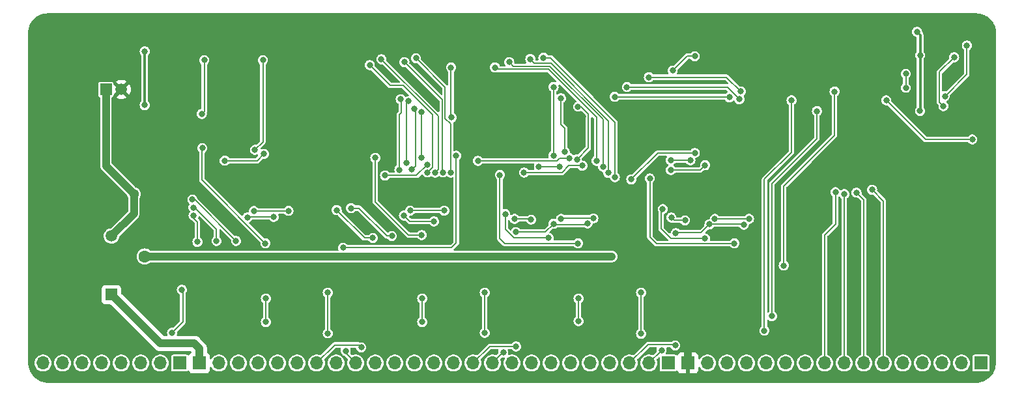
<source format=gbl>
%TF.GenerationSoftware,KiCad,Pcbnew,8.0.4*%
%TF.CreationDate,2024-08-12T20:08:46+02:00*%
%TF.ProjectId,W65C816 Debug Display,57363543-3831-4362-9044-656275672044,V1*%
%TF.SameCoordinates,PX2b4c984PY5781bbc*%
%TF.FileFunction,Copper,L2,Bot*%
%TF.FilePolarity,Positive*%
%FSLAX46Y46*%
G04 Gerber Fmt 4.6, Leading zero omitted, Abs format (unit mm)*
G04 Created by KiCad (PCBNEW 8.0.4) date 2024-08-12 20:08:46*
%MOMM*%
%LPD*%
G01*
G04 APERTURE LIST*
%TA.AperFunction,ComponentPad*%
%ADD10R,1.509000X1.509000*%
%TD*%
%TA.AperFunction,ComponentPad*%
%ADD11C,1.509000*%
%TD*%
%TA.AperFunction,ComponentPad*%
%ADD12R,1.500000X1.500000*%
%TD*%
%TA.AperFunction,ComponentPad*%
%ADD13C,1.500000*%
%TD*%
%TA.AperFunction,ComponentPad*%
%ADD14R,1.700000X1.700000*%
%TD*%
%TA.AperFunction,ComponentPad*%
%ADD15O,1.700000X1.700000*%
%TD*%
%TA.AperFunction,ViaPad*%
%ADD16C,0.800000*%
%TD*%
%TA.AperFunction,ViaPad*%
%ADD17C,1.600000*%
%TD*%
%TA.AperFunction,ViaPad*%
%ADD18C,1.300000*%
%TD*%
%TA.AperFunction,Conductor*%
%ADD19C,0.200000*%
%TD*%
%TA.AperFunction,Conductor*%
%ADD20C,1.000000*%
%TD*%
%TA.AperFunction,Conductor*%
%ADD21C,0.380000*%
%TD*%
G04 APERTURE END LIST*
D10*
%TO.P,S1,1,COM*%
%TO.N,/12V*%
X8890000Y8890000D03*
D11*
%TO.P,S1,2,NO*%
%TO.N,Net-(IC1-15VIn)*%
X8890000Y16510000D03*
%TD*%
D12*
%TO.P,C3,1*%
%TO.N,Net-(IC1-15VIn)*%
X8160000Y35560000D03*
D13*
%TO.P,C3,2*%
%TO.N,/GND*%
X10160000Y35560000D03*
%TD*%
D14*
%TO.P,J3,1,Pin_1*%
%TO.N,/X*%
X121920000Y0D03*
D15*
%TO.P,J3,2,Pin_2*%
%TO.N,/VPA*%
X119380000Y0D03*
%TO.P,J3,3,Pin_3*%
%TO.N,/~{NMI}*%
X116840000Y0D03*
%TO.P,J3,4,Pin_4*%
%TO.N,/~{ML}*%
X114300000Y0D03*
%TO.P,J3,5,Pin_5*%
%TO.N,/~{IRQ}*%
X111760000Y0D03*
%TO.P,J3,6,Pin_6*%
%TO.N,/~{ABORT}*%
X109220000Y0D03*
%TO.P,J3,7,Pin_7*%
%TO.N,/RDY*%
X106680000Y0D03*
%TO.P,J3,8,Pin_8*%
%TO.N,/~{VP}*%
X104140000Y0D03*
%TO.P,J3,9,Pin_9*%
%TO.N,/~{RES}*%
X101600000Y0D03*
%TO.P,J3,10,Pin_10*%
%TO.N,/VDA*%
X99060000Y0D03*
%TO.P,J3,11,Pin_11*%
%TO.N,/M*%
X96520000Y0D03*
%TO.P,J3,12,Pin_12*%
%TO.N,/E*%
X93980000Y0D03*
%TO.P,J3,13,Pin_13*%
%TO.N,/R~{W}*%
X91440000Y0D03*
%TO.P,J3,14,Pin_14*%
%TO.N,/BE*%
X88900000Y0D03*
%TO.P,J3,15,Pin_15*%
%TO.N,/PHI2*%
X86360000Y0D03*
%TD*%
D14*
%TO.P,J4,1,Pin_1*%
%TO.N,/12V*%
X20320000Y0D03*
%TD*%
%TO.P,J5,1,Pin_1*%
%TO.N,/GND*%
X83820000Y0D03*
%TD*%
%TO.P,J1,1,Pin_1*%
%TO.N,/Addr0*%
X81280000Y0D03*
D15*
%TO.P,J1,2,Pin_2*%
%TO.N,/Addr1*%
X78740000Y0D03*
%TO.P,J1,3,Pin_3*%
%TO.N,/Addr2*%
X76200000Y0D03*
%TO.P,J1,4,Pin_4*%
%TO.N,/Addr3*%
X73660000Y0D03*
%TO.P,J1,5,Pin_5*%
%TO.N,/Addr4*%
X71120000Y0D03*
%TO.P,J1,6,Pin_6*%
%TO.N,/Addr5*%
X68580000Y0D03*
%TO.P,J1,7,Pin_7*%
%TO.N,/Addr6*%
X66040000Y0D03*
%TO.P,J1,8,Pin_8*%
%TO.N,/Addr7*%
X63500000Y0D03*
%TO.P,J1,9,Pin_9*%
%TO.N,/Addr8*%
X60960000Y0D03*
%TO.P,J1,10,Pin_10*%
%TO.N,/Addr9*%
X58420000Y0D03*
%TO.P,J1,11,Pin_11*%
%TO.N,/Addr10*%
X55880000Y0D03*
%TO.P,J1,12,Pin_12*%
%TO.N,/Addr11*%
X53340000Y0D03*
%TO.P,J1,13,Pin_13*%
%TO.N,/Addr12*%
X50800000Y0D03*
%TO.P,J1,14,Pin_14*%
%TO.N,/Addr13*%
X48260000Y0D03*
%TO.P,J1,15,Pin_15*%
%TO.N,/Addr14*%
X45720000Y0D03*
%TO.P,J1,16,Pin_16*%
%TO.N,/Addr15*%
X43180000Y0D03*
%TO.P,J1,17,Pin_17*%
%TO.N,/Addr16*%
X40640000Y0D03*
%TO.P,J1,18,Pin_18*%
%TO.N,/Addr17*%
X38100000Y0D03*
%TO.P,J1,19,Pin_19*%
%TO.N,/Addr18*%
X35560000Y0D03*
%TO.P,J1,20,Pin_20*%
%TO.N,/Addr19*%
X33020000Y0D03*
%TO.P,J1,21,Pin_21*%
%TO.N,/Addr20*%
X30480000Y0D03*
%TO.P,J1,22,Pin_22*%
%TO.N,/Addr21*%
X27940000Y0D03*
%TO.P,J1,23,Pin_23*%
%TO.N,/Addr22*%
X25400000Y0D03*
%TO.P,J1,24,Pin_24*%
%TO.N,/Addr23*%
X22860000Y0D03*
%TD*%
D14*
%TO.P,J2,1,Pin_1*%
%TO.N,/Data0*%
X17780000Y0D03*
D15*
%TO.P,J2,2,Pin_2*%
%TO.N,/Data1*%
X15240000Y0D03*
%TO.P,J2,3,Pin_3*%
%TO.N,/Data2*%
X12700000Y0D03*
%TO.P,J2,4,Pin_4*%
%TO.N,/Data3*%
X10160000Y0D03*
%TO.P,J2,5,Pin_5*%
%TO.N,/Data4*%
X7620000Y0D03*
%TO.P,J2,6,Pin_6*%
%TO.N,/Data5*%
X5080000Y0D03*
%TO.P,J2,7,Pin_7*%
%TO.N,/Data6*%
X2540000Y0D03*
%TO.P,J2,8,Pin_8*%
%TO.N,/Data7*%
X0Y0D03*
%TD*%
D16*
%TO.N,Net-(IC10-THRES)*%
X120072121Y41275000D03*
X117216121Y34687758D03*
%TO.N,Net-(IC10-CONT)*%
X117024121Y33401000D03*
X118421121Y39751000D03*
%TO.N,Net-(DS2-C-Seg_{(Right)})*%
X28702000Y27178000D03*
X23608000Y26303000D03*
%TO.N,Net-(DS3-D-Seg_{(Right)})*%
X64452500Y25537999D03*
X67127000Y25527004D03*
%TO.N,Net-(DS3-C-Seg_{(Right)})*%
X70104000Y25654000D03*
X62515758Y24765002D03*
%TO.N,Net-(DS3-A-Seg_{(Right)})*%
X69385968Y26486853D03*
X69541935Y33332566D03*
%TO.N,Net-(DS3-F-Seg_{(Right)})*%
X67797406Y27443564D03*
X67310000Y34417000D03*
%TO.N,Net-(DS3-G-Seg_{(Right)})*%
X66357500Y35877500D03*
X66357500Y26987500D03*
%TO.N,/Addr1*%
X80391000Y1651002D03*
%TO.N,/Addr2*%
X82169000Y2286000D03*
%TO.N,Net-(DS3-B-Seg_{(Left)})*%
X74324248Y24149183D03*
X65023000Y39679283D03*
%TO.N,Net-(DS3-A-Seg_{(Left)})*%
X73443195Y24720366D03*
X63324619Y39516511D03*
%TO.N,/~{VP}*%
X104139996Y21955804D03*
%TO.N,/BE*%
X94742000Y6096002D03*
X100584000Y32750800D03*
%TO.N,/RDY*%
X105727500Y22146300D03*
%TO.N,/X*%
X120777000Y29067800D03*
X109601000Y34147800D03*
%TO.N,Net-(DS3-F-Seg_{(Left)})*%
X72771000Y25527000D03*
X60590725Y39117000D03*
%TO.N,Net-(DS3-G-Seg_{(Left)})*%
X71932148Y26289000D03*
X58737500Y38417500D03*
%TO.N,/PHI2*%
X97282000Y34147800D03*
X93747434Y4213872D03*
%TO.N,Net-(DS4-E-Seg_{(Right)})*%
X81597500Y26352500D03*
X84137500Y26352500D03*
%TO.N,Net-(DS4-C-Seg_{(Right)})*%
X86042500Y25717500D03*
X81597500Y25082500D03*
%TO.N,/300Hz*%
X16764000Y3937000D03*
X102870000Y35290800D03*
X77724000Y3810000D03*
X57404000Y9144000D03*
X57404000Y3937000D03*
X37007510Y9144000D03*
X18034000Y9525000D03*
X96266000Y12684800D03*
X77724000Y9144000D03*
X37007510Y3860500D03*
%TO.N,/~{LED Enable}*%
X49275994Y8394000D03*
X49276000Y5334000D03*
X69596000Y8394000D03*
X28956000Y8394000D03*
X28956000Y5334000D03*
X69596000Y5461000D03*
%TO.N,/Addr18*%
X41351200Y2032000D03*
%TO.N,/Addr16*%
X39319190Y1585984D03*
%TO.N,/Data Display/Digit L0 Cathode*%
X20955000Y39370000D03*
X28892500Y15557500D03*
X20697500Y27940000D03*
X20637500Y32385000D03*
%TO.N,/Data Display/Digit R0 Cathode*%
X27537878Y27707122D03*
X28575000Y39370000D03*
%TO.N,/High Address Display/Digit L0 Cathode*%
X59372500Y24447500D03*
X69532500Y15557500D03*
%TO.N,/High Address Display/Digit R0 Cathode*%
X68399135Y26645487D03*
X56515000Y26287999D03*
%TO.N,/Low Address Display/Digit L0 Cathode*%
X78867004Y24003000D03*
X89852500Y15557500D03*
%TO.N,/Low Address Display/Digit R0 Cathode*%
X84712500Y27305000D03*
X76454000Y23876000D03*
X84712500Y39878000D03*
X81834352Y38019352D03*
%TO.N,/Bank Address Display/Digit L0 Cathode*%
X43180000Y26670000D03*
X49212500Y16637000D03*
%TO.N,/Bank Address Display/Digit R0 Cathode*%
X53022500Y38417500D03*
X38988380Y14993000D03*
X53703489Y26940156D03*
X53114000Y31912500D03*
%TO.N,/Data Display/Digit 0 A Seg*%
X31905147Y19783853D03*
X27412089Y19742901D03*
%TO.N,/Data Display/Digit 0 C Seg*%
X19405812Y21258287D03*
X25082500Y15875000D03*
%TO.N,/Data Display/Digit 0 F Seg*%
X29972000Y18985500D03*
X26543000Y18923000D03*
%TO.N,/Data Display/Digit 0 D Seg*%
X22542500Y15875000D03*
X19536507Y20216450D03*
%TO.N,/Data Display/Digit 0 E Seg*%
X19557998Y19176998D03*
X20066000Y15748000D03*
%TO.N,/High Address Display/Digit 0 C Seg*%
X60072000Y19367500D03*
X65722500Y16257000D03*
%TO.N,/High Address Display/Digit 0 F Seg*%
X71527551Y18808971D03*
X67328000Y18732500D03*
%TO.N,/High Address Display/Digit 0 D Seg*%
X63439784Y18635541D03*
X61277500Y18732500D03*
%TO.N,/High Address Display/Digit 0 G Seg*%
X61448259Y17010984D03*
X66357500Y18097500D03*
X70765689Y18162000D03*
%TO.N,/Low Address Display/Digit 0 C Seg*%
X80542500Y20002500D03*
X86042500Y16192500D03*
%TO.N,/Low Address Display/Digit 0 F Seg*%
X87312500Y18732500D03*
X91757500Y18732500D03*
%TO.N,/Low Address Display/Digit 0 D Seg*%
X83439000Y18542000D03*
X81661000Y18923000D03*
%TO.N,/Low Address Display/Digit 0 G Seg*%
X86605745Y18025745D03*
X91085689Y17992449D03*
X82232500Y16892000D03*
%TO.N,/Bank Address Display/Digit 0 A Seg*%
X52152500Y19812000D03*
X47707500Y19812000D03*
%TO.N,/Bank Address Display/Digit 0 C Seg*%
X40030919Y20131000D03*
X45339000Y16510000D03*
%TO.N,/Bank Address Display/Digit 0 F Seg*%
X46907500Y19177000D03*
X50800000Y18415000D03*
%TO.N,/Bank Address Display/Digit 0 D Seg*%
X42862500Y16256000D03*
X38163500Y19875500D03*
%TO.N,/5V*%
X13208000Y33528000D03*
X33909012Y13843000D03*
X113595122Y43052999D03*
X113976121Y32766000D03*
D17*
X13208000Y13843000D03*
D16*
X13208005Y40513007D03*
X73913993Y13843007D03*
X54101983Y13843013D03*
X114004121Y40005000D03*
%TO.N,Net-(DS4-A-Seg_{(Left)})*%
X78740000Y37147500D03*
X90678000Y35306000D03*
%TO.N,Net-(DS4-F-Seg_{(Left)})*%
X75882502Y35877500D03*
X90516542Y34296397D03*
%TO.N,Net-(DS4-G-Seg_{(Left)})*%
X74295000Y34607500D03*
X89212889Y34539389D03*
%TO.N,Net-(DS5-C-Seg_{(Right)})*%
X49909506Y25766943D03*
X44450000Y24384000D03*
%TO.N,Net-(DS5-B-Seg_{(Right)})*%
X49212500Y26670000D03*
X49149000Y32639000D03*
%TO.N,Net-(DS5-A-Seg_{(Right)})*%
X48241332Y33058694D03*
X47942500Y25134000D03*
%TO.N,/GND*%
X92392500Y10414000D03*
X100330004Y10271800D03*
X80212500Y25019000D03*
X31369000Y11049006D03*
X29464000Y33020000D03*
X72072500Y11366506D03*
X72516998Y34290000D03*
X100330004Y13573800D03*
X62547500Y32702500D03*
X45719993Y33020007D03*
X30480000Y27686000D03*
X70167500Y32067500D03*
X115062000Y29972000D03*
X56197500Y32702500D03*
X86677500Y32702500D03*
X31496000Y15621008D03*
X31369000Y7493000D03*
D17*
X83820000Y10414000D03*
D16*
X95885002Y30718800D03*
X51752500Y11302992D03*
X51752501Y7429505D03*
X68138000Y32702500D03*
X80327500Y32702500D03*
X72072500Y7493000D03*
X90297000Y24511000D03*
X77850996Y10464000D03*
X117221000Y43180000D03*
X92392500Y7493000D03*
%TO.N,Net-(DS5-F-Seg_{(Right)})*%
X47498000Y34036000D03*
X47244000Y26035000D03*
%TO.N,Net-(DS5-G-Seg_{(Right)})*%
X46482000Y34289501D03*
X46307529Y25122782D03*
%TO.N,Net-(DS5-B-Seg_{(Left)})*%
X52958000Y24765000D03*
X48462500Y39624000D03*
%TO.N,Net-(DS5-A-Seg_{(Left)})*%
X46962500Y39116000D03*
X51958585Y24778212D03*
%TO.N,Net-(DS5-F-Seg_{(Left)})*%
X50959301Y24757305D03*
X43962500Y39497000D03*
%TO.N,Net-(DS5-G-Seg_{(Left)})*%
X49959864Y24768710D03*
X42462500Y38735000D03*
%TO.N,Net-(IC10-DISCH)*%
X112141000Y35785994D03*
X112141002Y37592000D03*
%TO.N,/Addr9*%
X59807362Y1380590D03*
%TO.N,/Addr10*%
X61468000Y2159000D03*
%TO.N,/~{RES}*%
X102997000Y22209800D03*
%TO.N,/~{ABORT}*%
X107759498Y22527302D03*
D18*
%TO.N,Net-(IC1-15VIn)*%
X11811000Y21971000D03*
%TD*%
D19*
%TO.N,Net-(IC10-THRES)*%
X120072121Y37543758D02*
X120072121Y41275000D01*
X117216121Y34687758D02*
X120072121Y37543758D01*
%TO.N,Net-(IC10-CONT)*%
X116516121Y33909000D02*
X116516121Y37846000D01*
X116516121Y37846000D02*
X118421121Y39751000D01*
X117024121Y33401000D02*
X116516121Y33909000D01*
%TO.N,Net-(DS2-C-Seg_{(Right)})*%
X23622000Y26289000D02*
X27813000Y26289000D01*
X27813000Y26289000D02*
X28702000Y27178000D01*
X23608000Y26303000D02*
X23622000Y26289000D01*
%TO.N,Net-(DS3-D-Seg_{(Right)})*%
X67116005Y25537999D02*
X67127000Y25527004D01*
X64452500Y25537999D02*
X67116005Y25537999D01*
%TO.N,Net-(DS3-C-Seg_{(Right)})*%
X68326000Y25654000D02*
X67437002Y24765002D01*
X67437002Y24765002D02*
X62515758Y24765002D01*
X70104000Y25654000D02*
X68326000Y25654000D01*
%TO.N,Net-(DS3-A-Seg_{(Right)})*%
X70867001Y32357244D02*
X69891679Y33332566D01*
X69385968Y26486853D02*
X70867001Y27967886D01*
X69891679Y33332566D02*
X69541935Y33332566D01*
X70867001Y27967886D02*
X70867001Y32357244D01*
%TO.N,Net-(DS3-F-Seg_{(Right)})*%
X67818000Y27464158D02*
X67818000Y30480000D01*
X67310000Y30988000D02*
X67310000Y34417000D01*
X67797406Y27443564D02*
X67818000Y27464158D01*
X67818000Y30480000D02*
X67310000Y30988000D01*
%TO.N,Net-(DS3-G-Seg_{(Right)})*%
X66357500Y26987500D02*
X66357500Y35877500D01*
%TO.N,/Addr1*%
X78740000Y0D02*
X80391000Y1651002D01*
%TO.N,/Addr2*%
X76200000Y0D02*
X78605000Y2405000D01*
X78605000Y2405000D02*
X82050000Y2405000D01*
X82050000Y2405000D02*
X82169000Y2286000D01*
%TO.N,Net-(DS3-B-Seg_{(Left)})*%
X65023000Y39679283D02*
X65944946Y39679283D01*
X74324248Y31299981D02*
X74324248Y24149183D01*
X65944946Y39679283D02*
X74324248Y31299981D01*
%TO.N,Net-(DS3-A-Seg_{(Left)})*%
X73521000Y31472733D02*
X73521000Y24798171D01*
X63861348Y38979782D02*
X66013952Y38979781D01*
X73521000Y24798171D02*
X73443195Y24720366D01*
X63324619Y39516511D02*
X63861348Y38979782D01*
X66013952Y38979781D02*
X73521000Y31472733D01*
%TO.N,/~{VP}*%
X104140000Y0D02*
X104140000Y21955800D01*
X104140000Y21955800D02*
X104267000Y22082800D01*
X104267000Y22082800D02*
X104140004Y21955804D01*
X104140000Y21955800D02*
X104139996Y21955804D01*
X104140004Y21955804D02*
X104139996Y21955804D01*
%TO.N,/BE*%
X100584000Y29194800D02*
X100584000Y32750800D01*
X94742000Y6096002D02*
X94742000Y23352800D01*
X94742000Y23352800D02*
X100584000Y29194800D01*
%TO.N,/RDY*%
X106680000Y0D02*
X106680000Y21193800D01*
X106680000Y21193800D02*
X105727500Y22146300D01*
%TO.N,/X*%
X109601000Y34147800D02*
X114681000Y29067800D01*
X114681000Y29067800D02*
X120777000Y29067800D01*
%TO.N,Net-(DS3-F-Seg_{(Left)})*%
X61127453Y38580272D02*
X65848468Y38580271D01*
X72771000Y31657739D02*
X72771000Y25527000D01*
X65848468Y38580271D02*
X72771000Y31657739D01*
X60590725Y39117000D02*
X61127453Y38580272D01*
%TO.N,Net-(DS3-G-Seg_{(Left)})*%
X65682984Y38180761D02*
X71932148Y31931597D01*
X58737500Y38417500D02*
X58974239Y38180761D01*
X58974239Y38180761D02*
X65682984Y38180761D01*
X71932148Y31931597D02*
X71932148Y26289000D01*
%TO.N,/PHI2*%
X97282000Y27416800D02*
X97282000Y34147800D01*
X93747434Y23882234D02*
X97282000Y27416800D01*
X93747434Y4213872D02*
X93747434Y23882234D01*
%TO.N,Net-(DS4-E-Seg_{(Right)})*%
X84137500Y26352500D02*
X81597500Y26352500D01*
%TO.N,Net-(DS4-C-Seg_{(Right)})*%
X85407500Y25082500D02*
X86042500Y25717500D01*
X81597500Y25082500D02*
X85407500Y25082500D01*
%TO.N,/300Hz*%
X18161000Y5334000D02*
X18161000Y9398000D01*
X18161000Y9398000D02*
X18034000Y9525000D01*
X96266000Y12684800D02*
X96266000Y22987000D01*
X77724000Y3810000D02*
X77724000Y9144000D01*
X96266000Y22987000D02*
X102870000Y29591000D01*
X57404000Y3937000D02*
X57404000Y9144000D01*
X37007510Y3860500D02*
X37007510Y9144000D01*
X16764000Y3937000D02*
X18161000Y5334000D01*
X102870000Y29591000D02*
X102870000Y35290800D01*
%TO.N,/~{LED Enable}*%
X28956000Y5334000D02*
X28956000Y8394000D01*
X49276000Y8393994D02*
X49275994Y8394000D01*
X49276000Y5334000D02*
X49276000Y8393994D01*
X69596000Y5461000D02*
X69596000Y8394000D01*
%TO.N,/Addr18*%
X37911000Y2351000D02*
X41032200Y2351000D01*
X41032200Y2351000D02*
X41351200Y2032000D01*
X35560000Y0D02*
X37911000Y2351000D01*
%TO.N,/Addr16*%
X39319190Y1320810D02*
X39319190Y1585984D01*
X40640000Y0D02*
X39319190Y1320810D01*
%TO.N,/Data Display/Digit L0 Cathode*%
X28892500Y15557500D02*
X20664919Y23785081D01*
X20955000Y32702500D02*
X20637500Y32385000D01*
X20664919Y23785081D02*
X20664919Y27907419D01*
X20955000Y39370000D02*
X20955000Y32702500D01*
X20664919Y27907419D02*
X20697500Y27940000D01*
%TO.N,/Data Display/Digit R0 Cathode*%
X28575000Y28744244D02*
X27537878Y27707122D01*
X28575000Y39370000D02*
X28575000Y28744244D01*
%TO.N,/High Address Display/Digit L0 Cathode*%
X60007500Y15557500D02*
X59372500Y16192500D01*
X59372500Y16192500D02*
X59372500Y24447500D01*
X69532500Y15557500D02*
X60007500Y15557500D01*
%TO.N,/High Address Display/Digit R0 Cathode*%
X67158487Y26645487D02*
X66800999Y26287999D01*
X68399135Y26645487D02*
X67158487Y26645487D01*
X66800999Y26287999D02*
X56515000Y26287999D01*
%TO.N,/Low Address Display/Digit L0 Cathode*%
X79757001Y15492999D02*
X78867004Y16382996D01*
X89787999Y15492999D02*
X79757001Y15492999D01*
X78867004Y16382996D02*
X78867004Y24003000D01*
X89852500Y15557500D02*
X89787999Y15492999D01*
%TO.N,/Low Address Display/Digit R0 Cathode*%
X83693000Y39878000D02*
X84712500Y39878000D01*
X81834352Y38019352D02*
X83693000Y39878000D01*
X79883000Y27305000D02*
X84712500Y27305000D01*
X76454000Y23876000D02*
X79883000Y27305000D01*
%TO.N,/Bank Address Display/Digit L0 Cathode*%
X47498000Y16637000D02*
X49212500Y16637000D01*
X43180000Y20955000D02*
X47498000Y16637000D01*
X43180000Y26670000D02*
X43180000Y20955000D01*
%TO.N,/Bank Address Display/Digit R0 Cathode*%
X53022500Y32004000D02*
X53114000Y31912500D01*
X53703489Y15603489D02*
X53093000Y14993000D01*
X53022500Y38417500D02*
X53022500Y32004000D01*
X53093000Y14993000D02*
X38988380Y14993000D01*
X53703489Y26940156D02*
X53703489Y15603489D01*
%TO.N,/Data Display/Digit 0 A Seg*%
X31864195Y19742901D02*
X27412089Y19742901D01*
X31905147Y19783853D02*
X31864195Y19742901D01*
%TO.N,/Data Display/Digit 0 C Seg*%
X25082500Y15875000D02*
X19699213Y21258287D01*
X19699213Y21258287D02*
X19405812Y21258287D01*
%TO.N,/Data Display/Digit 0 F Seg*%
X26605500Y18985500D02*
X29972000Y18985500D01*
X26543000Y18923000D02*
X26605500Y18985500D01*
%TO.N,/Data Display/Digit 0 D Seg*%
X22542500Y15875000D02*
X22542500Y17380161D01*
X19706211Y20216450D02*
X19536507Y20216450D01*
X22542500Y17380161D02*
X19706211Y20216450D01*
%TO.N,/Data Display/Digit 0 E Seg*%
X20066000Y15748000D02*
X20066000Y18345000D01*
X19557998Y18853002D02*
X19557998Y19176998D01*
X20066000Y18345000D02*
X19557998Y18853002D01*
%TO.N,/High Address Display/Digit 0 C Seg*%
X65722500Y16257000D02*
X61213000Y16257000D01*
X61213000Y16257000D02*
X60072000Y17398000D01*
X60072000Y17398000D02*
X60072000Y19367500D01*
%TO.N,/High Address Display/Digit 0 F Seg*%
X71475021Y18861501D02*
X67457001Y18861501D01*
X67457001Y18861501D02*
X67328000Y18732500D01*
X71527551Y18808971D02*
X71475021Y18861501D01*
%TO.N,/High Address Display/Digit 0 D Seg*%
X63342825Y18732500D02*
X63439784Y18635541D01*
X61277500Y18732500D02*
X63342825Y18732500D01*
%TO.N,/High Address Display/Digit 0 G Seg*%
X70596138Y17992449D02*
X70765689Y18162000D01*
X66357500Y18097500D02*
X66462551Y17992449D01*
X65270984Y17010984D02*
X61448259Y17010984D01*
X66357500Y18097500D02*
X65270984Y17010984D01*
X66462551Y17992449D02*
X70596138Y17992449D01*
%TO.N,/Low Address Display/Digit 0 C Seg*%
X81597500Y16192500D02*
X86042500Y16192500D01*
X80327500Y19787500D02*
X80327500Y17462500D01*
X80327500Y17462500D02*
X81597500Y16192500D01*
X80542500Y20002500D02*
X80327500Y19787500D01*
%TO.N,/Low Address Display/Digit 0 F Seg*%
X87312500Y18732500D02*
X91757500Y18732500D01*
%TO.N,/Low Address Display/Digit 0 D Seg*%
X81661000Y18923000D02*
X82042000Y18542000D01*
X82042000Y18542000D02*
X83439000Y18542000D01*
%TO.N,/Low Address Display/Digit 0 G Seg*%
X91045139Y18032999D02*
X91085689Y17992449D01*
X85536501Y16956501D02*
X82297001Y16956501D01*
X86605745Y18025745D02*
X85536501Y16956501D01*
X86612999Y18032999D02*
X91045139Y18032999D01*
X82297001Y16956501D02*
X82232500Y16892000D01*
X86605745Y18025745D02*
X86612999Y18032999D01*
%TO.N,/Bank Address Display/Digit 0 A Seg*%
X47707500Y19812000D02*
X52152500Y19812000D01*
%TO.N,/Bank Address Display/Digit 0 C Seg*%
X44704000Y16510000D02*
X45339000Y16510000D01*
X41083000Y20131000D02*
X44704000Y16510000D01*
X40030919Y20131000D02*
X41083000Y20131000D01*
%TO.N,/Bank Address Display/Digit 0 F Seg*%
X47669500Y18415000D02*
X46907500Y19177000D01*
X50800000Y18415000D02*
X47669500Y18415000D01*
%TO.N,/Bank Address Display/Digit 0 D Seg*%
X41783000Y16256000D02*
X42862500Y16256000D01*
X38163500Y19875500D02*
X41783000Y16256000D01*
D20*
%TO.N,/5V*%
X54101970Y13843000D02*
X54101983Y13843013D01*
D21*
X114004121Y42644000D02*
X113595122Y43052999D01*
X114004121Y40005000D02*
X114004121Y32794000D01*
D20*
X54101983Y13843013D02*
X73913987Y13843013D01*
D21*
X114004121Y32794000D02*
X113976121Y32766000D01*
D20*
X33909012Y13843000D02*
X54101970Y13843000D01*
D21*
X13208000Y33528000D02*
X13208000Y40513002D01*
D20*
X73913987Y13843013D02*
X73913993Y13843007D01*
D21*
X13208000Y40513002D02*
X13208005Y40513007D01*
D20*
X13208000Y13843000D02*
X33909012Y13843000D01*
D21*
X114004121Y40005000D02*
X114004121Y42644000D01*
D19*
%TO.N,Net-(DS4-A-Seg_{(Left)})*%
X88836500Y37147500D02*
X90678000Y35306000D01*
X78740000Y37147500D02*
X88836500Y37147500D01*
%TO.N,Net-(DS4-F-Seg_{(Left)})*%
X75882502Y35877500D02*
X88935439Y35877500D01*
X88935439Y35877500D02*
X90516542Y34296397D01*
%TO.N,Net-(DS4-G-Seg_{(Left)})*%
X74295000Y34607500D02*
X89144778Y34607500D01*
X89144778Y34607500D02*
X89212889Y34539389D01*
%TO.N,Net-(DS5-C-Seg_{(Right)})*%
X48526563Y24384000D02*
X44450000Y24384000D01*
X49909506Y25766943D02*
X48526563Y24384000D01*
%TO.N,Net-(DS5-B-Seg_{(Right)})*%
X49212500Y32575500D02*
X49149000Y32639000D01*
X49212500Y26670000D02*
X49212500Y32575500D01*
%TO.N,Net-(DS5-A-Seg_{(Right)})*%
X48241332Y33058694D02*
X48449000Y32851026D01*
X48449000Y32851026D02*
X48449000Y25640500D01*
X48449000Y25640500D02*
X47942500Y25134000D01*
D21*
%TO.N,/GND*%
X78740000Y25019000D02*
X80212500Y25019000D01*
X86677500Y32702500D02*
X80327500Y32702500D01*
X81101500Y24130000D02*
X80212500Y25019000D01*
X92392500Y7493000D02*
X92392500Y10414000D01*
X70167500Y32067500D02*
X68773000Y32067500D01*
X45720000Y33020000D02*
X45719993Y33020007D01*
X100330004Y13573800D02*
X100330004Y10271800D01*
X31496000Y17399000D02*
X31496000Y15621008D01*
X117221000Y43180000D02*
X115062000Y41021000D01*
X62547500Y32702500D02*
X56197500Y32702500D01*
X32766000Y25400000D02*
X32766000Y18669000D01*
X68773000Y32067500D02*
X68138000Y32702500D01*
D20*
X83820000Y0D02*
X83820000Y10414000D01*
D21*
X51752500Y7429506D02*
X51752501Y7429505D01*
X31369000Y7493000D02*
X31369000Y11049006D01*
X88661200Y30718800D02*
X95885002Y30718800D01*
X95885002Y30718800D02*
X95885002Y29845002D01*
X77850996Y24129996D02*
X78740000Y25019000D01*
X89916000Y24130000D02*
X81101500Y24130000D01*
X90551000Y24511000D02*
X90297000Y24511000D01*
X80327500Y32702500D02*
X74104498Y32702500D01*
X95885002Y29845002D02*
X93980000Y27940000D01*
X32766000Y18669000D02*
X31496000Y17399000D01*
X77850996Y10464000D02*
X77850996Y24129996D01*
X51752500Y11302992D02*
X51752500Y7429506D01*
X74104498Y32702500D02*
X72516998Y34290000D01*
X115062000Y41021000D02*
X115062000Y29972000D01*
X93980000Y27940000D02*
X90551000Y24511000D01*
X90297000Y24511000D02*
X89916000Y24130000D01*
X72072500Y7493000D02*
X72072500Y11366506D01*
X30480000Y27686000D02*
X32766000Y25400000D01*
X86677500Y32702500D02*
X88661200Y30718800D01*
X29464000Y33020000D02*
X45720000Y33020000D01*
D19*
%TO.N,Net-(DS5-F-Seg_{(Right)})*%
X47498000Y34036000D02*
X47244000Y33782000D01*
X47244000Y33782000D02*
X47244000Y26035000D01*
%TO.N,Net-(DS5-G-Seg_{(Right)})*%
X46597000Y32582339D02*
X46307529Y32292868D01*
X46597000Y34174501D02*
X46597000Y32582339D01*
X46307529Y32292868D02*
X46307529Y25122782D01*
X46482000Y34289501D02*
X46597000Y34174501D01*
%TO.N,Net-(DS5-B-Seg_{(Left)})*%
X52958000Y31078550D02*
X52262500Y31774050D01*
X52262500Y31774050D02*
X52262500Y35824000D01*
X52262500Y35824000D02*
X48462500Y39624000D01*
X52958000Y24765000D02*
X52958000Y31078550D01*
%TO.N,Net-(DS5-A-Seg_{(Left)})*%
X51862500Y24874297D02*
X51862500Y34216000D01*
X51958585Y24778212D02*
X51862500Y24874297D01*
X51862500Y34216000D02*
X46962500Y39116000D01*
%TO.N,Net-(DS5-F-Seg_{(Left)})*%
X51341069Y32129566D02*
X43973635Y39497000D01*
X50959301Y24757305D02*
X51341069Y25139073D01*
X43973635Y39497000D02*
X43962500Y39497000D01*
X51341069Y25139073D02*
X51341069Y32129566D01*
%TO.N,Net-(DS5-G-Seg_{(Left)})*%
X50611501Y32293449D02*
X46836950Y36068000D01*
X49959864Y24768710D02*
X50611501Y25420347D01*
X46836950Y36068000D02*
X45129500Y36068000D01*
X50611501Y25420347D02*
X50611501Y32293449D01*
X45129500Y36068000D02*
X42462500Y38735000D01*
%TO.N,Net-(IC10-DISCH)*%
X112141002Y35785996D02*
X112141000Y35785994D01*
X112141002Y37592000D02*
X112141002Y35785996D01*
D20*
%TO.N,/12V*%
X15243000Y2537000D02*
X19633000Y2537000D01*
X20320000Y1850000D02*
X20320000Y0D01*
X8890000Y8890000D02*
X15243000Y2537000D01*
X19633000Y2537000D02*
X20320000Y1850000D01*
D19*
%TO.N,/Addr9*%
X58420000Y0D02*
X59800590Y1380590D01*
X59800590Y1380590D02*
X59807362Y1380590D01*
%TO.N,/Addr10*%
X55880000Y0D02*
X58039000Y2159000D01*
X58039000Y2159000D02*
X61468000Y2159000D01*
%TO.N,/~{RES}*%
X101600000Y0D02*
X101600000Y16637000D01*
X101600000Y16637000D02*
X102997000Y18034000D01*
X102997000Y18034000D02*
X102997000Y22209800D01*
%TO.N,/~{ABORT}*%
X109220000Y0D02*
X109220000Y21066800D01*
X109220000Y21066800D02*
X107759498Y22527302D01*
D20*
%TO.N,Net-(IC1-15VIn)*%
X11811000Y21971000D02*
X11811000Y19431000D01*
X11811000Y21971000D02*
X8160000Y25622000D01*
X8160000Y25622000D02*
X8160000Y35560000D01*
X11811000Y19431000D02*
X8890000Y16510000D01*
%TD*%
%TA.AperFunction,Conductor*%
%TO.N,/GND*%
G36*
X67149478Y36202333D02*
G01*
X67194468Y36173595D01*
X69264665Y34103398D01*
X69298150Y34042075D01*
X69293166Y33972383D01*
X69251294Y33916450D01*
X69234611Y33905921D01*
X69169696Y33871850D01*
X69051451Y33767095D01*
X68961716Y33637091D01*
X68961715Y33637090D01*
X68905697Y33489385D01*
X68886657Y33332567D01*
X68886657Y33332566D01*
X68905697Y33175748D01*
X68945604Y33070524D01*
X68961715Y33028043D01*
X69051452Y32898036D01*
X69169695Y32793283D01*
X69169697Y32793282D01*
X69309569Y32719870D01*
X69462949Y32682066D01*
X69462950Y32682066D01*
X69620920Y32682066D01*
X69774300Y32719870D01*
X69847226Y32758146D01*
X69915733Y32771871D01*
X69980787Y32746379D01*
X69992533Y32736030D01*
X70480182Y32248381D01*
X70513667Y32187058D01*
X70516501Y32160700D01*
X70516501Y28164431D01*
X70496816Y28097392D01*
X70480182Y28076750D01*
X69575242Y27171811D01*
X69513919Y27138326D01*
X69472689Y27138849D01*
X69472398Y27136449D01*
X69464953Y27137353D01*
X69306983Y27137353D01*
X69306982Y27137353D01*
X69153602Y27099550D01*
X69047195Y27043702D01*
X68978687Y27029976D01*
X68913633Y27055469D01*
X68895200Y27074943D01*
X68894592Y27074403D01*
X68889622Y27080013D01*
X68889618Y27080016D01*
X68889618Y27080017D01*
X68771375Y27184770D01*
X68771373Y27184771D01*
X68771372Y27184772D01*
X68631501Y27258183D01*
X68542687Y27280073D01*
X68482307Y27315229D01*
X68450518Y27377448D01*
X68449266Y27415417D01*
X68450069Y27422030D01*
X68452684Y27443564D01*
X68433643Y27600382D01*
X68377626Y27748087D01*
X68287889Y27878094D01*
X68210272Y27946856D01*
X68173146Y28006045D01*
X68168500Y28039671D01*
X68168500Y30526142D01*
X68168500Y30526144D01*
X68144614Y30615288D01*
X68117999Y30661386D01*
X68098469Y30695213D01*
X67696819Y31096863D01*
X67663334Y31158186D01*
X67660500Y31184544D01*
X67660500Y33802650D01*
X67680185Y33869689D01*
X67702271Y33895464D01*
X67800483Y33982470D01*
X67890220Y34112477D01*
X67946237Y34260182D01*
X67965278Y34417000D01*
X67962642Y34438714D01*
X67946237Y34573819D01*
X67918788Y34646196D01*
X67890220Y34721523D01*
X67800483Y34851530D01*
X67682240Y34956283D01*
X67682238Y34956284D01*
X67682237Y34956285D01*
X67542365Y35029697D01*
X67388986Y35067500D01*
X67388985Y35067500D01*
X67231015Y35067500D01*
X67231014Y35067500D01*
X67077634Y35029697D01*
X66937761Y34956285D01*
X66937759Y34956284D01*
X66914225Y34935434D01*
X66850992Y34905714D01*
X66781728Y34914899D01*
X66728426Y34960072D01*
X66708007Y35026891D01*
X66708000Y35028251D01*
X66708000Y35263150D01*
X66727685Y35330189D01*
X66749771Y35355964D01*
X66847983Y35442970D01*
X66937720Y35572977D01*
X66993737Y35720682D01*
X67012778Y35877500D01*
X66993737Y36034318D01*
X66990845Y36041942D01*
X66985477Y36111602D01*
X67018623Y36173110D01*
X67079760Y36206933D01*
X67149478Y36202333D01*
G37*
%TD.AperFunction*%
%TA.AperFunction,Conductor*%
G36*
X121308879Y45453285D02*
G01*
X121456269Y45450993D01*
X121469276Y45450105D01*
X121762875Y45414455D01*
X121777575Y45411761D01*
X122063792Y45341215D01*
X122078085Y45336761D01*
X122118917Y45321275D01*
X122353696Y45232236D01*
X122367351Y45226091D01*
X122628358Y45089105D01*
X122641160Y45081367D01*
X122710955Y45033192D01*
X122883760Y44913916D01*
X122895547Y44904681D01*
X123116178Y44709223D01*
X123126766Y44698636D01*
X123322238Y44478000D01*
X123331473Y44466213D01*
X123498927Y44223624D01*
X123506673Y44210810D01*
X123643659Y43949818D01*
X123649805Y43936164D01*
X123754339Y43660551D01*
X123758794Y43646255D01*
X123829344Y43360055D01*
X123832043Y43345328D01*
X123867695Y43051789D01*
X123868586Y43038713D01*
X123870815Y42891345D01*
X123870829Y42889404D01*
X123847915Y911D01*
X123847901Y-894D01*
X123845676Y-148324D01*
X123844786Y-161400D01*
X123809142Y-454954D01*
X123806443Y-469681D01*
X123803019Y-483574D01*
X123735898Y-755891D01*
X123731443Y-770186D01*
X123626918Y-1045796D01*
X123620773Y-1059451D01*
X123483782Y-1320466D01*
X123476035Y-1333280D01*
X123308590Y-1575866D01*
X123299356Y-1587653D01*
X123103885Y-1808296D01*
X123093296Y-1818885D01*
X122872653Y-2014356D01*
X122860866Y-2023590D01*
X122618280Y-2191035D01*
X122605466Y-2198782D01*
X122344451Y-2335773D01*
X122330796Y-2341918D01*
X122055186Y-2446443D01*
X122040891Y-2450898D01*
X121754683Y-2521443D01*
X121739954Y-2524142D01*
X121446400Y-2559786D01*
X121433325Y-2560676D01*
X121285927Y-2562901D01*
X121284055Y-2562915D01*
X635899Y-2562915D01*
X634103Y-2562902D01*
X631568Y-2562865D01*
X486704Y-2560766D01*
X473556Y-2559875D01*
X180027Y-2524238D01*
X165298Y-2521539D01*
X-120923Y-2450994D01*
X-135219Y-2446539D01*
X-273031Y-2394275D01*
X-410846Y-2342010D01*
X-424486Y-2335872D01*
X-685521Y-2198872D01*
X-698333Y-2191126D01*
X-940938Y-2023669D01*
X-952725Y-2014434D01*
X-1173371Y-1818958D01*
X-1183959Y-1808370D01*
X-1379435Y-1587724D01*
X-1388670Y-1575937D01*
X-1556127Y-1333332D01*
X-1563870Y-1320525D01*
X-1700877Y-1059478D01*
X-1707008Y-1045853D01*
X-1811542Y-770212D01*
X-1815995Y-755922D01*
X-1886543Y-469688D01*
X-1889237Y-454985D01*
X-1924877Y-161436D01*
X-1925767Y-148294D01*
X-1927902Y-897D01*
X-1927909Y1D01*
X-1105215Y1D01*
X-1105215Y0D01*
X-1086398Y-203082D01*
X-1030583Y-399247D01*
X-1030578Y-399260D01*
X-939673Y-581821D01*
X-816763Y-744581D01*
X-666042Y-881980D01*
X-666040Y-881982D01*
X-566859Y-943392D01*
X-492637Y-989348D01*
X-302456Y-1063024D01*
X-101976Y-1100500D01*
X-101974Y-1100500D01*
X101974Y-1100500D01*
X101976Y-1100500D01*
X302456Y-1063024D01*
X492637Y-989348D01*
X666041Y-881981D01*
X816764Y-744579D01*
X939673Y-581821D01*
X1030582Y-399250D01*
X1086397Y-203083D01*
X1105215Y0D01*
X1105215Y1D01*
X1434785Y1D01*
X1434785Y0D01*
X1453602Y-203082D01*
X1509417Y-399247D01*
X1509422Y-399260D01*
X1600327Y-581821D01*
X1723237Y-744581D01*
X1873958Y-881980D01*
X1873960Y-881982D01*
X1973141Y-943392D01*
X2047363Y-989348D01*
X2237544Y-1063024D01*
X2438024Y-1100500D01*
X2438026Y-1100500D01*
X2641974Y-1100500D01*
X2641976Y-1100500D01*
X2842456Y-1063024D01*
X3032637Y-989348D01*
X3206041Y-881981D01*
X3356764Y-744579D01*
X3479673Y-581821D01*
X3570582Y-399250D01*
X3626397Y-203083D01*
X3645215Y0D01*
X3645215Y1D01*
X3974785Y1D01*
X3974785Y0D01*
X3993602Y-203082D01*
X4049417Y-399247D01*
X4049422Y-399260D01*
X4140327Y-581821D01*
X4263237Y-744581D01*
X4413958Y-881980D01*
X4413960Y-881982D01*
X4513141Y-943392D01*
X4587363Y-989348D01*
X4777544Y-1063024D01*
X4978024Y-1100500D01*
X4978026Y-1100500D01*
X5181974Y-1100500D01*
X5181976Y-1100500D01*
X5382456Y-1063024D01*
X5572637Y-989348D01*
X5746041Y-881981D01*
X5896764Y-744579D01*
X6019673Y-581821D01*
X6110582Y-399250D01*
X6166397Y-203083D01*
X6185215Y0D01*
X6185215Y1D01*
X6514785Y1D01*
X6514785Y0D01*
X6533602Y-203082D01*
X6589417Y-399247D01*
X6589422Y-399260D01*
X6680327Y-581821D01*
X6803237Y-744581D01*
X6953958Y-881980D01*
X6953960Y-881982D01*
X7053141Y-943392D01*
X7127363Y-989348D01*
X7317544Y-1063024D01*
X7518024Y-1100500D01*
X7518026Y-1100500D01*
X7721974Y-1100500D01*
X7721976Y-1100500D01*
X7922456Y-1063024D01*
X8112637Y-989348D01*
X8286041Y-881981D01*
X8436764Y-744579D01*
X8559673Y-581821D01*
X8650582Y-399250D01*
X8706397Y-203083D01*
X8725215Y0D01*
X8725215Y1D01*
X9054785Y1D01*
X9054785Y0D01*
X9073602Y-203082D01*
X9129417Y-399247D01*
X9129422Y-399260D01*
X9220327Y-581821D01*
X9343237Y-744581D01*
X9493958Y-881980D01*
X9493960Y-881982D01*
X9593141Y-943392D01*
X9667363Y-989348D01*
X9857544Y-1063024D01*
X10058024Y-1100500D01*
X10058026Y-1100500D01*
X10261974Y-1100500D01*
X10261976Y-1100500D01*
X10462456Y-1063024D01*
X10652637Y-989348D01*
X10826041Y-881981D01*
X10976764Y-744579D01*
X11099673Y-581821D01*
X11190582Y-399250D01*
X11246397Y-203083D01*
X11265215Y0D01*
X11265215Y1D01*
X11594785Y1D01*
X11594785Y0D01*
X11613602Y-203082D01*
X11669417Y-399247D01*
X11669422Y-399260D01*
X11760327Y-581821D01*
X11883237Y-744581D01*
X12033958Y-881980D01*
X12033960Y-881982D01*
X12133141Y-943392D01*
X12207363Y-989348D01*
X12397544Y-1063024D01*
X12598024Y-1100500D01*
X12598026Y-1100500D01*
X12801974Y-1100500D01*
X12801976Y-1100500D01*
X13002456Y-1063024D01*
X13192637Y-989348D01*
X13366041Y-881981D01*
X13516764Y-744579D01*
X13639673Y-581821D01*
X13730582Y-399250D01*
X13786397Y-203083D01*
X13805215Y0D01*
X13805215Y1D01*
X14134785Y1D01*
X14134785Y0D01*
X14153602Y-203082D01*
X14209417Y-399247D01*
X14209422Y-399260D01*
X14300327Y-581821D01*
X14423237Y-744581D01*
X14573958Y-881980D01*
X14573960Y-881982D01*
X14673141Y-943392D01*
X14747363Y-989348D01*
X14937544Y-1063024D01*
X15138024Y-1100500D01*
X15138026Y-1100500D01*
X15341974Y-1100500D01*
X15341976Y-1100500D01*
X15542456Y-1063024D01*
X15732637Y-989348D01*
X15906041Y-881981D01*
X16056764Y-744579D01*
X16179673Y-581821D01*
X16270582Y-399250D01*
X16326397Y-203083D01*
X16345215Y0D01*
X16339115Y65826D01*
X16326397Y203083D01*
X16270582Y399250D01*
X16270574Y399266D01*
X16190726Y559623D01*
X16179673Y581821D01*
X16120704Y659909D01*
X16056762Y744582D01*
X15906041Y881981D01*
X15906039Y881983D01*
X15732642Y989345D01*
X15732639Y989347D01*
X15732637Y989348D01*
X15732636Y989349D01*
X15732635Y989349D01*
X15586279Y1046047D01*
X15542456Y1063024D01*
X15341976Y1100500D01*
X15138024Y1100500D01*
X14937544Y1063024D01*
X14937541Y1063024D01*
X14937541Y1063023D01*
X14747364Y989349D01*
X14747357Y989345D01*
X14573960Y881983D01*
X14573958Y881981D01*
X14423237Y744582D01*
X14300327Y581822D01*
X14209422Y399261D01*
X14209417Y399248D01*
X14153602Y203083D01*
X14134785Y1D01*
X13805215Y1D01*
X13799115Y65826D01*
X13786397Y203083D01*
X13730582Y399250D01*
X13730574Y399266D01*
X13650726Y559623D01*
X13639673Y581821D01*
X13580704Y659909D01*
X13516762Y744582D01*
X13366041Y881981D01*
X13366039Y881983D01*
X13192642Y989345D01*
X13192639Y989347D01*
X13192637Y989348D01*
X13192636Y989349D01*
X13192635Y989349D01*
X13046279Y1046047D01*
X13002456Y1063024D01*
X12801976Y1100500D01*
X12598024Y1100500D01*
X12397544Y1063024D01*
X12397541Y1063024D01*
X12397541Y1063023D01*
X12207364Y989349D01*
X12207357Y989345D01*
X12033960Y881983D01*
X12033958Y881981D01*
X11883237Y744582D01*
X11760327Y581822D01*
X11669422Y399261D01*
X11669417Y399248D01*
X11613602Y203083D01*
X11594785Y1D01*
X11265215Y1D01*
X11259115Y65826D01*
X11246397Y203083D01*
X11190582Y399250D01*
X11190574Y399266D01*
X11110726Y559623D01*
X11099673Y581821D01*
X11040704Y659909D01*
X10976762Y744582D01*
X10826041Y881981D01*
X10826039Y881983D01*
X10652642Y989345D01*
X10652639Y989347D01*
X10652637Y989348D01*
X10652636Y989349D01*
X10652635Y989349D01*
X10506279Y1046047D01*
X10462456Y1063024D01*
X10261976Y1100500D01*
X10058024Y1100500D01*
X9857544Y1063024D01*
X9857541Y1063024D01*
X9857541Y1063023D01*
X9667364Y989349D01*
X9667357Y989345D01*
X9493960Y881983D01*
X9493958Y881981D01*
X9343237Y744582D01*
X9220327Y581822D01*
X9129422Y399261D01*
X9129417Y399248D01*
X9073602Y203083D01*
X9054785Y1D01*
X8725215Y1D01*
X8719115Y65826D01*
X8706397Y203083D01*
X8650582Y399250D01*
X8650574Y399266D01*
X8570726Y559623D01*
X8559673Y581821D01*
X8500704Y659909D01*
X8436762Y744582D01*
X8286041Y881981D01*
X8286039Y881983D01*
X8112642Y989345D01*
X8112639Y989347D01*
X8112637Y989348D01*
X8112636Y989349D01*
X8112635Y989349D01*
X7966279Y1046047D01*
X7922456Y1063024D01*
X7721976Y1100500D01*
X7518024Y1100500D01*
X7317544Y1063024D01*
X7317541Y1063024D01*
X7317541Y1063023D01*
X7127364Y989349D01*
X7127357Y989345D01*
X6953960Y881983D01*
X6953958Y881981D01*
X6803237Y744582D01*
X6680327Y581822D01*
X6589422Y399261D01*
X6589417Y399248D01*
X6533602Y203083D01*
X6514785Y1D01*
X6185215Y1D01*
X6179115Y65826D01*
X6166397Y203083D01*
X6110582Y399250D01*
X6110574Y399266D01*
X6030726Y559623D01*
X6019673Y581821D01*
X5960704Y659909D01*
X5896762Y744582D01*
X5746041Y881981D01*
X5746039Y881983D01*
X5572642Y989345D01*
X5572639Y989347D01*
X5572637Y989348D01*
X5572636Y989349D01*
X5572635Y989349D01*
X5426279Y1046047D01*
X5382456Y1063024D01*
X5181976Y1100500D01*
X4978024Y1100500D01*
X4777544Y1063024D01*
X4777541Y1063024D01*
X4777541Y1063023D01*
X4587364Y989349D01*
X4587357Y989345D01*
X4413960Y881983D01*
X4413958Y881981D01*
X4263237Y744582D01*
X4140327Y581822D01*
X4049422Y399261D01*
X4049417Y399248D01*
X3993602Y203083D01*
X3974785Y1D01*
X3645215Y1D01*
X3639115Y65826D01*
X3626397Y203083D01*
X3570582Y399250D01*
X3570574Y399266D01*
X3490726Y559623D01*
X3479673Y581821D01*
X3420704Y659909D01*
X3356762Y744582D01*
X3206041Y881981D01*
X3206039Y881983D01*
X3032642Y989345D01*
X3032639Y989347D01*
X3032637Y989348D01*
X3032636Y989349D01*
X3032635Y989349D01*
X2886279Y1046047D01*
X2842456Y1063024D01*
X2641976Y1100500D01*
X2438024Y1100500D01*
X2237544Y1063024D01*
X2237541Y1063024D01*
X2237541Y1063023D01*
X2047364Y989349D01*
X2047357Y989345D01*
X1873960Y881983D01*
X1873958Y881981D01*
X1723237Y744582D01*
X1600327Y581822D01*
X1509422Y399261D01*
X1509417Y399248D01*
X1453602Y203083D01*
X1434785Y1D01*
X1105215Y1D01*
X1099115Y65826D01*
X1086397Y203083D01*
X1030582Y399250D01*
X1030574Y399266D01*
X950726Y559623D01*
X939673Y581821D01*
X880704Y659909D01*
X816762Y744582D01*
X666041Y881981D01*
X666039Y881983D01*
X492642Y989345D01*
X492639Y989347D01*
X492637Y989348D01*
X492636Y989349D01*
X492635Y989349D01*
X346279Y1046047D01*
X302456Y1063024D01*
X101976Y1100500D01*
X-101976Y1100500D01*
X-302456Y1063024D01*
X-302459Y1063024D01*
X-302459Y1063023D01*
X-492636Y989349D01*
X-492643Y989345D01*
X-666040Y881983D01*
X-666042Y881981D01*
X-816763Y744582D01*
X-939673Y581822D01*
X-1030578Y399261D01*
X-1030583Y399248D01*
X-1086398Y203083D01*
X-1105215Y1D01*
X-1927909Y1D01*
X-1927915Y899D01*
X-1927915Y9692365D01*
X7635000Y9692365D01*
X7635000Y8087630D01*
X7635001Y8087624D01*
X7641408Y8028017D01*
X7691702Y7893172D01*
X7691706Y7893165D01*
X7777952Y7777956D01*
X7777955Y7777953D01*
X7893164Y7691707D01*
X7893171Y7691703D01*
X7938118Y7674939D01*
X8028017Y7641409D01*
X8087627Y7635000D01*
X8678717Y7635001D01*
X8745756Y7615317D01*
X8766397Y7598683D01*
X11716677Y4648402D01*
X14605219Y1759860D01*
X14605218Y1759860D01*
X14612585Y1754938D01*
X14646043Y1732583D01*
X14646045Y1732581D01*
X14646046Y1732581D01*
X14769086Y1650368D01*
X14887596Y1601280D01*
X14951164Y1574949D01*
X15035548Y1558164D01*
X15062775Y1552748D01*
X15144456Y1536500D01*
X15144459Y1536500D01*
X15144460Y1536500D01*
X15341540Y1536500D01*
X19167218Y1536500D01*
X19234257Y1516815D01*
X19254899Y1500181D01*
X19261646Y1493434D01*
X19295131Y1432111D01*
X19290147Y1362419D01*
X19248275Y1306486D01*
X19233390Y1296920D01*
X19227665Y1293795D01*
X19112455Y1207548D01*
X19112452Y1207545D01*
X19026206Y1092336D01*
X19026202Y1092328D01*
X19018291Y1071118D01*
X18976419Y1015186D01*
X18910954Y990770D01*
X18842681Y1005623D01*
X18814429Y1026773D01*
X18810603Y1030599D01*
X18810601Y1030600D01*
X18810601Y1030601D01*
X18727740Y1085966D01*
X18727739Y1085967D01*
X18727735Y1085968D01*
X18654677Y1100500D01*
X18654674Y1100500D01*
X16905326Y1100500D01*
X16905323Y1100500D01*
X16832264Y1085968D01*
X16832260Y1085967D01*
X16749399Y1030601D01*
X16694033Y947740D01*
X16694032Y947736D01*
X16679500Y874679D01*
X16679500Y-874678D01*
X16694032Y-947735D01*
X16694033Y-947739D01*
X16694034Y-947740D01*
X16749399Y-1030601D01*
X16809456Y-1070729D01*
X16832260Y-1085966D01*
X16832264Y-1085967D01*
X16905321Y-1100499D01*
X16905324Y-1100500D01*
X16905326Y-1100500D01*
X18654676Y-1100500D01*
X18654677Y-1100499D01*
X18727740Y-1085966D01*
X18810601Y-1030601D01*
X18810605Y-1030594D01*
X18814425Y-1026775D01*
X18875747Y-993288D01*
X18945439Y-998269D01*
X19001374Y-1040139D01*
X19018291Y-1071119D01*
X19026200Y-1092324D01*
X19026206Y-1092335D01*
X19112452Y-1207544D01*
X19112455Y-1207547D01*
X19227664Y-1293793D01*
X19227671Y-1293797D01*
X19362517Y-1344091D01*
X19362516Y-1344091D01*
X19369444Y-1344835D01*
X19422127Y-1350500D01*
X21217872Y-1350499D01*
X21277483Y-1344091D01*
X21412331Y-1293796D01*
X21527546Y-1207546D01*
X21613796Y-1092331D01*
X21664091Y-957483D01*
X21670500Y-897873D01*
X21670499Y-607312D01*
X21690183Y-540276D01*
X21742987Y-494521D01*
X21812146Y-484577D01*
X21875701Y-513602D01*
X21905499Y-552042D01*
X21920328Y-581823D01*
X22043237Y-744581D01*
X22193958Y-881980D01*
X22193960Y-881982D01*
X22293141Y-943392D01*
X22367363Y-989348D01*
X22557544Y-1063024D01*
X22758024Y-1100500D01*
X22758026Y-1100500D01*
X22961974Y-1100500D01*
X22961976Y-1100500D01*
X23162456Y-1063024D01*
X23352637Y-989348D01*
X23526041Y-881981D01*
X23676764Y-744579D01*
X23799673Y-581821D01*
X23890582Y-399250D01*
X23946397Y-203083D01*
X23965215Y0D01*
X23965215Y1D01*
X24294785Y1D01*
X24294785Y0D01*
X24313602Y-203082D01*
X24369417Y-399247D01*
X24369422Y-399260D01*
X24460327Y-581821D01*
X24583237Y-744581D01*
X24733958Y-881980D01*
X24733960Y-881982D01*
X24833141Y-943392D01*
X24907363Y-989348D01*
X25097544Y-1063024D01*
X25298024Y-1100500D01*
X25298026Y-1100500D01*
X25501974Y-1100500D01*
X25501976Y-1100500D01*
X25702456Y-1063024D01*
X25892637Y-989348D01*
X26066041Y-881981D01*
X26216764Y-744579D01*
X26339673Y-581821D01*
X26430582Y-399250D01*
X26486397Y-203083D01*
X26505215Y0D01*
X26505215Y1D01*
X26834785Y1D01*
X26834785Y0D01*
X26853602Y-203082D01*
X26909417Y-399247D01*
X26909422Y-399260D01*
X27000327Y-581821D01*
X27123237Y-744581D01*
X27273958Y-881980D01*
X27273960Y-881982D01*
X27373141Y-943392D01*
X27447363Y-989348D01*
X27637544Y-1063024D01*
X27838024Y-1100500D01*
X27838026Y-1100500D01*
X28041974Y-1100500D01*
X28041976Y-1100500D01*
X28242456Y-1063024D01*
X28432637Y-989348D01*
X28606041Y-881981D01*
X28756764Y-744579D01*
X28879673Y-581821D01*
X28970582Y-399250D01*
X29026397Y-203083D01*
X29045215Y0D01*
X29045215Y1D01*
X29374785Y1D01*
X29374785Y0D01*
X29393602Y-203082D01*
X29449417Y-399247D01*
X29449422Y-399260D01*
X29540327Y-581821D01*
X29663237Y-744581D01*
X29813958Y-881980D01*
X29813960Y-881982D01*
X29913141Y-943392D01*
X29987363Y-989348D01*
X30177544Y-1063024D01*
X30378024Y-1100500D01*
X30378026Y-1100500D01*
X30581974Y-1100500D01*
X30581976Y-1100500D01*
X30782456Y-1063024D01*
X30972637Y-989348D01*
X31146041Y-881981D01*
X31296764Y-744579D01*
X31419673Y-581821D01*
X31510582Y-399250D01*
X31566397Y-203083D01*
X31585215Y0D01*
X31585215Y1D01*
X31914785Y1D01*
X31914785Y0D01*
X31933602Y-203082D01*
X31989417Y-399247D01*
X31989422Y-399260D01*
X32080327Y-581821D01*
X32203237Y-744581D01*
X32353958Y-881980D01*
X32353960Y-881982D01*
X32453141Y-943392D01*
X32527363Y-989348D01*
X32717544Y-1063024D01*
X32918024Y-1100500D01*
X32918026Y-1100500D01*
X33121974Y-1100500D01*
X33121976Y-1100500D01*
X33322456Y-1063024D01*
X33512637Y-989348D01*
X33686041Y-881981D01*
X33836764Y-744579D01*
X33959673Y-581821D01*
X34050582Y-399250D01*
X34106397Y-203083D01*
X34125215Y0D01*
X34125215Y1D01*
X34454785Y1D01*
X34454785Y0D01*
X34473602Y-203082D01*
X34529417Y-399247D01*
X34529422Y-399260D01*
X34620327Y-581821D01*
X34743237Y-744581D01*
X34893958Y-881980D01*
X34893960Y-881982D01*
X34993141Y-943392D01*
X35067363Y-989348D01*
X35257544Y-1063024D01*
X35458024Y-1100500D01*
X35458026Y-1100500D01*
X35661974Y-1100500D01*
X35661976Y-1100500D01*
X35862456Y-1063024D01*
X36052637Y-989348D01*
X36226041Y-881981D01*
X36376764Y-744579D01*
X36499673Y-581821D01*
X36590582Y-399250D01*
X36646397Y-203083D01*
X36665215Y0D01*
X36665215Y1D01*
X36994785Y1D01*
X36994785Y0D01*
X37013602Y-203082D01*
X37069417Y-399247D01*
X37069422Y-399260D01*
X37160327Y-581821D01*
X37283237Y-744581D01*
X37433958Y-881980D01*
X37433960Y-881982D01*
X37533141Y-943392D01*
X37607363Y-989348D01*
X37797544Y-1063024D01*
X37998024Y-1100500D01*
X37998026Y-1100500D01*
X38201974Y-1100500D01*
X38201976Y-1100500D01*
X38402456Y-1063024D01*
X38592637Y-989348D01*
X38766041Y-881981D01*
X38916764Y-744579D01*
X39039673Y-581821D01*
X39130582Y-399250D01*
X39186397Y-203083D01*
X39205215Y0D01*
X39199115Y65826D01*
X39186397Y203083D01*
X39130582Y399250D01*
X39130574Y399266D01*
X39050726Y559623D01*
X39039673Y581821D01*
X38980704Y659909D01*
X38916762Y744582D01*
X38807031Y844614D01*
X38784895Y881044D01*
X38763841Y884307D01*
X38751311Y891102D01*
X38592642Y989345D01*
X38592639Y989347D01*
X38592637Y989348D01*
X38592636Y989349D01*
X38592635Y989349D01*
X38446279Y1046047D01*
X38402456Y1063024D01*
X38201976Y1100500D01*
X37998024Y1100500D01*
X37797544Y1063024D01*
X37797541Y1063024D01*
X37797541Y1063023D01*
X37607364Y989349D01*
X37607357Y989345D01*
X37433960Y881983D01*
X37433958Y881981D01*
X37283237Y744582D01*
X37160327Y581822D01*
X37069422Y399261D01*
X37069417Y399248D01*
X37013602Y203083D01*
X36994785Y1D01*
X36665215Y1D01*
X36659115Y65826D01*
X36646397Y203083D01*
X36590584Y399242D01*
X36590582Y399250D01*
X36585256Y409946D01*
X36572996Y478728D01*
X36599869Y543223D01*
X36608566Y552886D01*
X38019863Y1964181D01*
X38081186Y1997666D01*
X38107544Y2000500D01*
X38601040Y2000500D01*
X38668079Y1980815D01*
X38713834Y1928011D01*
X38723778Y1858853D01*
X38716982Y1832529D01*
X38682952Y1742803D01*
X38663912Y1585985D01*
X38663912Y1585984D01*
X38682952Y1429166D01*
X38729479Y1306486D01*
X38738970Y1281461D01*
X38828707Y1151454D01*
X38898815Y1089344D01*
X38922550Y1051504D01*
X38944906Y1047712D01*
X38948195Y1046047D01*
X39056231Y989345D01*
X39086825Y973288D01*
X39165008Y954019D01*
X39223015Y921303D01*
X39425961Y718357D01*
X39591423Y552896D01*
X39624908Y491573D01*
X39619924Y421882D01*
X39614743Y409946D01*
X39609420Y399257D01*
X39609419Y399254D01*
X39553602Y203083D01*
X39534785Y1D01*
X39534785Y0D01*
X39553602Y-203082D01*
X39609417Y-399247D01*
X39609422Y-399260D01*
X39700327Y-581821D01*
X39823237Y-744581D01*
X39973958Y-881980D01*
X39973960Y-881982D01*
X40073141Y-943392D01*
X40147363Y-989348D01*
X40337544Y-1063024D01*
X40538024Y-1100500D01*
X40538026Y-1100500D01*
X40741974Y-1100500D01*
X40741976Y-1100500D01*
X40942456Y-1063024D01*
X41132637Y-989348D01*
X41306041Y-881981D01*
X41456764Y-744579D01*
X41579673Y-581821D01*
X41670582Y-399250D01*
X41726397Y-203083D01*
X41745215Y0D01*
X41745215Y1D01*
X42074785Y1D01*
X42074785Y0D01*
X42093602Y-203082D01*
X42149417Y-399247D01*
X42149422Y-399260D01*
X42240327Y-581821D01*
X42363237Y-744581D01*
X42513958Y-881980D01*
X42513960Y-881982D01*
X42613141Y-943392D01*
X42687363Y-989348D01*
X42877544Y-1063024D01*
X43078024Y-1100500D01*
X43078026Y-1100500D01*
X43281974Y-1100500D01*
X43281976Y-1100500D01*
X43482456Y-1063024D01*
X43672637Y-989348D01*
X43846041Y-881981D01*
X43996764Y-744579D01*
X44119673Y-581821D01*
X44210582Y-399250D01*
X44266397Y-203083D01*
X44285215Y0D01*
X44285215Y1D01*
X44614785Y1D01*
X44614785Y0D01*
X44633602Y-203082D01*
X44689417Y-399247D01*
X44689422Y-399260D01*
X44780327Y-581821D01*
X44903237Y-744581D01*
X45053958Y-881980D01*
X45053960Y-881982D01*
X45153141Y-943392D01*
X45227363Y-989348D01*
X45417544Y-1063024D01*
X45618024Y-1100500D01*
X45618026Y-1100500D01*
X45821974Y-1100500D01*
X45821976Y-1100500D01*
X46022456Y-1063024D01*
X46212637Y-989348D01*
X46386041Y-881981D01*
X46536764Y-744579D01*
X46659673Y-581821D01*
X46750582Y-399250D01*
X46806397Y-203083D01*
X46825215Y0D01*
X46825215Y1D01*
X47154785Y1D01*
X47154785Y0D01*
X47173602Y-203082D01*
X47229417Y-399247D01*
X47229422Y-399260D01*
X47320327Y-581821D01*
X47443237Y-744581D01*
X47593958Y-881980D01*
X47593960Y-881982D01*
X47693141Y-943392D01*
X47767363Y-989348D01*
X47957544Y-1063024D01*
X48158024Y-1100500D01*
X48158026Y-1100500D01*
X48361974Y-1100500D01*
X48361976Y-1100500D01*
X48562456Y-1063024D01*
X48752637Y-989348D01*
X48926041Y-881981D01*
X49076764Y-744579D01*
X49199673Y-581821D01*
X49290582Y-399250D01*
X49346397Y-203083D01*
X49365215Y0D01*
X49365215Y1D01*
X49694785Y1D01*
X49694785Y0D01*
X49713602Y-203082D01*
X49769417Y-399247D01*
X49769422Y-399260D01*
X49860327Y-581821D01*
X49983237Y-744581D01*
X50133958Y-881980D01*
X50133960Y-881982D01*
X50233141Y-943392D01*
X50307363Y-989348D01*
X50497544Y-1063024D01*
X50698024Y-1100500D01*
X50698026Y-1100500D01*
X50901974Y-1100500D01*
X50901976Y-1100500D01*
X51102456Y-1063024D01*
X51292637Y-989348D01*
X51466041Y-881981D01*
X51616764Y-744579D01*
X51739673Y-581821D01*
X51830582Y-399250D01*
X51886397Y-203083D01*
X51905215Y0D01*
X51905215Y1D01*
X52234785Y1D01*
X52234785Y0D01*
X52253602Y-203082D01*
X52309417Y-399247D01*
X52309422Y-399260D01*
X52400327Y-581821D01*
X52523237Y-744581D01*
X52673958Y-881980D01*
X52673960Y-881982D01*
X52773141Y-943392D01*
X52847363Y-989348D01*
X53037544Y-1063024D01*
X53238024Y-1100500D01*
X53238026Y-1100500D01*
X53441974Y-1100500D01*
X53441976Y-1100500D01*
X53642456Y-1063024D01*
X53832637Y-989348D01*
X54006041Y-881981D01*
X54156764Y-744579D01*
X54279673Y-581821D01*
X54370582Y-399250D01*
X54426397Y-203083D01*
X54445215Y0D01*
X54445215Y1D01*
X54774785Y1D01*
X54774785Y0D01*
X54793602Y-203082D01*
X54849417Y-399247D01*
X54849422Y-399260D01*
X54940327Y-581821D01*
X55063237Y-744581D01*
X55213958Y-881980D01*
X55213960Y-881982D01*
X55313141Y-943392D01*
X55387363Y-989348D01*
X55577544Y-1063024D01*
X55778024Y-1100500D01*
X55778026Y-1100500D01*
X55981974Y-1100500D01*
X55981976Y-1100500D01*
X56182456Y-1063024D01*
X56372637Y-989348D01*
X56546041Y-881981D01*
X56696764Y-744579D01*
X56819673Y-581821D01*
X56910582Y-399250D01*
X56966397Y-203083D01*
X56985215Y0D01*
X56979115Y65826D01*
X56966397Y203083D01*
X56910584Y399242D01*
X56910582Y399250D01*
X56905256Y409946D01*
X56892996Y478728D01*
X56919869Y543223D01*
X56928566Y552886D01*
X58147863Y1772181D01*
X58209186Y1805666D01*
X58235544Y1808500D01*
X59094292Y1808500D01*
X59161331Y1788815D01*
X59207086Y1736011D01*
X59217030Y1666853D01*
X59210235Y1640535D01*
X59192558Y1593923D01*
X59171124Y1537408D01*
X59156158Y1414142D01*
X59152084Y1380590D01*
X59161081Y1306486D01*
X59161353Y1304249D01*
X59149892Y1235325D01*
X59125938Y1201622D01*
X58970511Y1046195D01*
X58909188Y1012710D01*
X58839496Y1017694D01*
X58838037Y1018249D01*
X58722461Y1063023D01*
X58722456Y1063024D01*
X58521976Y1100500D01*
X58318024Y1100500D01*
X58117544Y1063024D01*
X58117541Y1063024D01*
X58117541Y1063023D01*
X57927364Y989349D01*
X57927357Y989345D01*
X57753960Y881983D01*
X57753958Y881981D01*
X57603237Y744582D01*
X57480327Y581822D01*
X57389422Y399261D01*
X57389417Y399248D01*
X57333602Y203083D01*
X57314785Y1D01*
X57314785Y0D01*
X57333602Y-203082D01*
X57389417Y-399247D01*
X57389422Y-399260D01*
X57480327Y-581821D01*
X57603237Y-744581D01*
X57753958Y-881980D01*
X57753960Y-881982D01*
X57853141Y-943392D01*
X57927363Y-989348D01*
X58117544Y-1063024D01*
X58318024Y-1100500D01*
X58318026Y-1100500D01*
X58521974Y-1100500D01*
X58521976Y-1100500D01*
X58722456Y-1063024D01*
X58912637Y-989348D01*
X59086041Y-881981D01*
X59236764Y-744579D01*
X59359673Y-581821D01*
X59450582Y-399250D01*
X59506397Y-203083D01*
X59525215Y0D01*
X59519115Y65826D01*
X59506397Y203083D01*
X59450584Y399242D01*
X59450582Y399250D01*
X59445256Y409946D01*
X59432996Y478728D01*
X59459869Y543223D01*
X59468566Y552886D01*
X59612654Y696974D01*
X59673975Y730457D01*
X59720786Y729815D01*
X59720930Y730994D01*
X59728376Y730090D01*
X59893847Y730090D01*
X59893847Y726488D01*
X59946557Y718357D01*
X59998889Y672063D01*
X60017885Y604825D01*
X60004892Y550825D01*
X59929424Y399266D01*
X59929417Y399248D01*
X59873602Y203083D01*
X59854785Y1D01*
X59854785Y0D01*
X59873602Y-203082D01*
X59929417Y-399247D01*
X59929422Y-399260D01*
X60020327Y-581821D01*
X60143237Y-744581D01*
X60293958Y-881980D01*
X60293960Y-881982D01*
X60393141Y-943392D01*
X60467363Y-989348D01*
X60657544Y-1063024D01*
X60858024Y-1100500D01*
X60858026Y-1100500D01*
X61061974Y-1100500D01*
X61061976Y-1100500D01*
X61262456Y-1063024D01*
X61452637Y-989348D01*
X61626041Y-881981D01*
X61776764Y-744579D01*
X61899673Y-581821D01*
X61990582Y-399250D01*
X62046397Y-203083D01*
X62065215Y0D01*
X62065215Y1D01*
X62394785Y1D01*
X62394785Y0D01*
X62413602Y-203082D01*
X62469417Y-399247D01*
X62469422Y-399260D01*
X62560327Y-581821D01*
X62683237Y-744581D01*
X62833958Y-881980D01*
X62833960Y-881982D01*
X62933141Y-943392D01*
X63007363Y-989348D01*
X63197544Y-1063024D01*
X63398024Y-1100500D01*
X63398026Y-1100500D01*
X63601974Y-1100500D01*
X63601976Y-1100500D01*
X63802456Y-1063024D01*
X63992637Y-989348D01*
X64166041Y-881981D01*
X64316764Y-744579D01*
X64439673Y-581821D01*
X64530582Y-399250D01*
X64586397Y-203083D01*
X64605215Y0D01*
X64605215Y1D01*
X64934785Y1D01*
X64934785Y0D01*
X64953602Y-203082D01*
X65009417Y-399247D01*
X65009422Y-399260D01*
X65100327Y-581821D01*
X65223237Y-744581D01*
X65373958Y-881980D01*
X65373960Y-881982D01*
X65473141Y-943392D01*
X65547363Y-989348D01*
X65737544Y-1063024D01*
X65938024Y-1100500D01*
X65938026Y-1100500D01*
X66141974Y-1100500D01*
X66141976Y-1100500D01*
X66342456Y-1063024D01*
X66532637Y-989348D01*
X66706041Y-881981D01*
X66856764Y-744579D01*
X66979673Y-581821D01*
X67070582Y-399250D01*
X67126397Y-203083D01*
X67145215Y0D01*
X67145215Y1D01*
X67474785Y1D01*
X67474785Y0D01*
X67493602Y-203082D01*
X67549417Y-399247D01*
X67549422Y-399260D01*
X67640327Y-581821D01*
X67763237Y-744581D01*
X67913958Y-881980D01*
X67913960Y-881982D01*
X68013141Y-943392D01*
X68087363Y-989348D01*
X68277544Y-1063024D01*
X68478024Y-1100500D01*
X68478026Y-1100500D01*
X68681974Y-1100500D01*
X68681976Y-1100500D01*
X68882456Y-1063024D01*
X69072637Y-989348D01*
X69246041Y-881981D01*
X69396764Y-744579D01*
X69519673Y-581821D01*
X69610582Y-399250D01*
X69666397Y-203083D01*
X69685215Y0D01*
X69685215Y1D01*
X70014785Y1D01*
X70014785Y0D01*
X70033602Y-203082D01*
X70089417Y-399247D01*
X70089422Y-399260D01*
X70180327Y-581821D01*
X70303237Y-744581D01*
X70453958Y-881980D01*
X70453960Y-881982D01*
X70553141Y-943392D01*
X70627363Y-989348D01*
X70817544Y-1063024D01*
X71018024Y-1100500D01*
X71018026Y-1100500D01*
X71221974Y-1100500D01*
X71221976Y-1100500D01*
X71422456Y-1063024D01*
X71612637Y-989348D01*
X71786041Y-881981D01*
X71936764Y-744579D01*
X72059673Y-581821D01*
X72150582Y-399250D01*
X72206397Y-203083D01*
X72225215Y0D01*
X72225215Y1D01*
X72554785Y1D01*
X72554785Y0D01*
X72573602Y-203082D01*
X72629417Y-399247D01*
X72629422Y-399260D01*
X72720327Y-581821D01*
X72843237Y-744581D01*
X72993958Y-881980D01*
X72993960Y-881982D01*
X73093141Y-943392D01*
X73167363Y-989348D01*
X73357544Y-1063024D01*
X73558024Y-1100500D01*
X73558026Y-1100500D01*
X73761974Y-1100500D01*
X73761976Y-1100500D01*
X73962456Y-1063024D01*
X74152637Y-989348D01*
X74326041Y-881981D01*
X74476764Y-744579D01*
X74599673Y-581821D01*
X74690582Y-399250D01*
X74746397Y-203083D01*
X74765215Y0D01*
X74765215Y1D01*
X75094785Y1D01*
X75094785Y0D01*
X75113602Y-203082D01*
X75169417Y-399247D01*
X75169422Y-399260D01*
X75260327Y-581821D01*
X75383237Y-744581D01*
X75533958Y-881980D01*
X75533960Y-881982D01*
X75633141Y-943392D01*
X75707363Y-989348D01*
X75897544Y-1063024D01*
X76098024Y-1100500D01*
X76098026Y-1100500D01*
X76301974Y-1100500D01*
X76301976Y-1100500D01*
X76502456Y-1063024D01*
X76692637Y-989348D01*
X76866041Y-881981D01*
X77016764Y-744579D01*
X77139673Y-581821D01*
X77230582Y-399250D01*
X77286397Y-203083D01*
X77305215Y0D01*
X77299115Y65826D01*
X77286397Y203083D01*
X77230584Y399242D01*
X77230582Y399250D01*
X77225256Y409946D01*
X77212996Y478728D01*
X77239869Y543223D01*
X77248566Y552886D01*
X78713863Y2018181D01*
X78775186Y2051666D01*
X78801544Y2054500D01*
X79668671Y2054500D01*
X79735710Y2034815D01*
X79781465Y1982011D01*
X79791409Y1912853D01*
X79784613Y1886529D01*
X79754763Y1807821D01*
X79735722Y1651003D01*
X79735722Y1651002D01*
X79745724Y1568620D01*
X79734263Y1499697D01*
X79710309Y1465994D01*
X79290510Y1046195D01*
X79229187Y1012710D01*
X79159495Y1017694D01*
X79158036Y1018249D01*
X79042460Y1063023D01*
X79042457Y1063024D01*
X79042456Y1063024D01*
X78841976Y1100500D01*
X78638024Y1100500D01*
X78437544Y1063024D01*
X78437541Y1063024D01*
X78437541Y1063023D01*
X78247364Y989349D01*
X78247357Y989345D01*
X78073960Y881983D01*
X78073958Y881981D01*
X77923237Y744582D01*
X77800327Y581822D01*
X77709422Y399261D01*
X77709417Y399248D01*
X77653602Y203083D01*
X77634785Y1D01*
X77634785Y0D01*
X77653602Y-203082D01*
X77709417Y-399247D01*
X77709422Y-399260D01*
X77800327Y-581821D01*
X77923237Y-744581D01*
X78073958Y-881980D01*
X78073960Y-881982D01*
X78173141Y-943392D01*
X78247363Y-989348D01*
X78437544Y-1063024D01*
X78638024Y-1100500D01*
X78638026Y-1100500D01*
X78841974Y-1100500D01*
X78841976Y-1100500D01*
X79042456Y-1063024D01*
X79232637Y-989348D01*
X79406041Y-881981D01*
X79556764Y-744579D01*
X79679673Y-581821D01*
X79770582Y-399250D01*
X79826397Y-203083D01*
X79845215Y0D01*
X79839115Y65826D01*
X79826397Y203083D01*
X79770582Y399250D01*
X79765257Y409943D01*
X79752995Y478726D01*
X79779867Y543222D01*
X79788568Y552889D01*
X79967820Y732141D01*
X80029142Y765625D01*
X80098834Y760641D01*
X80154767Y718769D01*
X80179184Y653305D01*
X80179500Y644459D01*
X80179500Y-874678D01*
X80194032Y-947735D01*
X80194033Y-947739D01*
X80194034Y-947740D01*
X80249399Y-1030601D01*
X80309456Y-1070729D01*
X80332260Y-1085966D01*
X80332264Y-1085967D01*
X80405321Y-1100499D01*
X80405324Y-1100500D01*
X80405326Y-1100500D01*
X82154676Y-1100500D01*
X82154677Y-1100499D01*
X82227740Y-1085966D01*
X82310601Y-1030601D01*
X82310605Y-1030594D01*
X82314813Y-1026387D01*
X82376135Y-992900D01*
X82445827Y-997882D01*
X82501762Y-1039751D01*
X82518679Y-1070729D01*
X82526645Y-1092085D01*
X82526649Y-1092093D01*
X82612809Y-1207187D01*
X82612812Y-1207190D01*
X82727906Y-1293350D01*
X82727913Y-1293354D01*
X82862620Y-1343596D01*
X82862627Y-1343598D01*
X82922155Y-1349999D01*
X82922172Y-1350000D01*
X83570000Y-1350000D01*
X83570000Y-433012D01*
X83627007Y-465925D01*
X83754174Y-500000D01*
X83885826Y-500000D01*
X84012993Y-465925D01*
X84070000Y-433012D01*
X84070000Y-1350000D01*
X84717828Y-1350000D01*
X84717844Y-1349999D01*
X84777372Y-1343598D01*
X84777379Y-1343596D01*
X84912086Y-1293354D01*
X84912093Y-1293350D01*
X85027187Y-1207190D01*
X85027190Y-1207187D01*
X85113350Y-1092093D01*
X85113354Y-1092086D01*
X85163596Y-957379D01*
X85163598Y-957372D01*
X85169999Y-897844D01*
X85170000Y-897827D01*
X85170000Y-606312D01*
X85189685Y-539273D01*
X85242489Y-493518D01*
X85311647Y-483574D01*
X85375203Y-512599D01*
X85405000Y-551041D01*
X85420325Y-581819D01*
X85543237Y-744581D01*
X85693958Y-881980D01*
X85693960Y-881982D01*
X85793141Y-943392D01*
X85867363Y-989348D01*
X86057544Y-1063024D01*
X86258024Y-1100500D01*
X86258026Y-1100500D01*
X86461974Y-1100500D01*
X86461976Y-1100500D01*
X86662456Y-1063024D01*
X86852637Y-989348D01*
X87026041Y-881981D01*
X87176764Y-744579D01*
X87299673Y-581821D01*
X87390582Y-399250D01*
X87446397Y-203083D01*
X87465215Y0D01*
X87465215Y1D01*
X87794785Y1D01*
X87794785Y0D01*
X87813602Y-203082D01*
X87869417Y-399247D01*
X87869422Y-399260D01*
X87960327Y-581821D01*
X88083237Y-744581D01*
X88233958Y-881980D01*
X88233960Y-881982D01*
X88333141Y-943392D01*
X88407363Y-989348D01*
X88597544Y-1063024D01*
X88798024Y-1100500D01*
X88798026Y-1100500D01*
X89001974Y-1100500D01*
X89001976Y-1100500D01*
X89202456Y-1063024D01*
X89392637Y-989348D01*
X89566041Y-881981D01*
X89716764Y-744579D01*
X89839673Y-581821D01*
X89930582Y-399250D01*
X89986397Y-203083D01*
X90005215Y0D01*
X90005215Y1D01*
X90334785Y1D01*
X90334785Y0D01*
X90353602Y-203082D01*
X90409417Y-399247D01*
X90409422Y-399260D01*
X90500327Y-581821D01*
X90623237Y-744581D01*
X90773958Y-881980D01*
X90773960Y-881982D01*
X90873141Y-943392D01*
X90947363Y-989348D01*
X91137544Y-1063024D01*
X91338024Y-1100500D01*
X91338026Y-1100500D01*
X91541974Y-1100500D01*
X91541976Y-1100500D01*
X91742456Y-1063024D01*
X91932637Y-989348D01*
X92106041Y-881981D01*
X92256764Y-744579D01*
X92379673Y-581821D01*
X92470582Y-399250D01*
X92526397Y-203083D01*
X92545215Y0D01*
X92545215Y1D01*
X92874785Y1D01*
X92874785Y0D01*
X92893602Y-203082D01*
X92949417Y-399247D01*
X92949422Y-399260D01*
X93040327Y-581821D01*
X93163237Y-744581D01*
X93313958Y-881980D01*
X93313960Y-881982D01*
X93413141Y-943392D01*
X93487363Y-989348D01*
X93677544Y-1063024D01*
X93878024Y-1100500D01*
X93878026Y-1100500D01*
X94081974Y-1100500D01*
X94081976Y-1100500D01*
X94282456Y-1063024D01*
X94472637Y-989348D01*
X94646041Y-881981D01*
X94796764Y-744579D01*
X94919673Y-581821D01*
X95010582Y-399250D01*
X95066397Y-203083D01*
X95085215Y0D01*
X95085215Y1D01*
X95414785Y1D01*
X95414785Y0D01*
X95433602Y-203082D01*
X95489417Y-399247D01*
X95489422Y-399260D01*
X95580327Y-581821D01*
X95703237Y-744581D01*
X95853958Y-881980D01*
X95853960Y-881982D01*
X95953141Y-943392D01*
X96027363Y-989348D01*
X96217544Y-1063024D01*
X96418024Y-1100500D01*
X96418026Y-1100500D01*
X96621974Y-1100500D01*
X96621976Y-1100500D01*
X96822456Y-1063024D01*
X97012637Y-989348D01*
X97186041Y-881981D01*
X97336764Y-744579D01*
X97459673Y-581821D01*
X97550582Y-399250D01*
X97606397Y-203083D01*
X97625215Y0D01*
X97625215Y1D01*
X97954785Y1D01*
X97954785Y0D01*
X97973602Y-203082D01*
X98029417Y-399247D01*
X98029422Y-399260D01*
X98120327Y-581821D01*
X98243237Y-744581D01*
X98393958Y-881980D01*
X98393960Y-881982D01*
X98493141Y-943392D01*
X98567363Y-989348D01*
X98757544Y-1063024D01*
X98958024Y-1100500D01*
X98958026Y-1100500D01*
X99161974Y-1100500D01*
X99161976Y-1100500D01*
X99362456Y-1063024D01*
X99552637Y-989348D01*
X99726041Y-881981D01*
X99876764Y-744579D01*
X99999673Y-581821D01*
X100090582Y-399250D01*
X100146397Y-203083D01*
X100165215Y0D01*
X100165215Y1D01*
X100494785Y1D01*
X100494785Y0D01*
X100513602Y-203082D01*
X100569417Y-399247D01*
X100569422Y-399260D01*
X100660327Y-581821D01*
X100783237Y-744581D01*
X100933958Y-881980D01*
X100933960Y-881982D01*
X101033141Y-943392D01*
X101107363Y-989348D01*
X101297544Y-1063024D01*
X101498024Y-1100500D01*
X101498026Y-1100500D01*
X101701974Y-1100500D01*
X101701976Y-1100500D01*
X101902456Y-1063024D01*
X102092637Y-989348D01*
X102266041Y-881981D01*
X102416764Y-744579D01*
X102539673Y-581821D01*
X102630582Y-399250D01*
X102686397Y-203083D01*
X102705215Y0D01*
X102699115Y65826D01*
X102686397Y203083D01*
X102630582Y399250D01*
X102630574Y399266D01*
X102550726Y559623D01*
X102539673Y581821D01*
X102480704Y659909D01*
X102416762Y744582D01*
X102266041Y881981D01*
X102266039Y881983D01*
X102092640Y989347D01*
X102092625Y989354D01*
X102029706Y1013729D01*
X101974304Y1056302D01*
X101950714Y1122069D01*
X101950500Y1129355D01*
X101950500Y16440457D01*
X101970185Y16507496D01*
X101986819Y16528138D01*
X102626483Y17167802D01*
X103277469Y17818788D01*
X103323614Y17898712D01*
X103327307Y17912493D01*
X103331812Y17929305D01*
X103338746Y17955185D01*
X103347500Y17987856D01*
X103347500Y21560886D01*
X103367185Y21627925D01*
X103419989Y21673680D01*
X103489147Y21683624D01*
X103552703Y21654599D01*
X103573549Y21631327D01*
X103584168Y21615942D01*
X103649513Y21521273D01*
X103747726Y21434266D01*
X103784853Y21375077D01*
X103789500Y21341450D01*
X103789500Y1129355D01*
X103769815Y1062316D01*
X103717011Y1016561D01*
X103710294Y1013729D01*
X103647374Y989354D01*
X103647359Y989347D01*
X103473960Y881983D01*
X103473958Y881981D01*
X103323237Y744582D01*
X103200327Y581822D01*
X103109422Y399261D01*
X103109417Y399248D01*
X103053602Y203083D01*
X103034785Y1D01*
X103034785Y0D01*
X103053602Y-203082D01*
X103109417Y-399247D01*
X103109422Y-399260D01*
X103200327Y-581821D01*
X103323237Y-744581D01*
X103473958Y-881980D01*
X103473960Y-881982D01*
X103573141Y-943392D01*
X103647363Y-989348D01*
X103837544Y-1063024D01*
X104038024Y-1100500D01*
X104038026Y-1100500D01*
X104241974Y-1100500D01*
X104241976Y-1100500D01*
X104442456Y-1063024D01*
X104632637Y-989348D01*
X104806041Y-881981D01*
X104956764Y-744579D01*
X105079673Y-581821D01*
X105170582Y-399250D01*
X105226397Y-203083D01*
X105245215Y0D01*
X105239115Y65826D01*
X105226397Y203083D01*
X105170582Y399250D01*
X105170574Y399266D01*
X105090726Y559623D01*
X105079673Y581821D01*
X105020704Y659909D01*
X104956762Y744582D01*
X104806041Y881981D01*
X104806039Y881983D01*
X104632640Y989347D01*
X104632625Y989354D01*
X104569706Y1013729D01*
X104514304Y1056302D01*
X104490714Y1122069D01*
X104490500Y1129355D01*
X104490500Y21341457D01*
X104510185Y21408496D01*
X104532274Y21434273D01*
X104630478Y21521273D01*
X104630479Y21521274D01*
X104720216Y21651281D01*
X104776233Y21798986D01*
X104795274Y21955804D01*
X104791363Y21988019D01*
X104776233Y22112623D01*
X104763461Y22146301D01*
X105072222Y22146301D01*
X105072222Y22146300D01*
X105091262Y21989482D01*
X105147065Y21842345D01*
X105147280Y21841777D01*
X105237017Y21711770D01*
X105355260Y21607017D01*
X105355262Y21607016D01*
X105495134Y21533604D01*
X105648514Y21495800D01*
X105648515Y21495800D01*
X105806489Y21495800D01*
X105813935Y21496704D01*
X105814343Y21493338D01*
X105868833Y21491122D01*
X105916776Y21461343D01*
X106293181Y21084938D01*
X106326666Y21023615D01*
X106329500Y20997257D01*
X106329500Y1129355D01*
X106309815Y1062316D01*
X106257011Y1016561D01*
X106250294Y1013729D01*
X106187374Y989354D01*
X106187359Y989347D01*
X106013960Y881983D01*
X106013958Y881981D01*
X105863237Y744582D01*
X105740327Y581822D01*
X105649422Y399261D01*
X105649417Y399248D01*
X105593602Y203083D01*
X105574785Y1D01*
X105574785Y0D01*
X105593602Y-203082D01*
X105649417Y-399247D01*
X105649422Y-399260D01*
X105740327Y-581821D01*
X105863237Y-744581D01*
X106013958Y-881980D01*
X106013960Y-881982D01*
X106113141Y-943392D01*
X106187363Y-989348D01*
X106377544Y-1063024D01*
X106578024Y-1100500D01*
X106578026Y-1100500D01*
X106781974Y-1100500D01*
X106781976Y-1100500D01*
X106982456Y-1063024D01*
X107172637Y-989348D01*
X107346041Y-881981D01*
X107496764Y-744579D01*
X107619673Y-581821D01*
X107710582Y-399250D01*
X107766397Y-203083D01*
X107785215Y0D01*
X107779115Y65826D01*
X107766397Y203083D01*
X107710582Y399250D01*
X107710574Y399266D01*
X107630726Y559623D01*
X107619673Y581821D01*
X107560704Y659909D01*
X107496762Y744582D01*
X107346041Y881981D01*
X107346039Y881983D01*
X107172640Y989347D01*
X107172625Y989354D01*
X107109706Y1013729D01*
X107054304Y1056302D01*
X107030714Y1122069D01*
X107030500Y1129355D01*
X107030500Y21239942D01*
X107030500Y21239944D01*
X107006614Y21329088D01*
X106971513Y21389884D01*
X106960473Y21409006D01*
X106960470Y21409009D01*
X106960469Y21409012D01*
X106895212Y21474269D01*
X106408189Y21961292D01*
X106374704Y22022615D01*
X106372774Y22063916D01*
X106382778Y22146300D01*
X106363737Y22303118D01*
X106307720Y22450823D01*
X106254930Y22527303D01*
X107104220Y22527303D01*
X107104220Y22527302D01*
X107123260Y22370484D01*
X107165038Y22260327D01*
X107179278Y22222779D01*
X107269015Y22092772D01*
X107387258Y21988019D01*
X107387260Y21988018D01*
X107527132Y21914606D01*
X107680512Y21876802D01*
X107680513Y21876802D01*
X107838484Y21876802D01*
X107845929Y21877706D01*
X107846335Y21874361D01*
X107900957Y21872081D01*
X107948773Y21842345D01*
X108833181Y20957937D01*
X108866666Y20896614D01*
X108869500Y20870256D01*
X108869500Y1129355D01*
X108849815Y1062316D01*
X108797011Y1016561D01*
X108790294Y1013729D01*
X108727374Y989354D01*
X108727359Y989347D01*
X108553960Y881983D01*
X108553958Y881981D01*
X108403237Y744582D01*
X108280327Y581822D01*
X108189422Y399261D01*
X108189417Y399248D01*
X108133602Y203083D01*
X108114785Y1D01*
X108114785Y0D01*
X108133602Y-203082D01*
X108189417Y-399247D01*
X108189422Y-399260D01*
X108280327Y-581821D01*
X108403237Y-744581D01*
X108553958Y-881980D01*
X108553960Y-881982D01*
X108653141Y-943392D01*
X108727363Y-989348D01*
X108917544Y-1063024D01*
X109118024Y-1100500D01*
X109118026Y-1100500D01*
X109321974Y-1100500D01*
X109321976Y-1100500D01*
X109522456Y-1063024D01*
X109712637Y-989348D01*
X109886041Y-881981D01*
X110036764Y-744579D01*
X110159673Y-581821D01*
X110250582Y-399250D01*
X110306397Y-203083D01*
X110325215Y0D01*
X110325215Y1D01*
X110654785Y1D01*
X110654785Y0D01*
X110673602Y-203082D01*
X110729417Y-399247D01*
X110729422Y-399260D01*
X110820327Y-581821D01*
X110943237Y-744581D01*
X111093958Y-881980D01*
X111093960Y-881982D01*
X111193141Y-943392D01*
X111267363Y-989348D01*
X111457544Y-1063024D01*
X111658024Y-1100500D01*
X111658026Y-1100500D01*
X111861974Y-1100500D01*
X111861976Y-1100500D01*
X112062456Y-1063024D01*
X112252637Y-989348D01*
X112426041Y-881981D01*
X112576764Y-744579D01*
X112699673Y-581821D01*
X112790582Y-399250D01*
X112846397Y-203083D01*
X112865215Y0D01*
X112865215Y1D01*
X113194785Y1D01*
X113194785Y0D01*
X113213602Y-203082D01*
X113269417Y-399247D01*
X113269422Y-399260D01*
X113360327Y-581821D01*
X113483237Y-744581D01*
X113633958Y-881980D01*
X113633960Y-881982D01*
X113733141Y-943392D01*
X113807363Y-989348D01*
X113997544Y-1063024D01*
X114198024Y-1100500D01*
X114198026Y-1100500D01*
X114401974Y-1100500D01*
X114401976Y-1100500D01*
X114602456Y-1063024D01*
X114792637Y-989348D01*
X114966041Y-881981D01*
X115116764Y-744579D01*
X115239673Y-581821D01*
X115330582Y-399250D01*
X115386397Y-203083D01*
X115405215Y0D01*
X115405215Y1D01*
X115734785Y1D01*
X115734785Y0D01*
X115753602Y-203082D01*
X115809417Y-399247D01*
X115809422Y-399260D01*
X115900327Y-581821D01*
X116023237Y-744581D01*
X116173958Y-881980D01*
X116173960Y-881982D01*
X116273141Y-943392D01*
X116347363Y-989348D01*
X116537544Y-1063024D01*
X116738024Y-1100500D01*
X116738026Y-1100500D01*
X116941974Y-1100500D01*
X116941976Y-1100500D01*
X117142456Y-1063024D01*
X117332637Y-989348D01*
X117506041Y-881981D01*
X117656764Y-744579D01*
X117779673Y-581821D01*
X117870582Y-399250D01*
X117926397Y-203083D01*
X117945215Y0D01*
X117945215Y1D01*
X118274785Y1D01*
X118274785Y0D01*
X118293602Y-203082D01*
X118349417Y-399247D01*
X118349422Y-399260D01*
X118440327Y-581821D01*
X118563237Y-744581D01*
X118713958Y-881980D01*
X118713960Y-881982D01*
X118813141Y-943392D01*
X118887363Y-989348D01*
X119077544Y-1063024D01*
X119278024Y-1100500D01*
X119278026Y-1100500D01*
X119481974Y-1100500D01*
X119481976Y-1100500D01*
X119682456Y-1063024D01*
X119872637Y-989348D01*
X120046041Y-881981D01*
X120196764Y-744579D01*
X120319673Y-581821D01*
X120410582Y-399250D01*
X120466397Y-203083D01*
X120485215Y0D01*
X120479115Y65826D01*
X120466397Y203083D01*
X120410582Y399250D01*
X120410574Y399266D01*
X120330726Y559623D01*
X120319673Y581821D01*
X120260704Y659909D01*
X120196762Y744582D01*
X120054051Y874679D01*
X120819500Y874679D01*
X120819500Y-874678D01*
X120834032Y-947735D01*
X120834033Y-947739D01*
X120834034Y-947740D01*
X120889399Y-1030601D01*
X120949456Y-1070729D01*
X120972260Y-1085966D01*
X120972264Y-1085967D01*
X121045321Y-1100499D01*
X121045324Y-1100500D01*
X121045326Y-1100500D01*
X122794676Y-1100500D01*
X122794677Y-1100499D01*
X122867740Y-1085966D01*
X122950601Y-1030601D01*
X123005966Y-947740D01*
X123020500Y-874674D01*
X123020500Y874674D01*
X123020500Y874677D01*
X123020499Y874679D01*
X123005967Y947736D01*
X123005966Y947740D01*
X123001771Y954019D01*
X122950601Y1030601D01*
X122867740Y1085966D01*
X122867739Y1085967D01*
X122867735Y1085968D01*
X122794677Y1100500D01*
X122794674Y1100500D01*
X121045326Y1100500D01*
X121045323Y1100500D01*
X120972264Y1085968D01*
X120972260Y1085967D01*
X120889399Y1030601D01*
X120834033Y947740D01*
X120834032Y947736D01*
X120819500Y874679D01*
X120054051Y874679D01*
X120046041Y881981D01*
X120046039Y881983D01*
X119872642Y989345D01*
X119872639Y989347D01*
X119872637Y989348D01*
X119872636Y989349D01*
X119872635Y989349D01*
X119726279Y1046047D01*
X119682456Y1063024D01*
X119481976Y1100500D01*
X119278024Y1100500D01*
X119077544Y1063024D01*
X119077541Y1063024D01*
X119077541Y1063023D01*
X118887364Y989349D01*
X118887357Y989345D01*
X118713960Y881983D01*
X118713958Y881981D01*
X118563237Y744582D01*
X118440327Y581822D01*
X118349422Y399261D01*
X118349417Y399248D01*
X118293602Y203083D01*
X118274785Y1D01*
X117945215Y1D01*
X117939115Y65826D01*
X117926397Y203083D01*
X117870582Y399250D01*
X117870574Y399266D01*
X117790726Y559623D01*
X117779673Y581821D01*
X117720704Y659909D01*
X117656762Y744582D01*
X117506041Y881981D01*
X117506039Y881983D01*
X117332642Y989345D01*
X117332639Y989347D01*
X117332637Y989348D01*
X117332636Y989349D01*
X117332635Y989349D01*
X117186279Y1046047D01*
X117142456Y1063024D01*
X116941976Y1100500D01*
X116738024Y1100500D01*
X116537544Y1063024D01*
X116537541Y1063024D01*
X116537541Y1063023D01*
X116347364Y989349D01*
X116347357Y989345D01*
X116173960Y881983D01*
X116173958Y881981D01*
X116023237Y744582D01*
X115900327Y581822D01*
X115809422Y399261D01*
X115809417Y399248D01*
X115753602Y203083D01*
X115734785Y1D01*
X115405215Y1D01*
X115399115Y65826D01*
X115386397Y203083D01*
X115330582Y399250D01*
X115330574Y399266D01*
X115250726Y559623D01*
X115239673Y581821D01*
X115180704Y659909D01*
X115116762Y744582D01*
X114966041Y881981D01*
X114966039Y881983D01*
X114792642Y989345D01*
X114792639Y989347D01*
X114792637Y989348D01*
X114792636Y989349D01*
X114792635Y989349D01*
X114646279Y1046047D01*
X114602456Y1063024D01*
X114401976Y1100500D01*
X114198024Y1100500D01*
X113997544Y1063024D01*
X113997541Y1063024D01*
X113997541Y1063023D01*
X113807364Y989349D01*
X113807357Y989345D01*
X113633960Y881983D01*
X113633958Y881981D01*
X113483237Y744582D01*
X113360327Y581822D01*
X113269422Y399261D01*
X113269417Y399248D01*
X113213602Y203083D01*
X113194785Y1D01*
X112865215Y1D01*
X112859115Y65826D01*
X112846397Y203083D01*
X112790582Y399250D01*
X112790574Y399266D01*
X112710726Y559623D01*
X112699673Y581821D01*
X112640704Y659909D01*
X112576762Y744582D01*
X112426041Y881981D01*
X112426039Y881983D01*
X112252642Y989345D01*
X112252639Y989347D01*
X112252637Y989348D01*
X112252636Y989349D01*
X112252635Y989349D01*
X112106279Y1046047D01*
X112062456Y1063024D01*
X111861976Y1100500D01*
X111658024Y1100500D01*
X111457544Y1063024D01*
X111457541Y1063024D01*
X111457541Y1063023D01*
X111267364Y989349D01*
X111267357Y989345D01*
X111093960Y881983D01*
X111093958Y881981D01*
X110943237Y744582D01*
X110820327Y581822D01*
X110729422Y399261D01*
X110729417Y399248D01*
X110673602Y203083D01*
X110654785Y1D01*
X110325215Y1D01*
X110319115Y65826D01*
X110306397Y203083D01*
X110250582Y399250D01*
X110250574Y399266D01*
X110170726Y559623D01*
X110159673Y581821D01*
X110100704Y659909D01*
X110036762Y744582D01*
X109886041Y881981D01*
X109886039Y881983D01*
X109712640Y989347D01*
X109712625Y989354D01*
X109649706Y1013729D01*
X109594304Y1056302D01*
X109570714Y1122069D01*
X109570500Y1129355D01*
X109570500Y21112942D01*
X109570500Y21112944D01*
X109546614Y21202088D01*
X109527341Y21235470D01*
X109500470Y21282012D01*
X108440187Y22342295D01*
X108406702Y22403618D01*
X108404772Y22444918D01*
X108414776Y22527302D01*
X108395735Y22684120D01*
X108339718Y22831825D01*
X108249981Y22961832D01*
X108131738Y23066585D01*
X108131736Y23066586D01*
X108131735Y23066587D01*
X107991863Y23139999D01*
X107838484Y23177802D01*
X107838483Y23177802D01*
X107680513Y23177802D01*
X107680512Y23177802D01*
X107527132Y23139999D01*
X107387260Y23066587D01*
X107269014Y22961831D01*
X107179279Y22831827D01*
X107179278Y22831826D01*
X107123260Y22684121D01*
X107104220Y22527303D01*
X106254930Y22527303D01*
X106217983Y22580830D01*
X106099740Y22685583D01*
X106099738Y22685584D01*
X106099737Y22685585D01*
X105959865Y22758997D01*
X105806486Y22796800D01*
X105806485Y22796800D01*
X105648515Y22796800D01*
X105648514Y22796800D01*
X105495134Y22758997D01*
X105355262Y22685585D01*
X105237016Y22580829D01*
X105147281Y22450825D01*
X105147280Y22450824D01*
X105091262Y22303119D01*
X105072222Y22146301D01*
X104763461Y22146301D01*
X104734456Y22222779D01*
X104720216Y22260327D01*
X104630479Y22390334D01*
X104512236Y22495087D01*
X104512234Y22495088D01*
X104512233Y22495089D01*
X104372361Y22568501D01*
X104218982Y22606304D01*
X104218981Y22606304D01*
X104061011Y22606304D01*
X104061010Y22606304D01*
X103907630Y22568501D01*
X103767757Y22495089D01*
X103767755Y22495087D01*
X103762522Y22490451D01*
X103699287Y22460733D01*
X103630024Y22469920D01*
X103578250Y22512831D01*
X103531314Y22580829D01*
X103487483Y22644330D01*
X103369240Y22749083D01*
X103369238Y22749084D01*
X103369237Y22749085D01*
X103229365Y22822497D01*
X103075986Y22860300D01*
X103075985Y22860300D01*
X102918015Y22860300D01*
X102918014Y22860300D01*
X102764634Y22822497D01*
X102624762Y22749085D01*
X102506516Y22644329D01*
X102416781Y22514325D01*
X102416780Y22514324D01*
X102360762Y22366619D01*
X102341722Y22209801D01*
X102341722Y22209800D01*
X102360762Y22052982D01*
X102413242Y21914606D01*
X102416780Y21905277D01*
X102440451Y21870984D01*
X102506517Y21775269D01*
X102567109Y21721590D01*
X102604726Y21688265D01*
X102641853Y21629077D01*
X102646500Y21595450D01*
X102646500Y18230544D01*
X102626815Y18163505D01*
X102610181Y18142863D01*
X101319531Y16852214D01*
X101319527Y16852209D01*
X101283883Y16790470D01*
X101283883Y16790469D01*
X101273386Y16772289D01*
X101249500Y16683144D01*
X101249500Y1129355D01*
X101229815Y1062316D01*
X101177011Y1016561D01*
X101170294Y1013729D01*
X101107374Y989354D01*
X101107359Y989347D01*
X100933960Y881983D01*
X100933958Y881981D01*
X100783237Y744582D01*
X100660327Y581822D01*
X100569422Y399261D01*
X100569417Y399248D01*
X100513602Y203083D01*
X100494785Y1D01*
X100165215Y1D01*
X100159115Y65826D01*
X100146397Y203083D01*
X100090582Y399250D01*
X100090574Y399266D01*
X100010726Y559623D01*
X99999673Y581821D01*
X99940704Y659909D01*
X99876762Y744582D01*
X99726041Y881981D01*
X99726039Y881983D01*
X99552642Y989345D01*
X99552639Y989347D01*
X99552637Y989348D01*
X99552636Y989349D01*
X99552635Y989349D01*
X99406279Y1046047D01*
X99362456Y1063024D01*
X99161976Y1100500D01*
X98958024Y1100500D01*
X98757544Y1063024D01*
X98757541Y1063024D01*
X98757541Y1063023D01*
X98567364Y989349D01*
X98567357Y989345D01*
X98393960Y881983D01*
X98393958Y881981D01*
X98243237Y744582D01*
X98120327Y581822D01*
X98029422Y399261D01*
X98029417Y399248D01*
X97973602Y203083D01*
X97954785Y1D01*
X97625215Y1D01*
X97619115Y65826D01*
X97606397Y203083D01*
X97550582Y399250D01*
X97550574Y399266D01*
X97470726Y559623D01*
X97459673Y581821D01*
X97400704Y659909D01*
X97336762Y744582D01*
X97186041Y881981D01*
X97186039Y881983D01*
X97012642Y989345D01*
X97012639Y989347D01*
X97012637Y989348D01*
X97012636Y989349D01*
X97012635Y989349D01*
X96866279Y1046047D01*
X96822456Y1063024D01*
X96621976Y1100500D01*
X96418024Y1100500D01*
X96217544Y1063024D01*
X96217541Y1063024D01*
X96217541Y1063023D01*
X96027364Y989349D01*
X96027357Y989345D01*
X95853960Y881983D01*
X95853958Y881981D01*
X95703237Y744582D01*
X95580327Y581822D01*
X95489422Y399261D01*
X95489417Y399248D01*
X95433602Y203083D01*
X95414785Y1D01*
X95085215Y1D01*
X95079115Y65826D01*
X95066397Y203083D01*
X95010582Y399250D01*
X95010574Y399266D01*
X94930726Y559623D01*
X94919673Y581821D01*
X94860704Y659909D01*
X94796762Y744582D01*
X94646041Y881981D01*
X94646039Y881983D01*
X94472642Y989345D01*
X94472639Y989347D01*
X94472637Y989348D01*
X94472636Y989349D01*
X94472635Y989349D01*
X94326279Y1046047D01*
X94282456Y1063024D01*
X94081976Y1100500D01*
X93878024Y1100500D01*
X93677544Y1063024D01*
X93677541Y1063024D01*
X93677541Y1063023D01*
X93487364Y989349D01*
X93487357Y989345D01*
X93313960Y881983D01*
X93313958Y881981D01*
X93163237Y744582D01*
X93040327Y581822D01*
X92949422Y399261D01*
X92949417Y399248D01*
X92893602Y203083D01*
X92874785Y1D01*
X92545215Y1D01*
X92539115Y65826D01*
X92526397Y203083D01*
X92470582Y399250D01*
X92470574Y399266D01*
X92390726Y559623D01*
X92379673Y581821D01*
X92320704Y659909D01*
X92256762Y744582D01*
X92106041Y881981D01*
X92106039Y881983D01*
X91932642Y989345D01*
X91932639Y989347D01*
X91932637Y989348D01*
X91932636Y989349D01*
X91932635Y989349D01*
X91786279Y1046047D01*
X91742456Y1063024D01*
X91541976Y1100500D01*
X91338024Y1100500D01*
X91137544Y1063024D01*
X91137541Y1063024D01*
X91137541Y1063023D01*
X90947364Y989349D01*
X90947357Y989345D01*
X90773960Y881983D01*
X90773958Y881981D01*
X90623237Y744582D01*
X90500327Y581822D01*
X90409422Y399261D01*
X90409417Y399248D01*
X90353602Y203083D01*
X90334785Y1D01*
X90005215Y1D01*
X89999115Y65826D01*
X89986397Y203083D01*
X89930582Y399250D01*
X89930574Y399266D01*
X89850726Y559623D01*
X89839673Y581821D01*
X89780704Y659909D01*
X89716762Y744582D01*
X89566041Y881981D01*
X89566039Y881983D01*
X89392642Y989345D01*
X89392639Y989347D01*
X89392637Y989348D01*
X89392636Y989349D01*
X89392635Y989349D01*
X89246279Y1046047D01*
X89202456Y1063024D01*
X89001976Y1100500D01*
X88798024Y1100500D01*
X88597544Y1063024D01*
X88597541Y1063024D01*
X88597541Y1063023D01*
X88407364Y989349D01*
X88407357Y989345D01*
X88233960Y881983D01*
X88233958Y881981D01*
X88083237Y744582D01*
X87960327Y581822D01*
X87869422Y399261D01*
X87869417Y399248D01*
X87813602Y203083D01*
X87794785Y1D01*
X87465215Y1D01*
X87459115Y65826D01*
X87446397Y203083D01*
X87390582Y399250D01*
X87390574Y399266D01*
X87310726Y559623D01*
X87299673Y581821D01*
X87240704Y659909D01*
X87176762Y744582D01*
X87026041Y881981D01*
X87026039Y881983D01*
X86852642Y989345D01*
X86852639Y989347D01*
X86852637Y989348D01*
X86852636Y989349D01*
X86852635Y989349D01*
X86706279Y1046047D01*
X86662456Y1063024D01*
X86461976Y1100500D01*
X86258024Y1100500D01*
X86057544Y1063024D01*
X86057541Y1063024D01*
X86057541Y1063023D01*
X85867364Y989349D01*
X85867357Y989345D01*
X85693960Y881983D01*
X85693958Y881981D01*
X85543237Y744582D01*
X85420328Y581824D01*
X85405000Y551040D01*
X85357496Y499804D01*
X85289833Y482383D01*
X85223493Y504309D01*
X85179538Y558621D01*
X85170000Y606313D01*
X85170000Y897828D01*
X85169999Y897845D01*
X85163598Y957373D01*
X85163596Y957380D01*
X85113354Y1092087D01*
X85113350Y1092094D01*
X85027190Y1207188D01*
X85027187Y1207191D01*
X84912093Y1293351D01*
X84912086Y1293355D01*
X84777379Y1343597D01*
X84777372Y1343599D01*
X84717844Y1350000D01*
X84070000Y1350000D01*
X84070000Y433012D01*
X84012993Y465925D01*
X83885826Y500000D01*
X83754174Y500000D01*
X83627007Y465925D01*
X83570000Y433012D01*
X83570000Y1350000D01*
X82922155Y1350000D01*
X82862627Y1343599D01*
X82862620Y1343597D01*
X82727913Y1293355D01*
X82727906Y1293351D01*
X82612812Y1207191D01*
X82612809Y1207188D01*
X82526649Y1092094D01*
X82526643Y1092084D01*
X82518678Y1070728D01*
X82476805Y1014796D01*
X82411340Y990382D01*
X82343067Y1005236D01*
X82314817Y1026385D01*
X82310603Y1030599D01*
X82310601Y1030600D01*
X82310601Y1030601D01*
X82227740Y1085966D01*
X82227739Y1085967D01*
X82227735Y1085968D01*
X82154677Y1100500D01*
X82154674Y1100500D01*
X81037695Y1100500D01*
X80970656Y1120185D01*
X80924901Y1172989D01*
X80914957Y1242147D01*
X80935645Y1294940D01*
X80937731Y1297961D01*
X80971220Y1346479D01*
X81027237Y1494184D01*
X81046278Y1651002D01*
X81027237Y1807820D01*
X81007616Y1859557D01*
X80997387Y1886529D01*
X80992020Y1956192D01*
X81025168Y2017698D01*
X81086306Y2051520D01*
X81113329Y2054500D01*
X81475495Y2054500D01*
X81542534Y2034815D01*
X81583717Y1987288D01*
X81585296Y1988116D01*
X81588778Y1981481D01*
X81588780Y1981477D01*
X81678517Y1851470D01*
X81796760Y1746717D01*
X81796762Y1746716D01*
X81936634Y1673304D01*
X82090014Y1635500D01*
X82090015Y1635500D01*
X82247985Y1635500D01*
X82401365Y1673304D01*
X82498852Y1724470D01*
X82541240Y1746717D01*
X82659483Y1851470D01*
X82749220Y1981477D01*
X82805237Y2129182D01*
X82824278Y2286000D01*
X82820658Y2315818D01*
X82805237Y2442819D01*
X82776318Y2519070D01*
X82749220Y2590523D01*
X82659483Y2720530D01*
X82541240Y2825283D01*
X82541238Y2825284D01*
X82541237Y2825285D01*
X82401365Y2898697D01*
X82247986Y2936500D01*
X82247985Y2936500D01*
X82090015Y2936500D01*
X82090014Y2936500D01*
X81936634Y2898697D01*
X81796764Y2825286D01*
X81796761Y2825284D01*
X81796760Y2825283D01*
X81753188Y2786684D01*
X81689958Y2756963D01*
X81670964Y2755500D01*
X78558856Y2755500D01*
X78487946Y2736500D01*
X78487945Y2736501D01*
X78469714Y2731615D01*
X78469709Y2731613D01*
X78389791Y2685473D01*
X78389786Y2685469D01*
X76750511Y1046195D01*
X76689188Y1012710D01*
X76619496Y1017694D01*
X76618037Y1018249D01*
X76502461Y1063023D01*
X76502456Y1063024D01*
X76301976Y1100500D01*
X76098024Y1100500D01*
X75897544Y1063024D01*
X75897541Y1063024D01*
X75897541Y1063023D01*
X75707364Y989349D01*
X75707357Y989345D01*
X75533960Y881983D01*
X75533958Y881981D01*
X75383237Y744582D01*
X75260327Y581822D01*
X75169422Y399261D01*
X75169417Y399248D01*
X75113602Y203083D01*
X75094785Y1D01*
X74765215Y1D01*
X74759115Y65826D01*
X74746397Y203083D01*
X74690582Y399250D01*
X74690574Y399266D01*
X74610726Y559623D01*
X74599673Y581821D01*
X74540704Y659909D01*
X74476762Y744582D01*
X74326041Y881981D01*
X74326039Y881983D01*
X74152642Y989345D01*
X74152639Y989347D01*
X74152637Y989348D01*
X74152636Y989349D01*
X74152635Y989349D01*
X74006279Y1046047D01*
X73962456Y1063024D01*
X73761976Y1100500D01*
X73558024Y1100500D01*
X73357544Y1063024D01*
X73357541Y1063024D01*
X73357541Y1063023D01*
X73167364Y989349D01*
X73167357Y989345D01*
X72993960Y881983D01*
X72993958Y881981D01*
X72843237Y744582D01*
X72720327Y581822D01*
X72629422Y399261D01*
X72629417Y399248D01*
X72573602Y203083D01*
X72554785Y1D01*
X72225215Y1D01*
X72219115Y65826D01*
X72206397Y203083D01*
X72150582Y399250D01*
X72150574Y399266D01*
X72070726Y559623D01*
X72059673Y581821D01*
X72000704Y659909D01*
X71936762Y744582D01*
X71786041Y881981D01*
X71786039Y881983D01*
X71612642Y989345D01*
X71612639Y989347D01*
X71612637Y989348D01*
X71612636Y989349D01*
X71612635Y989349D01*
X71466279Y1046047D01*
X71422456Y1063024D01*
X71221976Y1100500D01*
X71018024Y1100500D01*
X70817544Y1063024D01*
X70817541Y1063024D01*
X70817541Y1063023D01*
X70627364Y989349D01*
X70627357Y989345D01*
X70453960Y881983D01*
X70453958Y881981D01*
X70303237Y744582D01*
X70180327Y581822D01*
X70089422Y399261D01*
X70089417Y399248D01*
X70033602Y203083D01*
X70014785Y1D01*
X69685215Y1D01*
X69679115Y65826D01*
X69666397Y203083D01*
X69610582Y399250D01*
X69610574Y399266D01*
X69530726Y559623D01*
X69519673Y581821D01*
X69460704Y659909D01*
X69396762Y744582D01*
X69246041Y881981D01*
X69246039Y881983D01*
X69072642Y989345D01*
X69072639Y989347D01*
X69072637Y989348D01*
X69072636Y989349D01*
X69072635Y989349D01*
X68926279Y1046047D01*
X68882456Y1063024D01*
X68681976Y1100500D01*
X68478024Y1100500D01*
X68277544Y1063024D01*
X68277541Y1063024D01*
X68277541Y1063023D01*
X68087364Y989349D01*
X68087357Y989345D01*
X67913960Y881983D01*
X67913958Y881981D01*
X67763237Y744582D01*
X67640327Y581822D01*
X67549422Y399261D01*
X67549417Y399248D01*
X67493602Y203083D01*
X67474785Y1D01*
X67145215Y1D01*
X67139115Y65826D01*
X67126397Y203083D01*
X67070582Y399250D01*
X67070574Y399266D01*
X66990726Y559623D01*
X66979673Y581821D01*
X66920704Y659909D01*
X66856762Y744582D01*
X66706041Y881981D01*
X66706039Y881983D01*
X66532642Y989345D01*
X66532639Y989347D01*
X66532637Y989348D01*
X66532636Y989349D01*
X66532635Y989349D01*
X66386279Y1046047D01*
X66342456Y1063024D01*
X66141976Y1100500D01*
X65938024Y1100500D01*
X65737544Y1063024D01*
X65737541Y1063024D01*
X65737541Y1063023D01*
X65547364Y989349D01*
X65547357Y989345D01*
X65373960Y881983D01*
X65373958Y881981D01*
X65223237Y744582D01*
X65100327Y581822D01*
X65009422Y399261D01*
X65009417Y399248D01*
X64953602Y203083D01*
X64934785Y1D01*
X64605215Y1D01*
X64599115Y65826D01*
X64586397Y203083D01*
X64530582Y399250D01*
X64530574Y399266D01*
X64450726Y559623D01*
X64439673Y581821D01*
X64380704Y659909D01*
X64316762Y744582D01*
X64166041Y881981D01*
X64166039Y881983D01*
X63992642Y989345D01*
X63992639Y989347D01*
X63992637Y989348D01*
X63992636Y989349D01*
X63992635Y989349D01*
X63846279Y1046047D01*
X63802456Y1063024D01*
X63601976Y1100500D01*
X63398024Y1100500D01*
X63197544Y1063024D01*
X63197541Y1063024D01*
X63197541Y1063023D01*
X63007364Y989349D01*
X63007357Y989345D01*
X62833960Y881983D01*
X62833958Y881981D01*
X62683237Y744582D01*
X62560327Y581822D01*
X62469422Y399261D01*
X62469417Y399248D01*
X62413602Y203083D01*
X62394785Y1D01*
X62065215Y1D01*
X62059115Y65826D01*
X62046397Y203083D01*
X61990582Y399250D01*
X61990574Y399266D01*
X61910726Y559623D01*
X61899673Y581821D01*
X61840704Y659909D01*
X61776762Y744582D01*
X61626041Y881981D01*
X61626039Y881983D01*
X61452642Y989345D01*
X61452639Y989347D01*
X61452637Y989348D01*
X61452636Y989349D01*
X61452635Y989349D01*
X61306279Y1046047D01*
X61262456Y1063024D01*
X61061976Y1100500D01*
X60858024Y1100500D01*
X60706739Y1072221D01*
X60657538Y1063023D01*
X60594659Y1038663D01*
X60525036Y1032801D01*
X60463296Y1065511D01*
X60429041Y1126408D01*
X60433148Y1196157D01*
X60433924Y1198262D01*
X60443599Y1223772D01*
X60462640Y1380590D01*
X60443599Y1537408D01*
X60404489Y1640531D01*
X60399123Y1710192D01*
X60432270Y1771698D01*
X60493408Y1805519D01*
X60520432Y1808500D01*
X60854436Y1808500D01*
X60921475Y1788815D01*
X60956487Y1754938D01*
X60977515Y1724472D01*
X60977516Y1724471D01*
X60977517Y1724470D01*
X61095760Y1619717D01*
X61095762Y1619716D01*
X61235634Y1546304D01*
X61389014Y1508500D01*
X61389015Y1508500D01*
X61546985Y1508500D01*
X61700365Y1546304D01*
X61742884Y1568620D01*
X61840240Y1619717D01*
X61958483Y1724470D01*
X62048220Y1854477D01*
X62104237Y2002182D01*
X62123278Y2159000D01*
X62119658Y2188818D01*
X62104237Y2315819D01*
X62057342Y2439470D01*
X62048220Y2463523D01*
X61958483Y2593530D01*
X61840240Y2698283D01*
X61840238Y2698284D01*
X61840237Y2698285D01*
X61700365Y2771697D01*
X61546986Y2809500D01*
X61546985Y2809500D01*
X61389015Y2809500D01*
X61389014Y2809500D01*
X61235634Y2771697D01*
X61095762Y2698285D01*
X60977515Y2593529D01*
X60956487Y2563062D01*
X60902205Y2519070D01*
X60854436Y2509500D01*
X57992856Y2509500D01*
X57903712Y2485614D01*
X57903709Y2485613D01*
X57823791Y2439473D01*
X57823786Y2439469D01*
X56430511Y1046195D01*
X56369188Y1012710D01*
X56299496Y1017694D01*
X56298037Y1018249D01*
X56182461Y1063023D01*
X56182456Y1063024D01*
X55981976Y1100500D01*
X55778024Y1100500D01*
X55577544Y1063024D01*
X55577541Y1063024D01*
X55577541Y1063023D01*
X55387364Y989349D01*
X55387357Y989345D01*
X55213960Y881983D01*
X55213958Y881981D01*
X55063237Y744582D01*
X54940327Y581822D01*
X54849422Y399261D01*
X54849417Y399248D01*
X54793602Y203083D01*
X54774785Y1D01*
X54445215Y1D01*
X54439115Y65826D01*
X54426397Y203083D01*
X54370582Y399250D01*
X54370574Y399266D01*
X54290726Y559623D01*
X54279673Y581821D01*
X54220704Y659909D01*
X54156762Y744582D01*
X54006041Y881981D01*
X54006039Y881983D01*
X53832642Y989345D01*
X53832639Y989347D01*
X53832637Y989348D01*
X53832636Y989349D01*
X53832635Y989349D01*
X53686279Y1046047D01*
X53642456Y1063024D01*
X53441976Y1100500D01*
X53238024Y1100500D01*
X53037544Y1063024D01*
X53037541Y1063024D01*
X53037541Y1063023D01*
X52847364Y989349D01*
X52847357Y989345D01*
X52673960Y881983D01*
X52673958Y881981D01*
X52523237Y744582D01*
X52400327Y581822D01*
X52309422Y399261D01*
X52309417Y399248D01*
X52253602Y203083D01*
X52234785Y1D01*
X51905215Y1D01*
X51899115Y65826D01*
X51886397Y203083D01*
X51830582Y399250D01*
X51830574Y399266D01*
X51750726Y559623D01*
X51739673Y581821D01*
X51680704Y659909D01*
X51616762Y744582D01*
X51466041Y881981D01*
X51466039Y881983D01*
X51292642Y989345D01*
X51292639Y989347D01*
X51292637Y989348D01*
X51292636Y989349D01*
X51292635Y989349D01*
X51146279Y1046047D01*
X51102456Y1063024D01*
X50901976Y1100500D01*
X50698024Y1100500D01*
X50497544Y1063024D01*
X50497541Y1063024D01*
X50497541Y1063023D01*
X50307364Y989349D01*
X50307357Y989345D01*
X50133960Y881983D01*
X50133958Y881981D01*
X49983237Y744582D01*
X49860327Y581822D01*
X49769422Y399261D01*
X49769417Y399248D01*
X49713602Y203083D01*
X49694785Y1D01*
X49365215Y1D01*
X49359115Y65826D01*
X49346397Y203083D01*
X49290582Y399250D01*
X49290574Y399266D01*
X49210726Y559623D01*
X49199673Y581821D01*
X49140704Y659909D01*
X49076762Y744582D01*
X48926041Y881981D01*
X48926039Y881983D01*
X48752642Y989345D01*
X48752639Y989347D01*
X48752637Y989348D01*
X48752636Y989349D01*
X48752635Y989349D01*
X48606279Y1046047D01*
X48562456Y1063024D01*
X48361976Y1100500D01*
X48158024Y1100500D01*
X47957544Y1063024D01*
X47957541Y1063024D01*
X47957541Y1063023D01*
X47767364Y989349D01*
X47767357Y989345D01*
X47593960Y881983D01*
X47593958Y881981D01*
X47443237Y744582D01*
X47320327Y581822D01*
X47229422Y399261D01*
X47229417Y399248D01*
X47173602Y203083D01*
X47154785Y1D01*
X46825215Y1D01*
X46819115Y65826D01*
X46806397Y203083D01*
X46750582Y399250D01*
X46750574Y399266D01*
X46670726Y559623D01*
X46659673Y581821D01*
X46600704Y659909D01*
X46536762Y744582D01*
X46386041Y881981D01*
X46386039Y881983D01*
X46212642Y989345D01*
X46212639Y989347D01*
X46212637Y989348D01*
X46212636Y989349D01*
X46212635Y989349D01*
X46066279Y1046047D01*
X46022456Y1063024D01*
X45821976Y1100500D01*
X45618024Y1100500D01*
X45417544Y1063024D01*
X45417541Y1063024D01*
X45417541Y1063023D01*
X45227364Y989349D01*
X45227357Y989345D01*
X45053960Y881983D01*
X45053958Y881981D01*
X44903237Y744582D01*
X44780327Y581822D01*
X44689422Y399261D01*
X44689417Y399248D01*
X44633602Y203083D01*
X44614785Y1D01*
X44285215Y1D01*
X44279115Y65826D01*
X44266397Y203083D01*
X44210582Y399250D01*
X44210574Y399266D01*
X44130726Y559623D01*
X44119673Y581821D01*
X44060704Y659909D01*
X43996762Y744582D01*
X43846041Y881981D01*
X43846039Y881983D01*
X43672642Y989345D01*
X43672639Y989347D01*
X43672637Y989348D01*
X43672636Y989349D01*
X43672635Y989349D01*
X43526279Y1046047D01*
X43482456Y1063024D01*
X43281976Y1100500D01*
X43078024Y1100500D01*
X42877544Y1063024D01*
X42877541Y1063024D01*
X42877541Y1063023D01*
X42687364Y989349D01*
X42687357Y989345D01*
X42513960Y881983D01*
X42513958Y881981D01*
X42363237Y744582D01*
X42240327Y581822D01*
X42149422Y399261D01*
X42149417Y399248D01*
X42093602Y203083D01*
X42074785Y1D01*
X41745215Y1D01*
X41739115Y65826D01*
X41726397Y203083D01*
X41670582Y399250D01*
X41670574Y399266D01*
X41590726Y559623D01*
X41579673Y581821D01*
X41520704Y659909D01*
X41456762Y744582D01*
X41306041Y881981D01*
X41306039Y881983D01*
X41132642Y989345D01*
X41132639Y989347D01*
X41132637Y989348D01*
X41132636Y989349D01*
X41132635Y989349D01*
X40986279Y1046047D01*
X40942456Y1063024D01*
X40741976Y1100500D01*
X40538024Y1100500D01*
X40337544Y1063024D01*
X40337541Y1063024D01*
X40337541Y1063023D01*
X40221963Y1018248D01*
X40152339Y1012386D01*
X40090599Y1045096D01*
X40089488Y1046194D01*
X39943674Y1192008D01*
X39910189Y1253331D01*
X39915173Y1323023D01*
X39915252Y1323234D01*
X39955427Y1429166D01*
X39974468Y1585984D01*
X39966651Y1650368D01*
X39955427Y1742803D01*
X39921398Y1832529D01*
X39916031Y1902192D01*
X39949178Y1963698D01*
X40010316Y1997520D01*
X40037340Y2000500D01*
X40589892Y2000500D01*
X40656931Y1980815D01*
X40702686Y1928011D01*
X40712988Y1891447D01*
X40714963Y1875181D01*
X40754026Y1772181D01*
X40770980Y1727477D01*
X40860717Y1597470D01*
X40978960Y1492717D01*
X40978962Y1492716D01*
X41118834Y1419304D01*
X41272214Y1381500D01*
X41272215Y1381500D01*
X41430185Y1381500D01*
X41583565Y1419304D01*
X41672524Y1465994D01*
X41723440Y1492717D01*
X41841683Y1597470D01*
X41931420Y1727477D01*
X41987437Y1875182D01*
X42006478Y2032000D01*
X41991058Y2159001D01*
X41987437Y2188819D01*
X41956758Y2269712D01*
X41931420Y2336523D01*
X41841683Y2466530D01*
X41723440Y2571283D01*
X41723438Y2571284D01*
X41723437Y2571285D01*
X41583565Y2644697D01*
X41430186Y2682500D01*
X41430185Y2682500D01*
X41272215Y2682500D01*
X41238678Y2674235D01*
X41175739Y2677005D01*
X41175339Y2675510D01*
X41167489Y2677614D01*
X41167488Y2677614D01*
X41078344Y2701500D01*
X37864856Y2701500D01*
X37775712Y2677614D01*
X37775709Y2677613D01*
X37695791Y2631473D01*
X37695786Y2631469D01*
X36110511Y1046195D01*
X36049188Y1012710D01*
X35979496Y1017694D01*
X35978037Y1018249D01*
X35862461Y1063023D01*
X35862456Y1063024D01*
X35661976Y1100500D01*
X35458024Y1100500D01*
X35257544Y1063024D01*
X35257541Y1063024D01*
X35257541Y1063023D01*
X35067364Y989349D01*
X35067357Y989345D01*
X34893960Y881983D01*
X34893958Y881981D01*
X34743237Y744582D01*
X34620327Y581822D01*
X34529422Y399261D01*
X34529417Y399248D01*
X34473602Y203083D01*
X34454785Y1D01*
X34125215Y1D01*
X34119115Y65826D01*
X34106397Y203083D01*
X34050582Y399250D01*
X34050574Y399266D01*
X33970726Y559623D01*
X33959673Y581821D01*
X33900704Y659909D01*
X33836762Y744582D01*
X33686041Y881981D01*
X33686039Y881983D01*
X33512642Y989345D01*
X33512639Y989347D01*
X33512637Y989348D01*
X33512636Y989349D01*
X33512635Y989349D01*
X33366279Y1046047D01*
X33322456Y1063024D01*
X33121976Y1100500D01*
X32918024Y1100500D01*
X32717544Y1063024D01*
X32717541Y1063024D01*
X32717541Y1063023D01*
X32527364Y989349D01*
X32527357Y989345D01*
X32353960Y881983D01*
X32353958Y881981D01*
X32203237Y744582D01*
X32080327Y581822D01*
X31989422Y399261D01*
X31989417Y399248D01*
X31933602Y203083D01*
X31914785Y1D01*
X31585215Y1D01*
X31579115Y65826D01*
X31566397Y203083D01*
X31510582Y399250D01*
X31510574Y399266D01*
X31430726Y559623D01*
X31419673Y581821D01*
X31360704Y659909D01*
X31296762Y744582D01*
X31146041Y881981D01*
X31146039Y881983D01*
X30972642Y989345D01*
X30972639Y989347D01*
X30972637Y989348D01*
X30972636Y989349D01*
X30972635Y989349D01*
X30826279Y1046047D01*
X30782456Y1063024D01*
X30581976Y1100500D01*
X30378024Y1100500D01*
X30177544Y1063024D01*
X30177541Y1063024D01*
X30177541Y1063023D01*
X29987364Y989349D01*
X29987357Y989345D01*
X29813960Y881983D01*
X29813958Y881981D01*
X29663237Y744582D01*
X29540327Y581822D01*
X29449422Y399261D01*
X29449417Y399248D01*
X29393602Y203083D01*
X29374785Y1D01*
X29045215Y1D01*
X29039115Y65826D01*
X29026397Y203083D01*
X28970582Y399250D01*
X28970574Y399266D01*
X28890726Y559623D01*
X28879673Y581821D01*
X28820704Y659909D01*
X28756762Y744582D01*
X28606041Y881981D01*
X28606039Y881983D01*
X28432642Y989345D01*
X28432639Y989347D01*
X28432637Y989348D01*
X28432636Y989349D01*
X28432635Y989349D01*
X28286279Y1046047D01*
X28242456Y1063024D01*
X28041976Y1100500D01*
X27838024Y1100500D01*
X27637544Y1063024D01*
X27637541Y1063024D01*
X27637541Y1063023D01*
X27447364Y989349D01*
X27447357Y989345D01*
X27273960Y881983D01*
X27273958Y881981D01*
X27123237Y744582D01*
X27000327Y581822D01*
X26909422Y399261D01*
X26909417Y399248D01*
X26853602Y203083D01*
X26834785Y1D01*
X26505215Y1D01*
X26499115Y65826D01*
X26486397Y203083D01*
X26430582Y399250D01*
X26430574Y399266D01*
X26350726Y559623D01*
X26339673Y581821D01*
X26280704Y659909D01*
X26216762Y744582D01*
X26066041Y881981D01*
X26066039Y881983D01*
X25892642Y989345D01*
X25892639Y989347D01*
X25892637Y989348D01*
X25892636Y989349D01*
X25892635Y989349D01*
X25746279Y1046047D01*
X25702456Y1063024D01*
X25501976Y1100500D01*
X25298024Y1100500D01*
X25097544Y1063024D01*
X25097541Y1063024D01*
X25097541Y1063023D01*
X24907364Y989349D01*
X24907357Y989345D01*
X24733960Y881983D01*
X24733958Y881981D01*
X24583237Y744582D01*
X24460327Y581822D01*
X24369422Y399261D01*
X24369417Y399248D01*
X24313602Y203083D01*
X24294785Y1D01*
X23965215Y1D01*
X23959115Y65826D01*
X23946397Y203083D01*
X23890582Y399250D01*
X23890574Y399266D01*
X23810726Y559623D01*
X23799673Y581821D01*
X23740704Y659909D01*
X23676762Y744582D01*
X23526041Y881981D01*
X23526039Y881983D01*
X23352642Y989345D01*
X23352639Y989347D01*
X23352637Y989348D01*
X23352636Y989349D01*
X23352635Y989349D01*
X23206279Y1046047D01*
X23162456Y1063024D01*
X22961976Y1100500D01*
X22758024Y1100500D01*
X22557544Y1063024D01*
X22557541Y1063024D01*
X22557541Y1063023D01*
X22367364Y989349D01*
X22367357Y989345D01*
X22193960Y881983D01*
X22193958Y881981D01*
X22043237Y744582D01*
X21920328Y581824D01*
X21905499Y552042D01*
X21857995Y500806D01*
X21790332Y483385D01*
X21723992Y505311D01*
X21680037Y559623D01*
X21670499Y607315D01*
X21670499Y897871D01*
X21670498Y897877D01*
X21664091Y957484D01*
X21613797Y1092329D01*
X21613793Y1092336D01*
X21527547Y1207545D01*
X21527544Y1207548D01*
X21412335Y1293794D01*
X21412332Y1293795D01*
X21412331Y1293796D01*
X21401161Y1297962D01*
X21345231Y1339834D01*
X21320816Y1405299D01*
X21320500Y1414142D01*
X21320500Y1948542D01*
X21320499Y1948543D01*
X21311265Y1994969D01*
X21282052Y2141835D01*
X21229083Y2269712D01*
X21229083Y2269713D01*
X21206635Y2323908D01*
X21206628Y2323921D01*
X21111339Y2466530D01*
X21111337Y2466533D01*
X21097142Y2487779D01*
X21097140Y2487781D01*
X20417209Y3167711D01*
X20417206Y3167715D01*
X20417206Y3167714D01*
X20410139Y3174781D01*
X20410139Y3174782D01*
X20270782Y3314139D01*
X20270781Y3314140D01*
X20270780Y3314141D01*
X20106920Y3423629D01*
X20106907Y3423636D01*
X19955137Y3486500D01*
X19924837Y3499051D01*
X19924829Y3499053D01*
X19828188Y3518276D01*
X19731544Y3537500D01*
X19731541Y3537500D01*
X17487845Y3537500D01*
X17420806Y3557185D01*
X17375051Y3609989D01*
X17365107Y3679147D01*
X17371903Y3705471D01*
X17374132Y3711351D01*
X17400237Y3780182D01*
X17419278Y3937000D01*
X17409274Y4019384D01*
X17420734Y4088305D01*
X17444686Y4122007D01*
X18441469Y5118788D01*
X18487614Y5198712D01*
X18487615Y5198715D01*
X18491961Y5214935D01*
X18491961Y5214937D01*
X18511500Y5287856D01*
X18511500Y8394001D01*
X28300722Y8394001D01*
X28300722Y8394000D01*
X28319762Y8237182D01*
X28375780Y8089477D01*
X28377059Y8087624D01*
X28465517Y7959469D01*
X28526109Y7905790D01*
X28563726Y7872465D01*
X28600853Y7813277D01*
X28605500Y7779650D01*
X28605500Y5948351D01*
X28585815Y5881312D01*
X28563728Y5855538D01*
X28491420Y5791478D01*
X28465516Y5768529D01*
X28375781Y5638525D01*
X28375780Y5638524D01*
X28319762Y5490819D01*
X28300722Y5334001D01*
X28300722Y5334000D01*
X28319762Y5177182D01*
X28375780Y5029477D01*
X28465517Y4899470D01*
X28583760Y4794717D01*
X28583762Y4794716D01*
X28723634Y4721304D01*
X28877014Y4683500D01*
X28877015Y4683500D01*
X29034985Y4683500D01*
X29188365Y4721304D01*
X29328240Y4794717D01*
X29446483Y4899470D01*
X29536220Y5029477D01*
X29592237Y5177182D01*
X29611278Y5334000D01*
X29595858Y5461001D01*
X29592237Y5490819D01*
X29567244Y5556720D01*
X29536220Y5638523D01*
X29446483Y5768530D01*
X29348272Y5855537D01*
X29311147Y5914724D01*
X29306500Y5948351D01*
X29306500Y7779650D01*
X29326185Y7846689D01*
X29348271Y7872464D01*
X29446483Y7959470D01*
X29536220Y8089477D01*
X29592237Y8237182D01*
X29611278Y8394000D01*
X29592237Y8550818D01*
X29574840Y8596689D01*
X29570992Y8606836D01*
X29536220Y8698523D01*
X29446483Y8828530D01*
X29328240Y8933283D01*
X29328238Y8933284D01*
X29328237Y8933285D01*
X29188365Y9006697D01*
X29034986Y9044500D01*
X29034985Y9044500D01*
X28877015Y9044500D01*
X28877014Y9044500D01*
X28723634Y9006697D01*
X28583762Y8933285D01*
X28465516Y8828529D01*
X28375781Y8698525D01*
X28375780Y8698524D01*
X28319762Y8550819D01*
X28300722Y8394001D01*
X18511500Y8394001D01*
X18511500Y9033021D01*
X18531185Y9100060D01*
X18533450Y9103461D01*
X18561433Y9144001D01*
X36352232Y9144001D01*
X36352232Y9144000D01*
X36371272Y8987182D01*
X36427290Y8839477D01*
X36427291Y8839476D01*
X36517027Y8709469D01*
X36577619Y8655790D01*
X36615236Y8622465D01*
X36652363Y8563277D01*
X36657010Y8529650D01*
X36657010Y4474851D01*
X36637325Y4407812D01*
X36615238Y4382038D01*
X36587330Y4357312D01*
X36517026Y4295029D01*
X36427291Y4165025D01*
X36427290Y4165024D01*
X36371272Y4017319D01*
X36352232Y3860501D01*
X36352232Y3860500D01*
X36371272Y3703682D01*
X36406806Y3609989D01*
X36427290Y3555977D01*
X36517027Y3425970D01*
X36635270Y3321217D01*
X36635272Y3321216D01*
X36775144Y3247804D01*
X36928524Y3210000D01*
X36928525Y3210000D01*
X37086495Y3210000D01*
X37239875Y3247804D01*
X37379750Y3321217D01*
X37497993Y3425970D01*
X37587730Y3555977D01*
X37643747Y3703682D01*
X37662788Y3860500D01*
X37643747Y4017318D01*
X37587730Y4165023D01*
X37497993Y4295030D01*
X37399782Y4382037D01*
X37362657Y4441224D01*
X37358010Y4474851D01*
X37358010Y8394001D01*
X48620716Y8394001D01*
X48620716Y8394000D01*
X48639756Y8237182D01*
X48695774Y8089477D01*
X48785511Y7959470D01*
X48883728Y7872459D01*
X48920853Y7813271D01*
X48925500Y7779644D01*
X48925500Y5948351D01*
X48905815Y5881312D01*
X48883728Y5855538D01*
X48811420Y5791478D01*
X48785516Y5768529D01*
X48695781Y5638525D01*
X48695780Y5638524D01*
X48639762Y5490819D01*
X48620722Y5334001D01*
X48620722Y5334000D01*
X48639762Y5177182D01*
X48695780Y5029477D01*
X48785517Y4899470D01*
X48903760Y4794717D01*
X48903762Y4794716D01*
X49043634Y4721304D01*
X49197014Y4683500D01*
X49197015Y4683500D01*
X49354985Y4683500D01*
X49508365Y4721304D01*
X49648240Y4794717D01*
X49766483Y4899470D01*
X49856220Y5029477D01*
X49912237Y5177182D01*
X49931278Y5334000D01*
X49915858Y5461001D01*
X49912237Y5490819D01*
X49887244Y5556720D01*
X49856220Y5638523D01*
X49766483Y5768530D01*
X49668272Y5855537D01*
X49631147Y5914724D01*
X49626500Y5948351D01*
X49626500Y7779655D01*
X49646185Y7846694D01*
X49668274Y7872471D01*
X49766476Y7959469D01*
X49813791Y8028017D01*
X49856214Y8089477D01*
X49912231Y8237182D01*
X49931272Y8394000D01*
X49912231Y8550818D01*
X49894834Y8596689D01*
X49890986Y8606836D01*
X49856214Y8698523D01*
X49766477Y8828530D01*
X49648234Y8933283D01*
X49648232Y8933284D01*
X49648231Y8933285D01*
X49508359Y9006697D01*
X49354980Y9044500D01*
X49354979Y9044500D01*
X49197009Y9044500D01*
X49197008Y9044500D01*
X49043628Y9006697D01*
X48903756Y8933285D01*
X48785510Y8828529D01*
X48695775Y8698525D01*
X48695774Y8698524D01*
X48639756Y8550819D01*
X48620716Y8394001D01*
X37358010Y8394001D01*
X37358010Y8529650D01*
X37377695Y8596689D01*
X37399781Y8622464D01*
X37497993Y8709470D01*
X37587730Y8839477D01*
X37643747Y8987182D01*
X37662788Y9144000D01*
X37662788Y9144001D01*
X56748722Y9144001D01*
X56748722Y9144000D01*
X56767762Y8987182D01*
X56823780Y8839477D01*
X56823781Y8839476D01*
X56913517Y8709469D01*
X56974109Y8655790D01*
X57011726Y8622465D01*
X57048853Y8563277D01*
X57053500Y8529650D01*
X57053500Y4551351D01*
X57033815Y4484312D01*
X57011728Y4458538D01*
X56935183Y4390724D01*
X56913516Y4371529D01*
X56823781Y4241525D01*
X56823780Y4241524D01*
X56767762Y4093819D01*
X56748722Y3937001D01*
X56748722Y3937000D01*
X56767762Y3780182D01*
X56806080Y3679147D01*
X56823780Y3632477D01*
X56913517Y3502470D01*
X57031760Y3397717D01*
X57031762Y3397716D01*
X57171634Y3324304D01*
X57325014Y3286500D01*
X57325015Y3286500D01*
X57482985Y3286500D01*
X57636365Y3324304D01*
X57733852Y3375470D01*
X57776240Y3397717D01*
X57894483Y3502470D01*
X57984220Y3632477D01*
X58040237Y3780182D01*
X58059278Y3937000D01*
X58055658Y3966818D01*
X58040237Y4093819D01*
X58018992Y4149836D01*
X57984220Y4241523D01*
X57894483Y4371530D01*
X57796272Y4458537D01*
X57759147Y4517724D01*
X57754500Y4551351D01*
X57754500Y8394001D01*
X68940722Y8394001D01*
X68940722Y8394000D01*
X68959762Y8237182D01*
X69015780Y8089477D01*
X69017059Y8087624D01*
X69105517Y7959469D01*
X69166109Y7905790D01*
X69203726Y7872465D01*
X69240853Y7813277D01*
X69245500Y7779650D01*
X69245500Y6075351D01*
X69225815Y6008312D01*
X69203728Y5982538D01*
X69154793Y5939184D01*
X69105516Y5895529D01*
X69015781Y5765525D01*
X69015780Y5765524D01*
X68959762Y5617819D01*
X68940722Y5461001D01*
X68940722Y5461000D01*
X68959762Y5304182D01*
X68999761Y5198715D01*
X69015780Y5156477D01*
X69105517Y5026470D01*
X69223760Y4921717D01*
X69223762Y4921716D01*
X69363634Y4848304D01*
X69517014Y4810500D01*
X69517015Y4810500D01*
X69674985Y4810500D01*
X69828365Y4848304D01*
X69925852Y4899470D01*
X69968240Y4921717D01*
X70086483Y5026470D01*
X70176220Y5156477D01*
X70232237Y5304182D01*
X70251278Y5461000D01*
X70247658Y5490818D01*
X70232237Y5617819D01*
X70210992Y5673836D01*
X70176220Y5765523D01*
X70086483Y5895530D01*
X69988272Y5982537D01*
X69951147Y6041724D01*
X69946500Y6075351D01*
X69946500Y7779650D01*
X69966185Y7846689D01*
X69988271Y7872464D01*
X70086483Y7959470D01*
X70176220Y8089477D01*
X70232237Y8237182D01*
X70251278Y8394000D01*
X70232237Y8550818D01*
X70214840Y8596689D01*
X70210992Y8606836D01*
X70176220Y8698523D01*
X70086483Y8828530D01*
X69968240Y8933283D01*
X69968238Y8933284D01*
X69968237Y8933285D01*
X69828365Y9006697D01*
X69674986Y9044500D01*
X69674985Y9044500D01*
X69517015Y9044500D01*
X69517014Y9044500D01*
X69363634Y9006697D01*
X69223762Y8933285D01*
X69105516Y8828529D01*
X69015781Y8698525D01*
X69015780Y8698524D01*
X68959762Y8550819D01*
X68940722Y8394001D01*
X57754500Y8394001D01*
X57754500Y8529650D01*
X57774185Y8596689D01*
X57796271Y8622464D01*
X57894483Y8709470D01*
X57984220Y8839477D01*
X58040237Y8987182D01*
X58059278Y9144000D01*
X58059278Y9144001D01*
X77068722Y9144001D01*
X77068722Y9144000D01*
X77087762Y8987182D01*
X77143780Y8839477D01*
X77143781Y8839476D01*
X77233517Y8709469D01*
X77294109Y8655790D01*
X77331726Y8622465D01*
X77368853Y8563277D01*
X77373500Y8529650D01*
X77373500Y4424351D01*
X77353815Y4357312D01*
X77331728Y4331538D01*
X77233517Y4244530D01*
X77233516Y4244529D01*
X77143781Y4114525D01*
X77143780Y4114524D01*
X77087762Y3966819D01*
X77068722Y3810001D01*
X77068722Y3810000D01*
X77087762Y3653182D01*
X77124628Y3555977D01*
X77143780Y3505477D01*
X77233517Y3375470D01*
X77351760Y3270717D01*
X77351762Y3270716D01*
X77491634Y3197304D01*
X77645014Y3159500D01*
X77645015Y3159500D01*
X77802985Y3159500D01*
X77956365Y3197304D01*
X78052583Y3247804D01*
X78096240Y3270717D01*
X78214483Y3375470D01*
X78304220Y3505477D01*
X78360237Y3653182D01*
X78379278Y3810000D01*
X78363858Y3937001D01*
X78360237Y3966819D01*
X78326015Y4057054D01*
X78304220Y4114523D01*
X78235644Y4213873D01*
X93092156Y4213873D01*
X93092156Y4213872D01*
X93111196Y4057054D01*
X93145419Y3966818D01*
X93167214Y3909349D01*
X93256951Y3779342D01*
X93375194Y3674589D01*
X93375196Y3674588D01*
X93515068Y3601176D01*
X93668448Y3563372D01*
X93668449Y3563372D01*
X93826419Y3563372D01*
X93979799Y3601176D01*
X94119674Y3674589D01*
X94237917Y3779342D01*
X94327654Y3909349D01*
X94383671Y4057054D01*
X94402712Y4213872D01*
X94399355Y4241524D01*
X94383671Y4370691D01*
X94327908Y4517724D01*
X94327654Y4518395D01*
X94237917Y4648402D01*
X94139706Y4735409D01*
X94102581Y4794596D01*
X94097934Y4828223D01*
X94097934Y5522019D01*
X94117619Y5589058D01*
X94170423Y5634813D01*
X94239581Y5644757D01*
X94303137Y5615732D01*
X94304161Y5614834D01*
X94369759Y5556720D01*
X94369761Y5556718D01*
X94509634Y5483306D01*
X94663014Y5445502D01*
X94663015Y5445502D01*
X94820985Y5445502D01*
X94974365Y5483306D01*
X94988680Y5490819D01*
X95114240Y5556719D01*
X95232483Y5661472D01*
X95322220Y5791479D01*
X95378237Y5939184D01*
X95397278Y6096002D01*
X95378237Y6252820D01*
X95322220Y6400525D01*
X95232483Y6530532D01*
X95134272Y6617539D01*
X95097147Y6676726D01*
X95092500Y6710353D01*
X95092500Y12684801D01*
X95610722Y12684801D01*
X95610722Y12684800D01*
X95629762Y12527982D01*
X95685780Y12380277D01*
X95775517Y12250270D01*
X95893760Y12145517D01*
X95893762Y12145516D01*
X96033634Y12072104D01*
X96187014Y12034300D01*
X96187015Y12034300D01*
X96344985Y12034300D01*
X96498365Y12072104D01*
X96638240Y12145517D01*
X96756483Y12250270D01*
X96846220Y12380277D01*
X96902237Y12527982D01*
X96921278Y12684800D01*
X96902237Y12841618D01*
X96846220Y12989323D01*
X96756483Y13119330D01*
X96658272Y13206337D01*
X96621147Y13265524D01*
X96616500Y13299151D01*
X96616500Y22790457D01*
X96636185Y22857496D01*
X96652819Y22878138D01*
X99897902Y26123221D01*
X103150469Y29375788D01*
X103196614Y29455712D01*
X103220500Y29544856D01*
X103220500Y34147801D01*
X108945722Y34147801D01*
X108945722Y34147800D01*
X108964762Y33990982D01*
X109009587Y33872790D01*
X109020780Y33843277D01*
X109110517Y33713270D01*
X109228760Y33608517D01*
X109228762Y33608516D01*
X109368634Y33535104D01*
X109522014Y33497300D01*
X109522015Y33497300D01*
X109679986Y33497300D01*
X109687431Y33498204D01*
X109687837Y33494859D01*
X109742459Y33492579D01*
X109790275Y33462843D01*
X114465788Y28787330D01*
X114545712Y28741186D01*
X114634856Y28717300D01*
X120163436Y28717300D01*
X120230475Y28697615D01*
X120265487Y28663738D01*
X120286515Y28633272D01*
X120286516Y28633271D01*
X120286517Y28633270D01*
X120404760Y28528517D01*
X120404762Y28528516D01*
X120544634Y28455104D01*
X120698014Y28417300D01*
X120698015Y28417300D01*
X120855985Y28417300D01*
X121009365Y28455104D01*
X121149240Y28528517D01*
X121267483Y28633270D01*
X121357220Y28763277D01*
X121413237Y28910982D01*
X121432278Y29067800D01*
X121413237Y29224618D01*
X121407045Y29240944D01*
X121383259Y29303663D01*
X121357220Y29372323D01*
X121267483Y29502330D01*
X121149240Y29607083D01*
X121149238Y29607084D01*
X121149237Y29607085D01*
X121009365Y29680497D01*
X120855986Y29718300D01*
X120855985Y29718300D01*
X120698015Y29718300D01*
X120698014Y29718300D01*
X120544634Y29680497D01*
X120404762Y29607085D01*
X120286515Y29502329D01*
X120265487Y29471862D01*
X120211205Y29427870D01*
X120163436Y29418300D01*
X114877544Y29418300D01*
X114810505Y29437985D01*
X114789863Y29454619D01*
X110281689Y33962793D01*
X110248204Y34024116D01*
X110246274Y34065416D01*
X110256278Y34147800D01*
X110237237Y34304618D01*
X110181220Y34452323D01*
X110091483Y34582330D01*
X109973240Y34687083D01*
X109973238Y34687084D01*
X109973237Y34687085D01*
X109833365Y34760497D01*
X109679986Y34798300D01*
X109679985Y34798300D01*
X109522015Y34798300D01*
X109522014Y34798300D01*
X109368634Y34760497D01*
X109228762Y34687085D01*
X109151466Y34618607D01*
X109138930Y34607501D01*
X109110516Y34582329D01*
X109020781Y34452325D01*
X109020780Y34452324D01*
X108964762Y34304619D01*
X108945722Y34147801D01*
X103220500Y34147801D01*
X103220500Y34676450D01*
X103240185Y34743489D01*
X103262271Y34769264D01*
X103351995Y34848750D01*
X103360482Y34856269D01*
X103360483Y34856270D01*
X103450220Y34986277D01*
X103506237Y35133982D01*
X103525278Y35290800D01*
X103523433Y35306000D01*
X103506237Y35447619D01*
X103463616Y35560000D01*
X103450220Y35595323D01*
X103360483Y35725330D01*
X103292006Y35785995D01*
X111485722Y35785995D01*
X111485722Y35785994D01*
X111504762Y35629176D01*
X111550979Y35507315D01*
X111560780Y35481471D01*
X111650517Y35351464D01*
X111768760Y35246711D01*
X111768762Y35246710D01*
X111908634Y35173298D01*
X112062014Y35135494D01*
X112062015Y35135494D01*
X112219985Y35135494D01*
X112373365Y35173298D01*
X112436524Y35206447D01*
X112513240Y35246711D01*
X112631483Y35351464D01*
X112721220Y35481471D01*
X112777237Y35629176D01*
X112796278Y35785994D01*
X112796092Y35787530D01*
X112777237Y35942813D01*
X112739643Y36041939D01*
X112721220Y36090517D01*
X112631483Y36220524D01*
X112631481Y36220526D01*
X112533275Y36307529D01*
X112496148Y36366718D01*
X112491502Y36400344D01*
X112491502Y36977650D01*
X112511187Y37044689D01*
X112533273Y37070464D01*
X112631485Y37157470D01*
X112721222Y37287477D01*
X112777239Y37435182D01*
X112796280Y37592000D01*
X112784510Y37688940D01*
X112777239Y37748819D01*
X112746352Y37830261D01*
X112721222Y37896523D01*
X112631485Y38026530D01*
X112513242Y38131283D01*
X112513240Y38131284D01*
X112513239Y38131285D01*
X112373367Y38204697D01*
X112219988Y38242500D01*
X112219987Y38242500D01*
X112062017Y38242500D01*
X112062016Y38242500D01*
X111908636Y38204697D01*
X111768764Y38131285D01*
X111650518Y38026529D01*
X111560783Y37896525D01*
X111560782Y37896524D01*
X111504764Y37748819D01*
X111485724Y37592001D01*
X111485724Y37592000D01*
X111504765Y37435182D01*
X111504764Y37435182D01*
X111560782Y37287477D01*
X111560783Y37287476D01*
X111650519Y37157469D01*
X111711111Y37103790D01*
X111748728Y37070465D01*
X111785855Y37011277D01*
X111790502Y36977650D01*
X111790502Y36400347D01*
X111770817Y36333308D01*
X111748729Y36307533D01*
X111658956Y36228000D01*
X111650516Y36220523D01*
X111560781Y36090519D01*
X111560780Y36090518D01*
X111504762Y35942813D01*
X111485722Y35785995D01*
X103292006Y35785995D01*
X103242240Y35830083D01*
X103242238Y35830084D01*
X103242237Y35830085D01*
X103102365Y35903497D01*
X102948986Y35941300D01*
X102948985Y35941300D01*
X102791015Y35941300D01*
X102791014Y35941300D01*
X102637634Y35903497D01*
X102497762Y35830085D01*
X102497760Y35830083D01*
X102396675Y35740530D01*
X102379516Y35725329D01*
X102289781Y35595325D01*
X102289780Y35595324D01*
X102233762Y35447619D01*
X102214722Y35290801D01*
X102214722Y35290800D01*
X102233762Y35133982D01*
X102289780Y34986277D01*
X102289781Y34986276D01*
X102379517Y34856269D01*
X102440109Y34802590D01*
X102477726Y34769265D01*
X102514853Y34710077D01*
X102519500Y34676450D01*
X102519500Y29787544D01*
X102499815Y29720505D01*
X102483181Y29699863D01*
X95985531Y23202214D01*
X95985527Y23202209D01*
X95939387Y23122291D01*
X95939386Y23122288D01*
X95915500Y23033144D01*
X95915500Y13299151D01*
X95895815Y13232112D01*
X95873728Y13206338D01*
X95777798Y13121351D01*
X95775516Y13119329D01*
X95685781Y12989325D01*
X95685780Y12989324D01*
X95629762Y12841619D01*
X95610722Y12684801D01*
X95092500Y12684801D01*
X95092500Y23156256D01*
X95112185Y23223295D01*
X95128819Y23243937D01*
X97991086Y26106204D01*
X100864470Y28979588D01*
X100910614Y29059512D01*
X100934500Y29148657D01*
X100934500Y29240944D01*
X100934500Y32136450D01*
X100954185Y32203489D01*
X100976271Y32229264D01*
X101074483Y32316270D01*
X101164220Y32446277D01*
X101220237Y32593982D01*
X101239278Y32750800D01*
X101238929Y32753679D01*
X101220237Y32907619D01*
X101197917Y32966472D01*
X101164220Y33055323D01*
X101074483Y33185330D01*
X100956240Y33290083D01*
X100956238Y33290084D01*
X100956237Y33290085D01*
X100816365Y33363497D01*
X100662986Y33401300D01*
X100662985Y33401300D01*
X100505015Y33401300D01*
X100505014Y33401300D01*
X100351634Y33363497D01*
X100211762Y33290085D01*
X100159948Y33244182D01*
X100110675Y33200530D01*
X100093516Y33185329D01*
X100003781Y33055325D01*
X100003780Y33055324D01*
X99947762Y32907619D01*
X99928722Y32750801D01*
X99928722Y32750800D01*
X99947762Y32593982D01*
X99998015Y32461478D01*
X100003780Y32446277D01*
X100016284Y32428162D01*
X100093517Y32316269D01*
X100154109Y32262590D01*
X100191726Y32229265D01*
X100228853Y32170077D01*
X100233500Y32136450D01*
X100233500Y29391344D01*
X100213815Y29324305D01*
X100197181Y29303663D01*
X94461532Y23568015D01*
X94461528Y23568009D01*
X94424926Y23504612D01*
X94415387Y23488091D01*
X94415386Y23488088D01*
X94391500Y23398944D01*
X94391500Y6710353D01*
X94371815Y6643314D01*
X94349726Y6617537D01*
X94304160Y6577170D01*
X94240927Y6547449D01*
X94171663Y6556633D01*
X94118360Y6601806D01*
X94097941Y6668625D01*
X94097934Y6669986D01*
X94097934Y23685690D01*
X94117619Y23752729D01*
X94134253Y23773371D01*
X95847444Y25486562D01*
X97562470Y27201588D01*
X97608614Y27281512D01*
X97611724Y27293118D01*
X97632500Y27370656D01*
X97632500Y33533450D01*
X97652185Y33600489D01*
X97674271Y33626264D01*
X97763738Y33705523D01*
X97772482Y33713269D01*
X97797986Y33750218D01*
X97862220Y33843277D01*
X97918237Y33990982D01*
X97937278Y34147800D01*
X97923633Y34260182D01*
X97918237Y34304619D01*
X97888422Y34383234D01*
X97862220Y34452323D01*
X97772483Y34582330D01*
X97654240Y34687083D01*
X97654238Y34687084D01*
X97654237Y34687085D01*
X97514365Y34760497D01*
X97360986Y34798300D01*
X97360985Y34798300D01*
X97203015Y34798300D01*
X97203014Y34798300D01*
X97049634Y34760497D01*
X96909762Y34687085D01*
X96832466Y34618607D01*
X96819930Y34607501D01*
X96791516Y34582329D01*
X96701781Y34452325D01*
X96701780Y34452324D01*
X96645762Y34304619D01*
X96626722Y34147801D01*
X96626722Y34147800D01*
X96645762Y33990982D01*
X96690587Y33872790D01*
X96701780Y33843277D01*
X96709202Y33832525D01*
X96791517Y33713269D01*
X96830820Y33678451D01*
X96889726Y33626265D01*
X96926853Y33567077D01*
X96931500Y33533450D01*
X96931500Y27613344D01*
X96911815Y27546305D01*
X96895181Y27525663D01*
X93466965Y24097448D01*
X93466963Y24097445D01*
X93456589Y24079476D01*
X93443836Y24057386D01*
X93430046Y24033501D01*
X93430044Y24033498D01*
X93420820Y24017524D01*
X93396934Y23928378D01*
X93396934Y4828223D01*
X93377249Y4761184D01*
X93355162Y4735410D01*
X93296569Y4683500D01*
X93256950Y4648401D01*
X93167215Y4518397D01*
X93167214Y4518396D01*
X93111196Y4370691D01*
X93092156Y4213873D01*
X78235644Y4213873D01*
X78214483Y4244530D01*
X78116272Y4331537D01*
X78079147Y4390724D01*
X78074500Y4424351D01*
X78074500Y8529650D01*
X78094185Y8596689D01*
X78116271Y8622464D01*
X78214483Y8709470D01*
X78304220Y8839477D01*
X78360237Y8987182D01*
X78379278Y9144000D01*
X78360237Y9300818D01*
X78304220Y9448523D01*
X78214483Y9578530D01*
X78096240Y9683283D01*
X78096238Y9683284D01*
X78096237Y9683285D01*
X77956365Y9756697D01*
X77802986Y9794500D01*
X77802985Y9794500D01*
X77645015Y9794500D01*
X77645014Y9794500D01*
X77491634Y9756697D01*
X77351762Y9683285D01*
X77233516Y9578529D01*
X77143781Y9448525D01*
X77143780Y9448524D01*
X77087762Y9300819D01*
X77068722Y9144001D01*
X58059278Y9144001D01*
X58040237Y9300818D01*
X57984220Y9448523D01*
X57894483Y9578530D01*
X57776240Y9683283D01*
X57776238Y9683284D01*
X57776237Y9683285D01*
X57636365Y9756697D01*
X57482986Y9794500D01*
X57482985Y9794500D01*
X57325015Y9794500D01*
X57325014Y9794500D01*
X57171634Y9756697D01*
X57031762Y9683285D01*
X56913516Y9578529D01*
X56823781Y9448525D01*
X56823780Y9448524D01*
X56767762Y9300819D01*
X56748722Y9144001D01*
X37662788Y9144001D01*
X37643747Y9300818D01*
X37587730Y9448523D01*
X37497993Y9578530D01*
X37379750Y9683283D01*
X37379748Y9683284D01*
X37379747Y9683285D01*
X37239875Y9756697D01*
X37086496Y9794500D01*
X37086495Y9794500D01*
X36928525Y9794500D01*
X36928524Y9794500D01*
X36775144Y9756697D01*
X36635272Y9683285D01*
X36517026Y9578529D01*
X36427291Y9448525D01*
X36427290Y9448524D01*
X36371272Y9300819D01*
X36352232Y9144001D01*
X18561433Y9144001D01*
X18614220Y9220477D01*
X18670237Y9368182D01*
X18689278Y9525000D01*
X18682779Y9578529D01*
X18670237Y9681819D01*
X18643627Y9751984D01*
X18614220Y9829523D01*
X18524483Y9959530D01*
X18406240Y10064283D01*
X18406238Y10064284D01*
X18406237Y10064285D01*
X18266365Y10137697D01*
X18112986Y10175500D01*
X18112985Y10175500D01*
X17955015Y10175500D01*
X17955014Y10175500D01*
X17801634Y10137697D01*
X17661762Y10064285D01*
X17543516Y9959529D01*
X17453781Y9829525D01*
X17453780Y9829524D01*
X17397762Y9681819D01*
X17378722Y9525001D01*
X17378722Y9525000D01*
X17397762Y9368182D01*
X17453780Y9220477D01*
X17543517Y9090470D01*
X17661760Y8985717D01*
X17661762Y8985716D01*
X17744126Y8942487D01*
X17794339Y8893902D01*
X17810500Y8832691D01*
X17810500Y5530545D01*
X17790815Y5463506D01*
X17774181Y5442864D01*
X16953274Y4621958D01*
X16891951Y4588473D01*
X16850721Y4588996D01*
X16850430Y4586596D01*
X16842985Y4587500D01*
X16685015Y4587500D01*
X16685014Y4587500D01*
X16531634Y4549697D01*
X16391762Y4476285D01*
X16273516Y4371529D01*
X16183781Y4241525D01*
X16183780Y4241524D01*
X16127762Y4093819D01*
X16108722Y3937001D01*
X16108722Y3937000D01*
X16127763Y3780182D01*
X16156097Y3705471D01*
X16161464Y3635808D01*
X16128317Y3574302D01*
X16067178Y3540480D01*
X16040155Y3537500D01*
X15708783Y3537500D01*
X15641744Y3557185D01*
X15621102Y3573819D01*
X10181318Y9013603D01*
X10147833Y9074926D01*
X10144999Y9101284D01*
X10144999Y9692371D01*
X10144998Y9692377D01*
X10144997Y9692384D01*
X10138591Y9751983D01*
X10136833Y9756696D01*
X10088297Y9886829D01*
X10088293Y9886836D01*
X10002047Y10002045D01*
X10002044Y10002048D01*
X9886835Y10088294D01*
X9886828Y10088298D01*
X9751982Y10138592D01*
X9751983Y10138592D01*
X9692383Y10144999D01*
X9692381Y10145000D01*
X9692373Y10145000D01*
X9692364Y10145000D01*
X8087629Y10145000D01*
X8087623Y10144999D01*
X8028016Y10138592D01*
X7893171Y10088298D01*
X7893164Y10088294D01*
X7777955Y10002048D01*
X7777952Y10002045D01*
X7691706Y9886836D01*
X7691702Y9886829D01*
X7641408Y9751983D01*
X7635001Y9692384D01*
X7635001Y9692377D01*
X7635000Y9692365D01*
X-1927915Y9692365D01*
X-1927915Y13843000D01*
X12152417Y13843000D01*
X12172699Y13637068D01*
X12176636Y13624091D01*
X12232768Y13439046D01*
X12330315Y13256550D01*
X12330317Y13256548D01*
X12461589Y13096590D01*
X12500871Y13064353D01*
X12621550Y12965315D01*
X12804046Y12867768D01*
X13002066Y12807700D01*
X13002065Y12807700D01*
X13020529Y12805882D01*
X13208000Y12787417D01*
X13413934Y12807700D01*
X13611954Y12867768D01*
X13794450Y12965315D01*
X13915129Y13064353D01*
X13979439Y13091666D01*
X13993794Y13092500D01*
X54181880Y13092500D01*
X54182143Y13092513D01*
X73833901Y13092513D01*
X73834001Y13092508D01*
X73840075Y13092508D01*
X73987911Y13092508D01*
X73987912Y13092509D01*
X74132905Y13121349D01*
X74269487Y13177923D01*
X74392408Y13260056D01*
X74496944Y13364592D01*
X74579077Y13487513D01*
X74635651Y13624095D01*
X74664492Y13769090D01*
X74664492Y13916925D01*
X74635651Y14061920D01*
X74635649Y14061925D01*
X74579080Y14198496D01*
X74579073Y14198509D01*
X74496946Y14321420D01*
X74496942Y14321425D01*
X74392408Y14425961D01*
X74392401Y14425967D01*
X74318716Y14475201D01*
X74318716Y14475200D01*
X74269478Y14508100D01*
X74132904Y14564670D01*
X74132894Y14564673D01*
X73987907Y14593513D01*
X73987905Y14593513D01*
X54175900Y14593513D01*
X54028065Y14593513D01*
X54022073Y14593513D01*
X54021810Y14593500D01*
X53488544Y14593500D01*
X53421505Y14613185D01*
X53375750Y14665989D01*
X53365806Y14735147D01*
X53394831Y14798703D01*
X53400863Y14805181D01*
X53613899Y15018217D01*
X53983959Y15388277D01*
X54030103Y15468201D01*
X54053989Y15557345D01*
X54053989Y15649633D01*
X54053989Y24447504D01*
X58717222Y24447504D01*
X58717222Y24447501D01*
X58736262Y24290682D01*
X58792280Y24142977D01*
X58792281Y24142976D01*
X58882017Y24012969D01*
X58942609Y23959290D01*
X58980226Y23925965D01*
X59017353Y23866777D01*
X59022000Y23833150D01*
X59022000Y16146356D01*
X59040993Y16075472D01*
X59040995Y16075468D01*
X59045886Y16057211D01*
X59092027Y15977292D01*
X59092029Y15977289D01*
X59092030Y15977288D01*
X59792288Y15277030D01*
X59792290Y15277029D01*
X59792294Y15277026D01*
X59858048Y15239063D01*
X59858049Y15239063D01*
X59872212Y15230886D01*
X59961356Y15207000D01*
X59961357Y15207000D01*
X60053644Y15207000D01*
X68918936Y15207000D01*
X68985975Y15187315D01*
X69020986Y15153439D01*
X69027540Y15143944D01*
X69042015Y15122972D01*
X69042016Y15122971D01*
X69042017Y15122970D01*
X69160260Y15018217D01*
X69160262Y15018216D01*
X69300134Y14944804D01*
X69453514Y14907000D01*
X69453515Y14907000D01*
X69611485Y14907000D01*
X69764865Y14944804D01*
X69904740Y15018217D01*
X70022983Y15122970D01*
X70112720Y15252977D01*
X70168737Y15400682D01*
X70187778Y15557500D01*
X70186203Y15570476D01*
X70168737Y15714319D01*
X70137790Y15795919D01*
X70112720Y15862023D01*
X70022983Y15992030D01*
X69904740Y16096783D01*
X69904738Y16096784D01*
X69904737Y16096785D01*
X69764865Y16170197D01*
X69611486Y16208000D01*
X69611485Y16208000D01*
X69453515Y16208000D01*
X69453514Y16208000D01*
X69300134Y16170197D01*
X69160262Y16096785D01*
X69042015Y15992029D01*
X69020987Y15961562D01*
X68966705Y15917570D01*
X68918936Y15908000D01*
X66465497Y15908000D01*
X66398458Y15927685D01*
X66352703Y15980489D01*
X66342759Y16049647D01*
X66349555Y16075972D01*
X66357448Y16096783D01*
X66358737Y16100182D01*
X66377778Y16257000D01*
X66372715Y16298694D01*
X66358737Y16413819D01*
X66337492Y16469836D01*
X66302720Y16561523D01*
X66212983Y16691530D01*
X66094740Y16796283D01*
X66094738Y16796284D01*
X66094737Y16796285D01*
X65954867Y16869696D01*
X65903997Y16882234D01*
X65843617Y16917391D01*
X65811829Y16979610D01*
X65818725Y17049139D01*
X65845988Y17090308D01*
X66168225Y17412545D01*
X66229546Y17446028D01*
X66270771Y17445461D01*
X66271068Y17447904D01*
X66278514Y17447000D01*
X66278515Y17447000D01*
X66436485Y17447000D01*
X66589865Y17484804D01*
X66699794Y17542500D01*
X66729740Y17558217D01*
X66763188Y17587850D01*
X66789056Y17610765D01*
X66852289Y17640486D01*
X66871282Y17641949D01*
X70326947Y17641949D01*
X70385975Y17624617D01*
X70386808Y17626202D01*
X70533323Y17549304D01*
X70686703Y17511500D01*
X70686704Y17511500D01*
X70844674Y17511500D01*
X70998054Y17549304D01*
X71040083Y17571363D01*
X71137929Y17622717D01*
X71256172Y17727470D01*
X71345909Y17857477D01*
X71401926Y18005182D01*
X71407297Y18049418D01*
X71434919Y18113595D01*
X71492853Y18152652D01*
X71530393Y18158471D01*
X71606536Y18158471D01*
X71759916Y18196275D01*
X71775174Y18204283D01*
X71899791Y18269688D01*
X72018034Y18374441D01*
X72107771Y18504448D01*
X72163788Y18652153D01*
X72182829Y18808971D01*
X72178270Y18846523D01*
X72163788Y18965790D01*
X72137659Y19034685D01*
X72107771Y19113494D01*
X72018034Y19243501D01*
X71899791Y19348254D01*
X71899789Y19348255D01*
X71899788Y19348256D01*
X71759916Y19421668D01*
X71606537Y19459471D01*
X71606536Y19459471D01*
X71448566Y19459471D01*
X71448565Y19459471D01*
X71295185Y19421668D01*
X71155313Y19348257D01*
X71094175Y19294093D01*
X71037068Y19243501D01*
X71037066Y19243500D01*
X71036712Y19243185D01*
X70973479Y19213464D01*
X70954485Y19212001D01*
X67814747Y19212001D01*
X67747708Y19231686D01*
X67732528Y19243179D01*
X67700240Y19271783D01*
X67700235Y19271786D01*
X67700232Y19271788D01*
X67560365Y19345197D01*
X67406986Y19383000D01*
X67406985Y19383000D01*
X67249015Y19383000D01*
X67249014Y19383000D01*
X67095634Y19345197D01*
X66955762Y19271785D01*
X66925041Y19244569D01*
X66842176Y19171157D01*
X66837516Y19167029D01*
X66747781Y19037025D01*
X66747780Y19037024D01*
X66691763Y18889320D01*
X66684555Y18829961D01*
X66656932Y18765783D01*
X66598997Y18726728D01*
X66531785Y18724512D01*
X66436486Y18748000D01*
X66436485Y18748000D01*
X66278515Y18748000D01*
X66278514Y18748000D01*
X66125134Y18710197D01*
X65985262Y18636785D01*
X65964595Y18618476D01*
X65898822Y18560206D01*
X65867016Y18532029D01*
X65777281Y18402025D01*
X65777280Y18402024D01*
X65721263Y18254319D01*
X65702222Y18097500D01*
X65712224Y18015119D01*
X65700763Y17946196D01*
X65676809Y17912493D01*
X65162121Y17397803D01*
X65100798Y17364318D01*
X65074440Y17361484D01*
X62061823Y17361484D01*
X61994784Y17381169D01*
X61959772Y17415046D01*
X61958866Y17416358D01*
X61948563Y17431285D01*
X61938743Y17445513D01*
X61938162Y17446028D01*
X61820499Y17550267D01*
X61820497Y17550268D01*
X61820496Y17550269D01*
X61680624Y17623681D01*
X61527245Y17661484D01*
X61527244Y17661484D01*
X61369274Y17661484D01*
X61369273Y17661484D01*
X61215893Y17623681D01*
X61076021Y17550269D01*
X61024579Y17504696D01*
X60966414Y17453166D01*
X60957775Y17445513D01*
X60863778Y17309334D01*
X60861092Y17311188D01*
X60822628Y17271548D01*
X60754586Y17255671D01*
X60688762Y17279100D01*
X60673889Y17291793D01*
X60458819Y17506863D01*
X60425334Y17568186D01*
X60422500Y17594544D01*
X60422500Y18475867D01*
X60442185Y18542906D01*
X60494989Y18588661D01*
X60564147Y18598605D01*
X60627703Y18569580D01*
X60662441Y18519839D01*
X60697280Y18427977D01*
X60787017Y18297970D01*
X60905260Y18193217D01*
X60905262Y18193216D01*
X61045134Y18119804D01*
X61198514Y18082000D01*
X61198515Y18082000D01*
X61356485Y18082000D01*
X61509865Y18119804D01*
X61537921Y18134529D01*
X61649740Y18193217D01*
X61767983Y18297970D01*
X61789015Y18328440D01*
X61843295Y18372430D01*
X61891064Y18382000D01*
X62759293Y18382000D01*
X62826332Y18362315D01*
X62861343Y18328440D01*
X62902232Y18269202D01*
X62949301Y18201011D01*
X63067544Y18096258D01*
X63079644Y18089908D01*
X63207418Y18022845D01*
X63360798Y17985041D01*
X63360799Y17985041D01*
X63518769Y17985041D01*
X63672149Y18022845D01*
X63677676Y18025746D01*
X63812024Y18096258D01*
X63930267Y18201011D01*
X64020004Y18331018D01*
X64076021Y18478723D01*
X64095062Y18635541D01*
X64079200Y18766182D01*
X64076021Y18792360D01*
X64039249Y18889319D01*
X64020004Y18940064D01*
X63930267Y19070071D01*
X63812024Y19174824D01*
X63812022Y19174825D01*
X63812021Y19174826D01*
X63672149Y19248238D01*
X63518770Y19286041D01*
X63518769Y19286041D01*
X63360799Y19286041D01*
X63360798Y19286041D01*
X63207418Y19248238D01*
X63067545Y19174826D01*
X63067543Y19174824D01*
X62999094Y19114184D01*
X62935861Y19084463D01*
X62916868Y19083000D01*
X61891064Y19083000D01*
X61824025Y19102685D01*
X61789013Y19136562D01*
X61785039Y19142319D01*
X61779020Y19151040D01*
X61767984Y19167029D01*
X61767983Y19167030D01*
X61649740Y19271783D01*
X61649738Y19271784D01*
X61649737Y19271785D01*
X61509865Y19345197D01*
X61356486Y19383000D01*
X61356485Y19383000D01*
X61198515Y19383000D01*
X61198514Y19383000D01*
X61045137Y19345197D01*
X60907934Y19273187D01*
X60839425Y19259462D01*
X60774372Y19284955D01*
X60733428Y19341571D01*
X60727213Y19368033D01*
X60708237Y19524318D01*
X60652220Y19672023D01*
X60562483Y19802030D01*
X60444240Y19906783D01*
X60444238Y19906784D01*
X60444237Y19906785D01*
X60304365Y19980197D01*
X60150986Y20018000D01*
X60150985Y20018000D01*
X59993015Y20018000D01*
X59993014Y20018000D01*
X59876674Y19989326D01*
X59806872Y19992396D01*
X59749810Y20032716D01*
X59723605Y20097485D01*
X59723000Y20109723D01*
X59723000Y23833150D01*
X59742685Y23900189D01*
X59764771Y23925964D01*
X59862983Y24012970D01*
X59952720Y24142977D01*
X60008737Y24290682D01*
X60027778Y24447500D01*
X60027024Y24453706D01*
X60008737Y24604319D01*
X59976802Y24688524D01*
X59952720Y24752023D01*
X59862983Y24882030D01*
X59744740Y24986783D01*
X59744738Y24986784D01*
X59744737Y24986785D01*
X59604865Y25060197D01*
X59451486Y25098000D01*
X59451485Y25098000D01*
X59293515Y25098000D01*
X59293514Y25098000D01*
X59140134Y25060197D01*
X59000262Y24986785D01*
X58882016Y24882029D01*
X58792281Y24752025D01*
X58792280Y24752024D01*
X58736262Y24604319D01*
X58717222Y24447504D01*
X54053989Y24447504D01*
X54053989Y26288000D01*
X55859722Y26288000D01*
X55859722Y26287999D01*
X55878762Y26131181D01*
X55925278Y26008530D01*
X55934780Y25983476D01*
X56024517Y25853469D01*
X56142760Y25748716D01*
X56142762Y25748715D01*
X56282634Y25675303D01*
X56436014Y25637499D01*
X56436015Y25637499D01*
X56593985Y25637499D01*
X56747365Y25675303D01*
X56763596Y25683822D01*
X56887240Y25748716D01*
X57005483Y25853469D01*
X57026513Y25883938D01*
X57080795Y25927929D01*
X57128564Y25937499D01*
X63728655Y25937499D01*
X63795694Y25917814D01*
X63841449Y25865010D01*
X63851393Y25795852D01*
X63844597Y25769528D01*
X63816263Y25694818D01*
X63797222Y25538000D01*
X63797222Y25537999D01*
X63816262Y25381182D01*
X63824563Y25359295D01*
X63853319Y25283472D01*
X63858686Y25213810D01*
X63825539Y25152304D01*
X63764401Y25118483D01*
X63737377Y25115502D01*
X63129322Y25115502D01*
X63062283Y25135187D01*
X63027271Y25169064D01*
X63006242Y25199531D01*
X62980341Y25222477D01*
X62887998Y25304285D01*
X62887996Y25304286D01*
X62887995Y25304287D01*
X62748123Y25377699D01*
X62594744Y25415502D01*
X62594743Y25415502D01*
X62436773Y25415502D01*
X62436772Y25415502D01*
X62283392Y25377699D01*
X62143520Y25304287D01*
X62025274Y25199531D01*
X61935539Y25069527D01*
X61935538Y25069526D01*
X61879520Y24921821D01*
X61860480Y24765003D01*
X61860480Y24765002D01*
X61879520Y24608184D01*
X61935538Y24460479D01*
X62025275Y24330472D01*
X62143518Y24225719D01*
X62143520Y24225718D01*
X62283392Y24152306D01*
X62436772Y24114502D01*
X62436773Y24114502D01*
X62594743Y24114502D01*
X62748123Y24152306D01*
X62802952Y24181083D01*
X62887998Y24225719D01*
X63006241Y24330472D01*
X63027271Y24360941D01*
X63081553Y24404932D01*
X63129322Y24414502D01*
X67483144Y24414502D01*
X67483146Y24414502D01*
X67572290Y24438388D01*
X67588072Y24447500D01*
X67652214Y24484532D01*
X68434863Y25267181D01*
X68496186Y25300666D01*
X68522544Y25303500D01*
X69490436Y25303500D01*
X69557475Y25283815D01*
X69592487Y25249938D01*
X69613515Y25219472D01*
X69613516Y25219471D01*
X69613517Y25219470D01*
X69731760Y25114717D01*
X69731762Y25114716D01*
X69871634Y25041304D01*
X70025014Y25003500D01*
X70025015Y25003500D01*
X70182985Y25003500D01*
X70336365Y25041304D01*
X70372362Y25060197D01*
X70476240Y25114717D01*
X70594483Y25219470D01*
X70684220Y25349477D01*
X70740237Y25497182D01*
X70759278Y25654000D01*
X70747778Y25748716D01*
X70740237Y25810819D01*
X70712127Y25884939D01*
X70684220Y25958523D01*
X70594483Y26088530D01*
X70476240Y26193283D01*
X70476238Y26193284D01*
X70476237Y26193285D01*
X70336365Y26266697D01*
X70182986Y26304500D01*
X70182985Y26304500D01*
X70159071Y26304500D01*
X70092032Y26324185D01*
X70046277Y26376989D01*
X70035975Y26443445D01*
X70041246Y26486853D01*
X70031242Y26569236D01*
X70042702Y26638157D01*
X70066654Y26671859D01*
X71147471Y27752674D01*
X71193615Y27832598D01*
X71196746Y27844283D01*
X71197835Y27848345D01*
X71202013Y27863941D01*
X71217501Y27921742D01*
X71217501Y31851200D01*
X71237186Y31918239D01*
X71289990Y31963994D01*
X71359148Y31973938D01*
X71422704Y31944913D01*
X71429182Y31938881D01*
X71545329Y31822734D01*
X71578814Y31761411D01*
X71581648Y31735053D01*
X71581648Y26903351D01*
X71561963Y26836312D01*
X71539876Y26810538D01*
X71464175Y26743472D01*
X71441664Y26723529D01*
X71351929Y26593525D01*
X71351928Y26593524D01*
X71295910Y26445819D01*
X71276870Y26289001D01*
X71276870Y26289000D01*
X71295910Y26132182D01*
X71346619Y25998476D01*
X71351928Y25984477D01*
X71441665Y25854470D01*
X71559908Y25749717D01*
X71559910Y25749716D01*
X71699782Y25676304D01*
X71853162Y25638500D01*
X71992329Y25638500D01*
X72059368Y25618815D01*
X72105123Y25566011D01*
X72115425Y25529446D01*
X72134762Y25370182D01*
X72179599Y25251959D01*
X72190780Y25222477D01*
X72280517Y25092470D01*
X72398760Y24987717D01*
X72398762Y24987716D01*
X72538634Y24914304D01*
X72579775Y24904164D01*
X72692015Y24876500D01*
X72692017Y24876500D01*
X72696874Y24875303D01*
X72757255Y24840148D01*
X72789044Y24777928D01*
X72790296Y24739960D01*
X72787917Y24720367D01*
X72787917Y24720366D01*
X72806957Y24563548D01*
X72856847Y24432000D01*
X72862975Y24415843D01*
X72952712Y24285836D01*
X73070955Y24181083D01*
X73070957Y24181082D01*
X73210829Y24107670D01*
X73364209Y24069866D01*
X73364210Y24069866D01*
X73522180Y24069866D01*
X73540290Y24074330D01*
X73610090Y24071263D01*
X73667154Y24030945D01*
X73685909Y23997906D01*
X73702080Y23955267D01*
X73744006Y23844717D01*
X73744029Y23844658D01*
X73788896Y23779657D01*
X73833765Y23714653D01*
X73952008Y23609900D01*
X73952010Y23609899D01*
X74091882Y23536487D01*
X74245262Y23498683D01*
X74245263Y23498683D01*
X74403233Y23498683D01*
X74556613Y23536487D01*
X74616678Y23568012D01*
X74696488Y23609900D01*
X74814731Y23714653D01*
X74904468Y23844660D01*
X74916354Y23876001D01*
X75798722Y23876001D01*
X75798722Y23876000D01*
X75817762Y23719182D01*
X75844079Y23649791D01*
X75873780Y23571477D01*
X75963517Y23441470D01*
X76081760Y23336717D01*
X76081762Y23336716D01*
X76221634Y23263304D01*
X76375014Y23225500D01*
X76375015Y23225500D01*
X76532985Y23225500D01*
X76686365Y23263304D01*
X76826240Y23336717D01*
X76944483Y23441470D01*
X77034220Y23571477D01*
X77090237Y23719182D01*
X77109278Y23876000D01*
X77099274Y23958383D01*
X77106693Y24003001D01*
X78211726Y24003001D01*
X78211726Y24003000D01*
X78230766Y23846182D01*
X78286784Y23698477D01*
X78286785Y23698476D01*
X78376521Y23568469D01*
X78437113Y23514790D01*
X78474730Y23481465D01*
X78511857Y23422277D01*
X78516504Y23388650D01*
X78516504Y16336851D01*
X78537899Y16257002D01*
X78540388Y16247711D01*
X78540391Y16247705D01*
X78586531Y16167788D01*
X78586533Y16167785D01*
X78586534Y16167784D01*
X79541789Y15212529D01*
X79541790Y15212528D01*
X79541792Y15212527D01*
X79581751Y15189457D01*
X79621713Y15166385D01*
X79710857Y15142499D01*
X89292946Y15142499D01*
X89359985Y15122814D01*
X89375172Y15111315D01*
X89480259Y15018217D01*
X89480261Y15018216D01*
X89620134Y14944804D01*
X89773514Y14907000D01*
X89773515Y14907000D01*
X89931485Y14907000D01*
X90084865Y14944804D01*
X90224740Y15018217D01*
X90342983Y15122970D01*
X90432720Y15252977D01*
X90488737Y15400682D01*
X90507778Y15557500D01*
X90506203Y15570476D01*
X90488737Y15714319D01*
X90457790Y15795919D01*
X90432720Y15862023D01*
X90342983Y15992030D01*
X90224740Y16096783D01*
X90224738Y16096784D01*
X90224737Y16096785D01*
X90084865Y16170197D01*
X89931486Y16208000D01*
X89931485Y16208000D01*
X89773515Y16208000D01*
X89773514Y16208000D01*
X89620134Y16170197D01*
X89480262Y16096785D01*
X89456202Y16075470D01*
X89383961Y16011470D01*
X89362016Y15992029D01*
X89296463Y15897059D01*
X89242180Y15853069D01*
X89194413Y15843499D01*
X86785497Y15843499D01*
X86718458Y15863184D01*
X86672703Y15915988D01*
X86662759Y15985146D01*
X86669555Y16011470D01*
X86674422Y16024304D01*
X86678737Y16035682D01*
X86697778Y16192500D01*
X86696568Y16202470D01*
X86678737Y16349319D01*
X86649771Y16425694D01*
X86622720Y16497023D01*
X86532983Y16627030D01*
X86414740Y16731783D01*
X86414738Y16731784D01*
X86414737Y16731785D01*
X86274866Y16805196D01*
X86172251Y16830488D01*
X86111870Y16865644D01*
X86080082Y16927864D01*
X86086978Y16997392D01*
X86114241Y17038562D01*
X86416469Y17340790D01*
X86477790Y17374273D01*
X86519015Y17373706D01*
X86519312Y17376149D01*
X86526758Y17375245D01*
X86526760Y17375245D01*
X86684730Y17375245D01*
X86838110Y17413049D01*
X86863367Y17426305D01*
X86977985Y17486462D01*
X87096228Y17591215D01*
X87122267Y17628940D01*
X87176550Y17672929D01*
X87224317Y17682499D01*
X90444135Y17682499D01*
X90511174Y17662814D01*
X90546183Y17628941D01*
X90569926Y17594544D01*
X90595204Y17557921D01*
X90595206Y17557919D01*
X90713449Y17453166D01*
X90713451Y17453165D01*
X90853323Y17379753D01*
X91006703Y17341949D01*
X91006704Y17341949D01*
X91164674Y17341949D01*
X91318054Y17379753D01*
X91406750Y17426305D01*
X91457929Y17453166D01*
X91576172Y17557919D01*
X91665909Y17687926D01*
X91721926Y17835631D01*
X91738912Y17975527D01*
X91766534Y18039704D01*
X91824468Y18078761D01*
X91832334Y18080977D01*
X91862395Y18088386D01*
X91989865Y18119804D01*
X92129740Y18193217D01*
X92247983Y18297970D01*
X92337720Y18427977D01*
X92393737Y18575682D01*
X92412778Y18732500D01*
X92411568Y18742470D01*
X92393737Y18889319D01*
X92357260Y18985500D01*
X92337720Y19037023D01*
X92247983Y19167030D01*
X92129740Y19271783D01*
X92129738Y19271784D01*
X92129737Y19271785D01*
X91989865Y19345197D01*
X91836486Y19383000D01*
X91836485Y19383000D01*
X91678515Y19383000D01*
X91678514Y19383000D01*
X91525134Y19345197D01*
X91385262Y19271785D01*
X91267015Y19167029D01*
X91245987Y19136562D01*
X91191705Y19092570D01*
X91143936Y19083000D01*
X87926064Y19083000D01*
X87859025Y19102685D01*
X87824013Y19136562D01*
X87820039Y19142319D01*
X87814020Y19151040D01*
X87802984Y19167029D01*
X87802983Y19167030D01*
X87684740Y19271783D01*
X87684738Y19271784D01*
X87684737Y19271785D01*
X87544865Y19345197D01*
X87391486Y19383000D01*
X87391485Y19383000D01*
X87233515Y19383000D01*
X87233514Y19383000D01*
X87080134Y19345197D01*
X86940262Y19271785D01*
X86909541Y19244569D01*
X86826676Y19171157D01*
X86822016Y19167029D01*
X86732281Y19037025D01*
X86732280Y19037024D01*
X86676263Y18889319D01*
X86663633Y18785299D01*
X86636011Y18721121D01*
X86578077Y18682064D01*
X86540537Y18676245D01*
X86526759Y18676245D01*
X86373379Y18638442D01*
X86233507Y18565030D01*
X86115261Y18460274D01*
X86025526Y18330270D01*
X86025525Y18330269D01*
X85969507Y18182564D01*
X85950467Y18025746D01*
X85950467Y18025745D01*
X85960469Y17943363D01*
X85949008Y17874440D01*
X85925054Y17840737D01*
X85427638Y17343320D01*
X85366315Y17309835D01*
X85339957Y17307001D01*
X82792054Y17307001D01*
X82725015Y17326686D01*
X82709828Y17338185D01*
X82604740Y17431284D01*
X82604738Y17431285D01*
X82464865Y17504697D01*
X82311486Y17542500D01*
X82311485Y17542500D01*
X82153515Y17542500D01*
X82153514Y17542500D01*
X82000134Y17504697D01*
X81860262Y17431285D01*
X81742016Y17326529D01*
X81652281Y17196525D01*
X81652280Y17196524D01*
X81596263Y17048820D01*
X81588046Y16981147D01*
X81560424Y16916969D01*
X81502490Y16877913D01*
X81432637Y16876378D01*
X81377269Y16908413D01*
X80714319Y17571363D01*
X80680834Y17632686D01*
X80678000Y17659044D01*
X80678000Y18923001D01*
X81005722Y18923001D01*
X81005722Y18923000D01*
X81024762Y18766182D01*
X81073484Y18637715D01*
X81080780Y18618477D01*
X81170517Y18488470D01*
X81288760Y18383717D01*
X81288762Y18383716D01*
X81428634Y18310304D01*
X81582014Y18272500D01*
X81582015Y18272500D01*
X81739989Y18272500D01*
X81747435Y18273404D01*
X81747618Y18271891D01*
X81808844Y18269202D01*
X81830724Y18259258D01*
X81906706Y18215389D01*
X81906707Y18215389D01*
X81906712Y18215386D01*
X81995856Y18191500D01*
X82825436Y18191500D01*
X82892475Y18171815D01*
X82927487Y18137938D01*
X82948515Y18107472D01*
X82948516Y18107471D01*
X82948517Y18107470D01*
X83066760Y18002717D01*
X83066762Y18002716D01*
X83206634Y17929304D01*
X83360014Y17891500D01*
X83360015Y17891500D01*
X83517985Y17891500D01*
X83671365Y17929304D01*
X83698152Y17943363D01*
X83811240Y18002717D01*
X83929483Y18107470D01*
X84019220Y18237477D01*
X84075237Y18385182D01*
X84094278Y18542000D01*
X84092068Y18560206D01*
X84075237Y18698819D01*
X84042439Y18785299D01*
X84019220Y18846523D01*
X83929483Y18976530D01*
X83811240Y19081283D01*
X83811238Y19081284D01*
X83811237Y19081285D01*
X83671365Y19154697D01*
X83517986Y19192500D01*
X83517985Y19192500D01*
X83360015Y19192500D01*
X83360014Y19192500D01*
X83206634Y19154697D01*
X83066762Y19081285D01*
X82948515Y18976529D01*
X82927487Y18946062D01*
X82873205Y18902070D01*
X82825436Y18892500D01*
X82429836Y18892500D01*
X82362797Y18912185D01*
X82317042Y18964989D01*
X82306740Y19001554D01*
X82297237Y19079819D01*
X82270724Y19149728D01*
X82241220Y19227523D01*
X82151483Y19357530D01*
X82033240Y19462283D01*
X82033238Y19462284D01*
X82033237Y19462285D01*
X81893365Y19535697D01*
X81739986Y19573500D01*
X81739985Y19573500D01*
X81582015Y19573500D01*
X81582014Y19573500D01*
X81428634Y19535697D01*
X81288762Y19462285D01*
X81170516Y19357529D01*
X81080781Y19227525D01*
X81080780Y19227524D01*
X81024762Y19079819D01*
X81005722Y18923001D01*
X80678000Y18923001D01*
X80678000Y19268782D01*
X80697685Y19335821D01*
X80750489Y19381576D01*
X80772329Y19389180D01*
X80774865Y19389804D01*
X80914740Y19463217D01*
X81032983Y19567970D01*
X81122720Y19697977D01*
X81178737Y19845682D01*
X81197778Y20002500D01*
X81194158Y20032318D01*
X81178737Y20159319D01*
X81145662Y20246530D01*
X81122720Y20307023D01*
X81032983Y20437030D01*
X80914740Y20541783D01*
X80914738Y20541784D01*
X80914737Y20541785D01*
X80774865Y20615197D01*
X80621486Y20653000D01*
X80621485Y20653000D01*
X80463515Y20653000D01*
X80463514Y20653000D01*
X80310134Y20615197D01*
X80170262Y20541785D01*
X80052016Y20437029D01*
X79962281Y20307025D01*
X79962280Y20307024D01*
X79906262Y20159319D01*
X79889104Y20018000D01*
X79887222Y20002500D01*
X79906263Y19845682D01*
X79962280Y19697977D01*
X79962284Y19697971D01*
X79962793Y19697001D01*
X79963058Y19695925D01*
X79964940Y19690963D01*
X79964337Y19690735D01*
X79977000Y19639368D01*
X79977000Y17416356D01*
X79988428Y17373706D01*
X79996789Y17342504D01*
X79996789Y17342502D01*
X80000885Y17327213D01*
X80047027Y17247292D01*
X80047031Y17247287D01*
X81239138Y16055180D01*
X81272623Y15993857D01*
X81267639Y15924165D01*
X81225767Y15868232D01*
X81160303Y15843815D01*
X81151457Y15843499D01*
X79953545Y15843499D01*
X79886506Y15863184D01*
X79865864Y15879818D01*
X79253823Y16491859D01*
X79220338Y16553182D01*
X79217504Y16579540D01*
X79217504Y23388650D01*
X79237189Y23455689D01*
X79259275Y23481464D01*
X79356970Y23568012D01*
X79357486Y23568469D01*
X79358452Y23569868D01*
X79447224Y23698477D01*
X79503241Y23846182D01*
X79522282Y24003000D01*
X79521072Y24012970D01*
X79503241Y24159819D01*
X79473239Y24238927D01*
X79447224Y24307523D01*
X79357487Y24437530D01*
X79239244Y24542283D01*
X79239242Y24542284D01*
X79239241Y24542285D01*
X79099369Y24615697D01*
X78945990Y24653500D01*
X78945989Y24653500D01*
X78788019Y24653500D01*
X78788018Y24653500D01*
X78634638Y24615697D01*
X78494766Y24542285D01*
X78434277Y24488697D01*
X78377490Y24438388D01*
X78376520Y24437529D01*
X78286785Y24307525D01*
X78286784Y24307524D01*
X78230766Y24159819D01*
X78211726Y24003001D01*
X77106693Y24003001D01*
X77110734Y24027304D01*
X77134686Y24061006D01*
X79991862Y26918181D01*
X80053185Y26951666D01*
X80079543Y26954500D01*
X80986351Y26954500D01*
X81053390Y26934815D01*
X81099145Y26882011D01*
X81109089Y26812853D01*
X81088401Y26760060D01*
X81017281Y26657025D01*
X81017280Y26657024D01*
X80961262Y26509319D01*
X80942222Y26352501D01*
X80942222Y26352500D01*
X80961262Y26195682D01*
X81010336Y26066287D01*
X81017280Y26047977D01*
X81107017Y25917970D01*
X81225260Y25813217D01*
X81228535Y25810316D01*
X81265662Y25751126D01*
X81264894Y25681261D01*
X81228535Y25624684D01*
X81225260Y25621784D01*
X81225260Y25621783D01*
X81124474Y25532495D01*
X81107016Y25517029D01*
X81017281Y25387025D01*
X81017280Y25387024D01*
X80961262Y25239319D01*
X80942222Y25082501D01*
X80942222Y25082500D01*
X80961262Y24925682D01*
X81002003Y24818259D01*
X81017280Y24777977D01*
X81107017Y24647970D01*
X81225260Y24543217D01*
X81225262Y24543216D01*
X81365134Y24469804D01*
X81518514Y24432000D01*
X81518515Y24432000D01*
X81676485Y24432000D01*
X81829865Y24469804D01*
X81969740Y24543217D01*
X82087983Y24647970D01*
X82109013Y24678439D01*
X82163295Y24722430D01*
X82211064Y24732000D01*
X85453642Y24732000D01*
X85453644Y24732000D01*
X85542788Y24755886D01*
X85561189Y24766510D01*
X85622712Y24802030D01*
X85853226Y25032546D01*
X85914545Y25066028D01*
X85955771Y25065461D01*
X85956068Y25067904D01*
X85963514Y25067000D01*
X85963515Y25067000D01*
X86121485Y25067000D01*
X86274865Y25104804D01*
X86309119Y25122782D01*
X86414740Y25178217D01*
X86532983Y25282970D01*
X86622720Y25412977D01*
X86678737Y25560682D01*
X86697778Y25717500D01*
X86692167Y25763716D01*
X86678737Y25874319D01*
X86646802Y25958524D01*
X86622720Y26022023D01*
X86532983Y26152030D01*
X86414740Y26256783D01*
X86414738Y26256784D01*
X86414737Y26256785D01*
X86274865Y26330197D01*
X86121486Y26368000D01*
X86121485Y26368000D01*
X85963515Y26368000D01*
X85963514Y26368000D01*
X85810134Y26330197D01*
X85670262Y26256785D01*
X85552016Y26152029D01*
X85462281Y26022025D01*
X85462280Y26022024D01*
X85406263Y25874319D01*
X85387222Y25717500D01*
X85397224Y25635121D01*
X85385763Y25566197D01*
X85361811Y25532495D01*
X85298638Y25469320D01*
X85237315Y25435834D01*
X85210955Y25433000D01*
X82211064Y25433000D01*
X82144025Y25452685D01*
X82109013Y25486562D01*
X82096140Y25505212D01*
X82087983Y25517030D01*
X81969740Y25621783D01*
X81969739Y25621784D01*
X81966465Y25624684D01*
X81929338Y25683873D01*
X81930104Y25753739D01*
X81966465Y25810316D01*
X81969740Y25813217D01*
X82087983Y25917970D01*
X82109013Y25948439D01*
X82163295Y25992430D01*
X82211064Y26002000D01*
X83523936Y26002000D01*
X83590975Y25982315D01*
X83625987Y25948438D01*
X83647015Y25917972D01*
X83647016Y25917971D01*
X83647017Y25917970D01*
X83765260Y25813217D01*
X83765262Y25813216D01*
X83905134Y25739804D01*
X84058514Y25702000D01*
X84058515Y25702000D01*
X84216485Y25702000D01*
X84369865Y25739804D01*
X84391437Y25751126D01*
X84509740Y25813217D01*
X84627983Y25917970D01*
X84717720Y26047977D01*
X84773737Y26195682D01*
X84792778Y26352500D01*
X84773737Y26509318D01*
X84773735Y26509322D01*
X84771942Y26516602D01*
X84773776Y26517055D01*
X84769166Y26576878D01*
X84802313Y26638384D01*
X84860801Y26671585D01*
X84944865Y26692304D01*
X85084740Y26765717D01*
X85202983Y26870470D01*
X85292720Y27000477D01*
X85348737Y27148182D01*
X85367778Y27305000D01*
X85366642Y27314360D01*
X85348737Y27461819D01*
X85310750Y27561982D01*
X85292720Y27609523D01*
X85202983Y27739530D01*
X85084740Y27844283D01*
X85084738Y27844284D01*
X85084737Y27844285D01*
X84944865Y27917697D01*
X84791486Y27955500D01*
X84791485Y27955500D01*
X84633515Y27955500D01*
X84633514Y27955500D01*
X84480134Y27917697D01*
X84340262Y27844285D01*
X84222015Y27739529D01*
X84200987Y27709062D01*
X84146705Y27665070D01*
X84098936Y27655500D01*
X79836856Y27655500D01*
X79749193Y27632011D01*
X79747711Y27631614D01*
X79747706Y27631612D01*
X79667794Y27585474D01*
X79667785Y27585467D01*
X76643274Y24560958D01*
X76581951Y24527473D01*
X76540721Y24527996D01*
X76540430Y24525596D01*
X76532985Y24526500D01*
X76375015Y24526500D01*
X76375014Y24526500D01*
X76221634Y24488697D01*
X76081762Y24415285D01*
X75963516Y24310529D01*
X75873781Y24180525D01*
X75873780Y24180524D01*
X75817762Y24032819D01*
X75798722Y23876001D01*
X74916354Y23876001D01*
X74960485Y23992365D01*
X74979526Y24149183D01*
X74975721Y24180525D01*
X74960485Y24306002D01*
X74930904Y24384000D01*
X74904468Y24453706D01*
X74814731Y24583713D01*
X74716520Y24670720D01*
X74679395Y24729907D01*
X74674748Y24763534D01*
X74674748Y31346123D01*
X74674748Y31346125D01*
X74650862Y31435269D01*
X74635429Y31462000D01*
X74604718Y31515193D01*
X71512410Y34607501D01*
X73639722Y34607501D01*
X73639722Y34607500D01*
X73658762Y34450682D01*
X73706329Y34325260D01*
X73714780Y34302977D01*
X73804517Y34172970D01*
X73922760Y34068217D01*
X73922762Y34068216D01*
X74062634Y33994804D01*
X74216014Y33957000D01*
X74216015Y33957000D01*
X74373985Y33957000D01*
X74527365Y33994804D01*
X74570930Y34017669D01*
X74667240Y34068217D01*
X74785483Y34172970D01*
X74806515Y34203440D01*
X74860795Y34247430D01*
X74908564Y34257000D01*
X88552311Y34257000D01*
X88619350Y34237315D01*
X88654361Y34203440D01*
X88720833Y34107137D01*
X88722406Y34104859D01*
X88840649Y34000106D01*
X88840651Y34000105D01*
X88980523Y33926693D01*
X89133903Y33888889D01*
X89133904Y33888889D01*
X89291874Y33888889D01*
X89445254Y33926693D01*
X89502998Y33957000D01*
X89585129Y34000106D01*
X89703372Y34104859D01*
X89703372Y34104861D01*
X89708986Y34109833D01*
X89710647Y34107958D01*
X89759616Y34138696D01*
X89829482Y34137952D01*
X89887854Y34099554D01*
X89909223Y34063327D01*
X89933200Y34000105D01*
X89936323Y33991872D01*
X89980073Y33928489D01*
X90026059Y33861867D01*
X90144302Y33757114D01*
X90144304Y33757113D01*
X90284176Y33683701D01*
X90437556Y33645897D01*
X90437557Y33645897D01*
X90595527Y33645897D01*
X90748907Y33683701D01*
X90768126Y33693788D01*
X90888782Y33757114D01*
X91007025Y33861867D01*
X91096762Y33991874D01*
X91152779Y34139579D01*
X91171820Y34296397D01*
X91168434Y34324288D01*
X91152779Y34453216D01*
X91119044Y34542167D01*
X91096762Y34600920D01*
X91070497Y34638971D01*
X91048615Y34705324D01*
X91066080Y34772976D01*
X91090318Y34802224D01*
X91168483Y34871470D01*
X91258220Y35001477D01*
X91314237Y35149182D01*
X91333278Y35306000D01*
X91327758Y35351466D01*
X91314237Y35462819D01*
X91277380Y35560001D01*
X91258220Y35610523D01*
X91168483Y35740530D01*
X91050240Y35845283D01*
X91050238Y35845284D01*
X91050237Y35845285D01*
X90910365Y35918697D01*
X90756986Y35956500D01*
X90756985Y35956500D01*
X90599015Y35956500D01*
X90599014Y35956500D01*
X90591568Y35955596D01*
X90591177Y35958812D01*
X90535782Y35961481D01*
X90488723Y35990958D01*
X89051713Y37427969D01*
X89051708Y37427973D01*
X88971790Y37474113D01*
X88971789Y37474114D01*
X88971788Y37474114D01*
X88882644Y37498000D01*
X88882643Y37498000D01*
X82501168Y37498000D01*
X82434129Y37517685D01*
X82388374Y37570489D01*
X82378430Y37639647D01*
X82399118Y37692440D01*
X82414572Y37714829D01*
X82470589Y37862534D01*
X82489630Y38019352D01*
X82479626Y38101735D01*
X82491086Y38170656D01*
X82515038Y38204358D01*
X83801863Y39491181D01*
X83863186Y39524666D01*
X83889544Y39527500D01*
X84098936Y39527500D01*
X84165975Y39507815D01*
X84200987Y39473938D01*
X84222015Y39443472D01*
X84222016Y39443471D01*
X84222017Y39443470D01*
X84340260Y39338717D01*
X84340262Y39338716D01*
X84480134Y39265304D01*
X84633514Y39227500D01*
X84633515Y39227500D01*
X84791485Y39227500D01*
X84944865Y39265304D01*
X85084740Y39338717D01*
X85202983Y39443470D01*
X85292720Y39573477D01*
X85348737Y39721182D01*
X85367778Y39878000D01*
X85364158Y39907818D01*
X85348737Y40034819D01*
X85327492Y40090836D01*
X85292720Y40182523D01*
X85202983Y40312530D01*
X85084740Y40417283D01*
X85084738Y40417284D01*
X85084737Y40417285D01*
X84944865Y40490697D01*
X84791486Y40528500D01*
X84791485Y40528500D01*
X84633515Y40528500D01*
X84633514Y40528500D01*
X84480134Y40490697D01*
X84340262Y40417285D01*
X84222015Y40312529D01*
X84200987Y40282062D01*
X84146705Y40238070D01*
X84098936Y40228500D01*
X83646856Y40228500D01*
X83557712Y40204614D01*
X83557709Y40204613D01*
X83477791Y40158473D01*
X83477786Y40158469D01*
X82023626Y38704310D01*
X81962303Y38670825D01*
X81921073Y38671348D01*
X81920782Y38668948D01*
X81913337Y38669852D01*
X81755367Y38669852D01*
X81755366Y38669852D01*
X81601986Y38632049D01*
X81462114Y38558637D01*
X81343868Y38453881D01*
X81254133Y38323877D01*
X81254132Y38323876D01*
X81198114Y38176171D01*
X81179074Y38019353D01*
X81179074Y38019352D01*
X81198114Y37862534D01*
X81254132Y37714829D01*
X81254133Y37714828D01*
X81269586Y37692440D01*
X81291469Y37626086D01*
X81274004Y37558434D01*
X81222736Y37510964D01*
X81167536Y37498000D01*
X79353564Y37498000D01*
X79286525Y37517685D01*
X79251513Y37551562D01*
X79230484Y37582029D01*
X79219228Y37592001D01*
X79112240Y37686783D01*
X79112238Y37686784D01*
X79112237Y37686785D01*
X78972365Y37760197D01*
X78818986Y37798000D01*
X78818985Y37798000D01*
X78661015Y37798000D01*
X78661014Y37798000D01*
X78507634Y37760197D01*
X78367762Y37686785D01*
X78249516Y37582029D01*
X78159781Y37452025D01*
X78159780Y37452024D01*
X78103762Y37304319D01*
X78084722Y37147501D01*
X78084722Y37147500D01*
X78103762Y36990682D01*
X78159780Y36842977D01*
X78249517Y36712970D01*
X78367760Y36608217D01*
X78367762Y36608216D01*
X78507634Y36534804D01*
X78661014Y36497000D01*
X78661015Y36497000D01*
X78818985Y36497000D01*
X78972365Y36534804D01*
X79021324Y36560500D01*
X79112240Y36608217D01*
X79230483Y36712970D01*
X79251513Y36743439D01*
X79305795Y36787430D01*
X79353564Y36797000D01*
X88639956Y36797000D01*
X88706995Y36777315D01*
X88727637Y36760681D01*
X89048637Y36439681D01*
X89082122Y36378358D01*
X89077138Y36308666D01*
X89035266Y36252733D01*
X88969802Y36228316D01*
X88960956Y36228000D01*
X76496066Y36228000D01*
X76429027Y36247685D01*
X76394015Y36281562D01*
X76372986Y36312029D01*
X76347425Y36334674D01*
X76254742Y36416783D01*
X76254740Y36416784D01*
X76254739Y36416785D01*
X76114867Y36490197D01*
X75961488Y36528000D01*
X75961487Y36528000D01*
X75803517Y36528000D01*
X75803516Y36528000D01*
X75650136Y36490197D01*
X75510264Y36416785D01*
X75510262Y36416783D01*
X75417583Y36334677D01*
X75392018Y36312029D01*
X75302283Y36182025D01*
X75302282Y36182024D01*
X75246264Y36034319D01*
X75227224Y35877501D01*
X75227224Y35877500D01*
X75246264Y35720682D01*
X75293807Y35595324D01*
X75302282Y35572977D01*
X75392019Y35442970D01*
X75510262Y35338217D01*
X75510264Y35338216D01*
X75650136Y35264804D01*
X75803516Y35227000D01*
X75803517Y35227000D01*
X75961487Y35227000D01*
X76114867Y35264804D01*
X76254742Y35338217D01*
X76372985Y35442970D01*
X76394015Y35473439D01*
X76448297Y35517430D01*
X76496066Y35527000D01*
X88738895Y35527000D01*
X88805934Y35507315D01*
X88826576Y35490681D01*
X88982455Y35334802D01*
X89015940Y35273479D01*
X89010956Y35203787D01*
X88969084Y35147854D01*
X88952400Y35137325D01*
X88840651Y35078675D01*
X88739637Y34989184D01*
X88676403Y34959463D01*
X88657410Y34958000D01*
X74908564Y34958000D01*
X74841525Y34977685D01*
X74806513Y35011562D01*
X74785484Y35042029D01*
X74744119Y35078675D01*
X74667240Y35146783D01*
X74667238Y35146784D01*
X74667237Y35146785D01*
X74527365Y35220197D01*
X74373986Y35258000D01*
X74373985Y35258000D01*
X74216015Y35258000D01*
X74216014Y35258000D01*
X74062634Y35220197D01*
X73922762Y35146785D01*
X73804516Y35042029D01*
X73714781Y34912025D01*
X73714780Y34912024D01*
X73658762Y34764319D01*
X73639722Y34607501D01*
X71512410Y34607501D01*
X66160158Y39959753D01*
X66160157Y39959754D01*
X66160154Y39959756D01*
X66080234Y40005897D01*
X66080233Y40005898D01*
X66078999Y40006228D01*
X66078999Y40006229D01*
X66008007Y40025251D01*
X65991090Y40029783D01*
X65991089Y40029783D01*
X65636564Y40029783D01*
X65569525Y40049468D01*
X65534513Y40083345D01*
X65513484Y40113812D01*
X65513483Y40113813D01*
X65395240Y40218566D01*
X65395238Y40218567D01*
X65395237Y40218568D01*
X65255365Y40291980D01*
X65101986Y40329783D01*
X65101985Y40329783D01*
X64944015Y40329783D01*
X64944014Y40329783D01*
X64790634Y40291980D01*
X64650762Y40218568D01*
X64532516Y40113812D01*
X64442781Y39983808D01*
X64442780Y39983807D01*
X64386762Y39836102D01*
X64367722Y39679284D01*
X64367722Y39679283D01*
X64386763Y39522465D01*
X64395945Y39498253D01*
X64401312Y39428590D01*
X64368164Y39367083D01*
X64307026Y39333262D01*
X64280003Y39330282D01*
X64097252Y39330282D01*
X64030213Y39349967D01*
X63984458Y39402771D01*
X63974156Y39469228D01*
X63979897Y39516511D01*
X63978722Y39526190D01*
X63960856Y39673329D01*
X63904839Y39821034D01*
X63815102Y39951041D01*
X63696859Y40055794D01*
X63696857Y40055795D01*
X63696856Y40055796D01*
X63556984Y40129208D01*
X63403605Y40167011D01*
X63403604Y40167011D01*
X63245634Y40167011D01*
X63245633Y40167011D01*
X63092253Y40129208D01*
X62952381Y40055796D01*
X62834135Y39951040D01*
X62744400Y39821036D01*
X62744399Y39821035D01*
X62688381Y39673330D01*
X62669341Y39516512D01*
X62669341Y39516511D01*
X62688381Y39359693D01*
X62721329Y39272818D01*
X62744399Y39211988D01*
X62757867Y39192476D01*
X62804296Y39125212D01*
X62826179Y39058857D01*
X62808714Y38991206D01*
X62757446Y38943736D01*
X62702246Y38930772D01*
X61363358Y38930772D01*
X61296319Y38950457D01*
X61250564Y39003261D01*
X61240262Y39069718D01*
X61246003Y39117000D01*
X61239625Y39169529D01*
X61226962Y39273818D01*
X61170945Y39421523D01*
X61081208Y39551530D01*
X60962965Y39656283D01*
X60962963Y39656284D01*
X60962962Y39656285D01*
X60823090Y39729697D01*
X60669711Y39767500D01*
X60669710Y39767500D01*
X60511740Y39767500D01*
X60511739Y39767500D01*
X60358359Y39729697D01*
X60218487Y39656285D01*
X60100241Y39551529D01*
X60010506Y39421525D01*
X60010505Y39421524D01*
X59954487Y39273819D01*
X59935447Y39117001D01*
X59935447Y39117000D01*
X59954487Y38960182D01*
X59997451Y38846898D01*
X60010505Y38812477D01*
X60011196Y38811476D01*
X60070402Y38725701D01*
X60092285Y38659346D01*
X60074820Y38591695D01*
X60023552Y38544225D01*
X59968352Y38531261D01*
X59475658Y38531261D01*
X59408619Y38550946D01*
X59362864Y38603750D01*
X59359716Y38611289D01*
X59341490Y38659346D01*
X59317720Y38722023D01*
X59227983Y38852030D01*
X59109740Y38956783D01*
X59109738Y38956784D01*
X59109737Y38956785D01*
X58969865Y39030197D01*
X58816486Y39068000D01*
X58816485Y39068000D01*
X58658515Y39068000D01*
X58658514Y39068000D01*
X58505134Y39030197D01*
X58365262Y38956785D01*
X58365260Y38956783D01*
X58260187Y38863697D01*
X58247016Y38852029D01*
X58157281Y38722025D01*
X58157280Y38722024D01*
X58101262Y38574319D01*
X58082222Y38417501D01*
X58082222Y38417500D01*
X58101262Y38260682D01*
X58133314Y38176170D01*
X58157280Y38112977D01*
X58247017Y37982970D01*
X58365260Y37878217D01*
X58365262Y37878216D01*
X58505134Y37804804D01*
X58658514Y37767000D01*
X58658515Y37767000D01*
X58816485Y37767000D01*
X58969865Y37804804D01*
X58991308Y37816059D01*
X59048932Y37830261D01*
X65486440Y37830261D01*
X65553479Y37810576D01*
X65574121Y37793942D01*
X66657545Y36710518D01*
X66691030Y36649195D01*
X66686046Y36579503D01*
X66644174Y36523570D01*
X66578710Y36499153D01*
X66540190Y36502440D01*
X66436486Y36528000D01*
X66436485Y36528000D01*
X66278515Y36528000D01*
X66278514Y36528000D01*
X66125134Y36490197D01*
X65985262Y36416785D01*
X65985260Y36416783D01*
X65892581Y36334677D01*
X65867016Y36312029D01*
X65777281Y36182025D01*
X65777280Y36182024D01*
X65721262Y36034319D01*
X65702222Y35877501D01*
X65702222Y35877500D01*
X65721262Y35720682D01*
X65768805Y35595324D01*
X65777280Y35572977D01*
X65805076Y35532706D01*
X65867017Y35442969D01*
X65927609Y35389290D01*
X65965226Y35355965D01*
X66002353Y35296777D01*
X66007000Y35263150D01*
X66007000Y27601851D01*
X65987315Y27534812D01*
X65965228Y27509038D01*
X65911930Y27461819D01*
X65867016Y27422029D01*
X65777281Y27292025D01*
X65777280Y27292024D01*
X65721262Y27144319D01*
X65702222Y26987501D01*
X65702222Y26987500D01*
X65721263Y26830682D01*
X65730445Y26806470D01*
X65735812Y26736807D01*
X65702664Y26675300D01*
X65641526Y26641479D01*
X65614503Y26638499D01*
X57128564Y26638499D01*
X57061525Y26658184D01*
X57026513Y26692061D01*
X57026345Y26692304D01*
X57005483Y26722529D01*
X56887240Y26827282D01*
X56887238Y26827283D01*
X56887237Y26827284D01*
X56747365Y26900696D01*
X56593986Y26938499D01*
X56593985Y26938499D01*
X56436015Y26938499D01*
X56436014Y26938499D01*
X56282634Y26900696D01*
X56142762Y26827284D01*
X56024516Y26722528D01*
X55934781Y26592524D01*
X55934780Y26592523D01*
X55878762Y26444818D01*
X55859722Y26288000D01*
X54053989Y26288000D01*
X54053989Y26325806D01*
X54073674Y26392845D01*
X54095760Y26418620D01*
X54193972Y26505626D01*
X54283709Y26635633D01*
X54339726Y26783338D01*
X54358767Y26940156D01*
X54357370Y26951666D01*
X54339726Y27096975D01*
X54312851Y27167838D01*
X54283709Y27244679D01*
X54193972Y27374686D01*
X54075729Y27479439D01*
X54075727Y27479440D01*
X54075726Y27479441D01*
X53935854Y27552853D01*
X53782475Y27590656D01*
X53782474Y27590656D01*
X53624504Y27590656D01*
X53624503Y27590656D01*
X53463840Y27551057D01*
X53463152Y27553846D01*
X53406755Y27549525D01*
X53345263Y27582700D01*
X53311469Y27643853D01*
X53308500Y27670823D01*
X53308500Y31124692D01*
X53308499Y31124696D01*
X53297702Y31164993D01*
X53299364Y31234841D01*
X53338525Y31292704D01*
X53359839Y31306877D01*
X53486240Y31373217D01*
X53604483Y31477970D01*
X53694220Y31607977D01*
X53750237Y31755682D01*
X53769278Y31912500D01*
X53765343Y31944913D01*
X53750237Y32069319D01*
X53724777Y32136450D01*
X53694220Y32217023D01*
X53604483Y32347030D01*
X53486240Y32451783D01*
X53486238Y32451784D01*
X53486237Y32451785D01*
X53486235Y32451786D01*
X53439373Y32476382D01*
X53389161Y32524967D01*
X53373000Y32586178D01*
X53373000Y37803150D01*
X53392685Y37870189D01*
X53414771Y37895964D01*
X53497735Y37969463D01*
X53512982Y37982969D01*
X53528882Y38006004D01*
X53602720Y38112977D01*
X53658737Y38260682D01*
X53677778Y38417500D01*
X53676203Y38430476D01*
X53658737Y38574319D01*
X53626490Y38659346D01*
X53602720Y38722023D01*
X53512983Y38852030D01*
X53394740Y38956783D01*
X53394738Y38956784D01*
X53394737Y38956785D01*
X53254865Y39030197D01*
X53101486Y39068000D01*
X53101485Y39068000D01*
X52943515Y39068000D01*
X52943514Y39068000D01*
X52790134Y39030197D01*
X52650262Y38956785D01*
X52650260Y38956783D01*
X52545187Y38863697D01*
X52532016Y38852029D01*
X52442281Y38722025D01*
X52442280Y38722024D01*
X52386262Y38574319D01*
X52367222Y38417501D01*
X52367222Y38417500D01*
X52386262Y38260682D01*
X52442280Y38112977D01*
X52442281Y38112976D01*
X52532017Y37982969D01*
X52592609Y37929290D01*
X52630226Y37895965D01*
X52667353Y37836777D01*
X52672000Y37803150D01*
X52672000Y36209544D01*
X52652315Y36142505D01*
X52599511Y36096750D01*
X52530353Y36086806D01*
X52466797Y36115831D01*
X52460319Y36121863D01*
X49143189Y39438993D01*
X49109704Y39500316D01*
X49107774Y39541616D01*
X49117778Y39624000D01*
X49098737Y39780818D01*
X49042720Y39928523D01*
X48952983Y40058530D01*
X48834740Y40163283D01*
X48834738Y40163284D01*
X48834737Y40163285D01*
X48694865Y40236697D01*
X48541486Y40274500D01*
X48541485Y40274500D01*
X48383515Y40274500D01*
X48383514Y40274500D01*
X48230134Y40236697D01*
X48090262Y40163285D01*
X47972016Y40058529D01*
X47882281Y39928525D01*
X47882280Y39928524D01*
X47826262Y39780819D01*
X47807222Y39624001D01*
X47807222Y39624000D01*
X47826262Y39467182D01*
X47877052Y39333262D01*
X47882280Y39319477D01*
X47972017Y39189470D01*
X48090260Y39084717D01*
X48090262Y39084716D01*
X48230134Y39011304D01*
X48383514Y38973500D01*
X48383515Y38973500D01*
X48541486Y38973500D01*
X48548931Y38974404D01*
X48549337Y38971059D01*
X48603959Y38968779D01*
X48651775Y38939043D01*
X51875681Y35715137D01*
X51909166Y35653814D01*
X51912000Y35627456D01*
X51912000Y34961544D01*
X51892315Y34894505D01*
X51839511Y34848750D01*
X51770353Y34838806D01*
X51706797Y34867831D01*
X51700319Y34873863D01*
X47643189Y38930993D01*
X47609704Y38992316D01*
X47607774Y39033616D01*
X47617778Y39116000D01*
X47598737Y39272818D01*
X47542720Y39420523D01*
X47452983Y39550530D01*
X47334740Y39655283D01*
X47334738Y39655284D01*
X47334737Y39655285D01*
X47194865Y39728697D01*
X47041486Y39766500D01*
X47041485Y39766500D01*
X46883515Y39766500D01*
X46883514Y39766500D01*
X46730134Y39728697D01*
X46590262Y39655285D01*
X46472016Y39550529D01*
X46382281Y39420525D01*
X46382280Y39420524D01*
X46326262Y39272819D01*
X46307222Y39116001D01*
X46307222Y39116000D01*
X46326262Y38959182D01*
X46374983Y38830717D01*
X46382280Y38811477D01*
X46472017Y38681470D01*
X46590260Y38576717D01*
X46590262Y38576716D01*
X46730134Y38503304D01*
X46883514Y38465500D01*
X46883515Y38465500D01*
X47041486Y38465500D01*
X47048931Y38466404D01*
X47049337Y38463059D01*
X47103959Y38460779D01*
X47151775Y38431043D01*
X51475681Y34107137D01*
X51509166Y34045814D01*
X51512000Y34019456D01*
X51512000Y32753679D01*
X51492315Y32686640D01*
X51439511Y32640885D01*
X51370353Y32630941D01*
X51306797Y32659966D01*
X51300319Y32665998D01*
X44644395Y39321922D01*
X44610910Y39383245D01*
X44608980Y39424546D01*
X44617778Y39497000D01*
X44598737Y39653818D01*
X44542720Y39801523D01*
X44452983Y39931530D01*
X44334740Y40036283D01*
X44334738Y40036284D01*
X44334737Y40036285D01*
X44194865Y40109697D01*
X44041486Y40147500D01*
X44041485Y40147500D01*
X43883515Y40147500D01*
X43883514Y40147500D01*
X43730134Y40109697D01*
X43590262Y40036285D01*
X43554948Y40005000D01*
X43494040Y39951040D01*
X43472016Y39931529D01*
X43382281Y39801525D01*
X43382280Y39801524D01*
X43326262Y39653819D01*
X43307222Y39497001D01*
X43307222Y39497000D01*
X43326262Y39340182D01*
X43382280Y39192477D01*
X43472017Y39062470D01*
X43590260Y38957717D01*
X43590262Y38957716D01*
X43730134Y38884304D01*
X43883514Y38846500D01*
X43883515Y38846500D01*
X44041481Y38846500D01*
X44041485Y38846500D01*
X44043346Y38846959D01*
X44044755Y38846898D01*
X44048931Y38847404D01*
X44049015Y38846711D01*
X44113145Y38843895D01*
X44160708Y38814245D01*
X46344772Y36630181D01*
X46378257Y36568858D01*
X46373273Y36499166D01*
X46331401Y36443233D01*
X46265937Y36418816D01*
X46257091Y36418500D01*
X45326044Y36418500D01*
X45259005Y36438185D01*
X45238363Y36454819D01*
X43143189Y38549993D01*
X43109704Y38611316D01*
X43107774Y38652616D01*
X43117778Y38735000D01*
X43098737Y38891818D01*
X43042720Y39039523D01*
X42952983Y39169530D01*
X42834740Y39274283D01*
X42834738Y39274284D01*
X42834737Y39274285D01*
X42694865Y39347697D01*
X42541486Y39385500D01*
X42541485Y39385500D01*
X42383515Y39385500D01*
X42383514Y39385500D01*
X42230134Y39347697D01*
X42090262Y39274285D01*
X41972016Y39169529D01*
X41882281Y39039525D01*
X41882280Y39039524D01*
X41826262Y38891819D01*
X41807222Y38735001D01*
X41807222Y38735000D01*
X41826262Y38578182D01*
X41869923Y38463059D01*
X41882280Y38430477D01*
X41972017Y38300470D01*
X42090260Y38195717D01*
X42090262Y38195716D01*
X42230134Y38122304D01*
X42383514Y38084500D01*
X42383515Y38084500D01*
X42541486Y38084500D01*
X42548931Y38085404D01*
X42549337Y38082059D01*
X42603959Y38079779D01*
X42651775Y38050043D01*
X44914288Y35787530D01*
X44968034Y35756500D01*
X44968036Y35756499D01*
X44994209Y35741387D01*
X44994211Y35741387D01*
X44994212Y35741386D01*
X45083356Y35717500D01*
X45083357Y35717500D01*
X45175644Y35717500D01*
X46640406Y35717500D01*
X46707445Y35697815D01*
X46728087Y35681181D01*
X47511087Y34898181D01*
X47544572Y34836858D01*
X47539588Y34767166D01*
X47497716Y34711233D01*
X47432252Y34686816D01*
X47423406Y34686500D01*
X47419014Y34686500D01*
X47265637Y34648697D01*
X47185884Y34606839D01*
X47117375Y34593114D01*
X47052322Y34618607D01*
X47026208Y34646196D01*
X47024482Y34648696D01*
X46972483Y34724031D01*
X46854240Y34828784D01*
X46854238Y34828785D01*
X46854237Y34828786D01*
X46714365Y34902198D01*
X46560986Y34940001D01*
X46560985Y34940001D01*
X46403015Y34940001D01*
X46403014Y34940001D01*
X46249634Y34902198D01*
X46109762Y34828786D01*
X45991516Y34724030D01*
X45901781Y34594026D01*
X45901780Y34594025D01*
X45845762Y34446320D01*
X45826722Y34289502D01*
X45826722Y34289501D01*
X45845762Y34132683D01*
X45882238Y34036506D01*
X45901780Y33984978D01*
X45991517Y33854971D01*
X46109760Y33750218D01*
X46180126Y33713287D01*
X46230338Y33664703D01*
X46246500Y33603491D01*
X46246500Y32778883D01*
X46226815Y32711844D01*
X46210181Y32691202D01*
X46027060Y32508082D01*
X46027058Y32508080D01*
X46000154Y32461478D01*
X46000152Y32461476D01*
X45980917Y32428162D01*
X45980916Y32428159D01*
X45980915Y32428157D01*
X45980915Y32428156D01*
X45964562Y32367127D01*
X45957029Y32339012D01*
X45957029Y25737133D01*
X45937344Y25670094D01*
X45915257Y25644320D01*
X45844841Y25581936D01*
X45817045Y25557311D01*
X45727310Y25427307D01*
X45727309Y25427306D01*
X45671291Y25279601D01*
X45652251Y25122783D01*
X45652251Y25122782D01*
X45671291Y24965965D01*
X45682514Y24936373D01*
X45695372Y24902471D01*
X45700739Y24832809D01*
X45667592Y24771302D01*
X45606454Y24737481D01*
X45579430Y24734500D01*
X45063564Y24734500D01*
X44996525Y24754185D01*
X44961513Y24788062D01*
X44940484Y24818529D01*
X44916081Y24840148D01*
X44822240Y24923283D01*
X44822238Y24923284D01*
X44822237Y24923285D01*
X44682365Y24996697D01*
X44528986Y25034500D01*
X44528985Y25034500D01*
X44371015Y25034500D01*
X44371014Y25034500D01*
X44217634Y24996697D01*
X44077762Y24923285D01*
X43959516Y24818529D01*
X43869781Y24688525D01*
X43869780Y24688524D01*
X43813762Y24540819D01*
X43794722Y24384001D01*
X43794722Y24384000D01*
X43813762Y24227182D01*
X43862965Y24097446D01*
X43869780Y24079477D01*
X43959517Y23949470D01*
X44077760Y23844717D01*
X44089860Y23838367D01*
X44217634Y23771304D01*
X44371014Y23733500D01*
X44371015Y23733500D01*
X44528985Y23733500D01*
X44682365Y23771304D01*
X44686303Y23773371D01*
X44822240Y23844717D01*
X44940483Y23949470D01*
X44961513Y23979939D01*
X45015795Y24023930D01*
X45063564Y24033500D01*
X48572705Y24033500D01*
X48572707Y24033500D01*
X48661851Y24057386D01*
X48683467Y24069866D01*
X48741775Y24103530D01*
X49167805Y24529562D01*
X49229128Y24563046D01*
X49298819Y24558062D01*
X49354753Y24516191D01*
X49371426Y24485855D01*
X49377514Y24469804D01*
X49379645Y24464185D01*
X49401861Y24432000D01*
X49469381Y24334180D01*
X49587624Y24229427D01*
X49587626Y24229426D01*
X49727498Y24156014D01*
X49880878Y24118210D01*
X49880879Y24118210D01*
X50038849Y24118210D01*
X50192229Y24156014D01*
X50325039Y24225719D01*
X50332104Y24229427D01*
X50370918Y24263814D01*
X50434150Y24293535D01*
X50503414Y24284352D01*
X50535371Y24263814D01*
X50587060Y24218023D01*
X50587062Y24218021D01*
X50726935Y24144609D01*
X50880315Y24106805D01*
X50880316Y24106805D01*
X51038286Y24106805D01*
X51191666Y24144609D01*
X51331538Y24218020D01*
X51331539Y24218022D01*
X51331541Y24218022D01*
X51388518Y24268500D01*
X51451747Y24298218D01*
X51521010Y24289036D01*
X51552969Y24268497D01*
X51586344Y24238930D01*
X51586346Y24238928D01*
X51726219Y24165516D01*
X51879599Y24127712D01*
X51879600Y24127712D01*
X52037570Y24127712D01*
X52190950Y24165516D01*
X52330822Y24238927D01*
X52330823Y24238929D01*
X52330825Y24238929D01*
X52368610Y24272404D01*
X52431840Y24302123D01*
X52501103Y24292941D01*
X52533061Y24272403D01*
X52585759Y24225718D01*
X52585761Y24225716D01*
X52725634Y24152304D01*
X52879014Y24114500D01*
X52879015Y24114500D01*
X53036985Y24114500D01*
X53197649Y24154099D01*
X53198338Y24151301D01*
X53254670Y24155645D01*
X53316180Y24122503D01*
X53350006Y24061368D01*
X53352989Y24034334D01*
X53352989Y15800033D01*
X53333304Y15732994D01*
X53316670Y15712352D01*
X52984137Y15379819D01*
X52922814Y15346334D01*
X52896456Y15343500D01*
X39601944Y15343500D01*
X39534905Y15363185D01*
X39499893Y15397062D01*
X39497394Y15400682D01*
X39478863Y15427530D01*
X39360620Y15532283D01*
X39360618Y15532284D01*
X39360617Y15532285D01*
X39220745Y15605697D01*
X39067366Y15643500D01*
X39067365Y15643500D01*
X38909395Y15643500D01*
X38909394Y15643500D01*
X38756014Y15605697D01*
X38616142Y15532285D01*
X38497896Y15427529D01*
X38408161Y15297525D01*
X38408160Y15297524D01*
X38352142Y15149819D01*
X38333102Y14993001D01*
X38333102Y14993000D01*
X38352143Y14836182D01*
X38380477Y14761471D01*
X38385844Y14691808D01*
X38352697Y14630302D01*
X38291558Y14596480D01*
X38264535Y14593500D01*
X13993794Y14593500D01*
X13926755Y14613185D01*
X13915129Y14621647D01*
X13794453Y14720683D01*
X13794451Y14720684D01*
X13794450Y14720685D01*
X13639020Y14803765D01*
X13611956Y14818231D01*
X13611955Y14818232D01*
X13611954Y14818232D01*
X13413934Y14878300D01*
X13413932Y14878301D01*
X13413934Y14878301D01*
X13208000Y14898583D01*
X13002067Y14878301D01*
X12804043Y14818231D01*
X12697855Y14761471D01*
X12621550Y14720685D01*
X12621548Y14720684D01*
X12621547Y14720683D01*
X12461589Y14589411D01*
X12330317Y14429453D01*
X12330315Y14429450D01*
X12328450Y14425961D01*
X12232769Y14246957D01*
X12172699Y14048933D01*
X12152417Y13843000D01*
X-1927915Y13843000D01*
X-1927915Y36334679D01*
X7159500Y36334679D01*
X7159500Y34785322D01*
X7174032Y34712265D01*
X7174033Y34712261D01*
X7178668Y34705324D01*
X7229399Y34629399D01*
X7310391Y34575283D01*
X7312260Y34574034D01*
X7323544Y34569360D01*
X7322841Y34567665D01*
X7371595Y34542167D01*
X7406174Y34481454D01*
X7409500Y34452928D01*
X7409500Y25548082D01*
X7409500Y25548080D01*
X7409499Y25548080D01*
X7438340Y25403093D01*
X7438343Y25403083D01*
X7494636Y25267181D01*
X7494916Y25266505D01*
X7504635Y25251959D01*
X7520870Y25227661D01*
X7577049Y25143582D01*
X7577052Y25143579D01*
X10898228Y21822404D01*
X10928478Y21773042D01*
X10983819Y21602720D01*
X10983821Y21602716D01*
X11043887Y21498679D01*
X11060500Y21436679D01*
X11060500Y19793231D01*
X11040815Y19726192D01*
X11024181Y19705550D01*
X8864241Y17545611D01*
X8802918Y17512126D01*
X8788716Y17509889D01*
X8692987Y17500460D01*
X8537081Y17453166D01*
X8513551Y17446028D01*
X8503539Y17442991D01*
X8328946Y17349668D01*
X8175918Y17224082D01*
X8050332Y17071054D01*
X7957009Y16896461D01*
X7899540Y16707013D01*
X7880137Y16510000D01*
X7899540Y16312988D01*
X7913547Y16266815D01*
X7957008Y16123542D01*
X8048979Y15951477D01*
X8050332Y15948947D01*
X8175918Y15795919D01*
X8328946Y15670333D01*
X8328950Y15670330D01*
X8503542Y15577008D01*
X8692986Y15519541D01*
X8890000Y15500137D01*
X9087014Y15519541D01*
X9276458Y15577008D01*
X9451050Y15670330D01*
X9604081Y15795919D01*
X9729670Y15948950D01*
X9822992Y16123542D01*
X9880459Y16312986D01*
X9889887Y16408716D01*
X9916047Y16473503D01*
X9925600Y16484234D01*
X12393952Y18952584D01*
X12453504Y19041712D01*
X12476084Y19075505D01*
X12532658Y19212087D01*
X12548161Y19290023D01*
X12561500Y19357080D01*
X12561500Y21258288D01*
X18750534Y21258288D01*
X18750534Y21258287D01*
X18769574Y21101469D01*
X18789618Y21048619D01*
X18825592Y20953764D01*
X18915329Y20823757D01*
X18988207Y20759193D01*
X19025333Y20700005D01*
X19024566Y20630139D01*
X19008031Y20595939D01*
X18956287Y20520974D01*
X18900269Y20373269D01*
X18881229Y20216451D01*
X18881229Y20216450D01*
X18900269Y20059632D01*
X18934711Y19968818D01*
X18956287Y19911927D01*
X18959838Y19906783D01*
X19046023Y19781921D01*
X19050116Y19778295D01*
X19087242Y19719105D01*
X19086474Y19649240D01*
X19069938Y19615041D01*
X18977781Y19481528D01*
X18977778Y19481522D01*
X18921760Y19333817D01*
X18902720Y19176999D01*
X18902720Y19176998D01*
X18921760Y19020180D01*
X18971390Y18889319D01*
X18977778Y18872475D01*
X19067515Y18742468D01*
X19185758Y18637715D01*
X19325633Y18564302D01*
X19325746Y18564274D01*
X19325828Y18564228D01*
X19332647Y18561642D01*
X19332253Y18560605D01*
X19383761Y18531557D01*
X19533318Y18382000D01*
X19679181Y18236138D01*
X19712666Y18174815D01*
X19715500Y18148457D01*
X19715500Y16362351D01*
X19695815Y16295312D01*
X19673728Y16269538D01*
X19576483Y16183386D01*
X19575516Y16182529D01*
X19485781Y16052525D01*
X19485780Y16052524D01*
X19429762Y15904819D01*
X19410722Y15748001D01*
X19410722Y15748000D01*
X19429762Y15591182D01*
X19476403Y15468202D01*
X19485780Y15443477D01*
X19575517Y15313470D01*
X19693760Y15208717D01*
X19693762Y15208716D01*
X19833634Y15135304D01*
X19987014Y15097500D01*
X19987015Y15097500D01*
X20144985Y15097500D01*
X20298365Y15135304D01*
X20326019Y15149818D01*
X20438240Y15208717D01*
X20556483Y15313470D01*
X20646220Y15443477D01*
X20702237Y15591182D01*
X20721278Y15748000D01*
X20709683Y15843499D01*
X20702237Y15904819D01*
X20677245Y15970717D01*
X20646220Y16052523D01*
X20556483Y16182530D01*
X20458272Y16269537D01*
X20421147Y16328724D01*
X20416500Y16362351D01*
X20416500Y18391142D01*
X20416500Y18391144D01*
X20392614Y18480288D01*
X20392611Y18480294D01*
X20346473Y18560206D01*
X20346470Y18560209D01*
X20346469Y18560212D01*
X20281212Y18625469D01*
X20166308Y18740373D01*
X20132823Y18801696D01*
X20137807Y18871388D01*
X20138047Y18872024D01*
X20153278Y18912185D01*
X20184675Y18994973D01*
X20226851Y19050674D01*
X20292449Y19074732D01*
X20360639Y19059505D01*
X20388297Y19038682D01*
X22155681Y17271299D01*
X22189166Y17209976D01*
X22192000Y17183618D01*
X22192000Y16489351D01*
X22172315Y16422312D01*
X22150228Y16396538D01*
X22072626Y16327788D01*
X22052016Y16309529D01*
X21962281Y16179525D01*
X21962280Y16179524D01*
X21906262Y16031819D01*
X21887222Y15875001D01*
X21887222Y15875000D01*
X21906262Y15718182D01*
X21954428Y15591182D01*
X21962280Y15570477D01*
X22052017Y15440470D01*
X22170260Y15335717D01*
X22170262Y15335716D01*
X22310134Y15262304D01*
X22463514Y15224500D01*
X22463515Y15224500D01*
X22621485Y15224500D01*
X22774865Y15262304D01*
X22802915Y15277026D01*
X22914740Y15335717D01*
X23032983Y15440470D01*
X23122720Y15570477D01*
X23178737Y15718182D01*
X23197778Y15875000D01*
X23194158Y15904818D01*
X23178737Y16031819D01*
X23145415Y16119681D01*
X23122720Y16179523D01*
X23032983Y16309530D01*
X22934772Y16396537D01*
X22897647Y16455724D01*
X22893000Y16489351D01*
X22893000Y17269456D01*
X22912685Y17336495D01*
X22965489Y17382250D01*
X23034647Y17392194D01*
X23098203Y17363169D01*
X23104681Y17357137D01*
X24401809Y16060009D01*
X24435294Y15998686D01*
X24437224Y15957383D01*
X24427222Y15875001D01*
X24427222Y15875000D01*
X24446262Y15718182D01*
X24494428Y15591182D01*
X24502280Y15570477D01*
X24592017Y15440470D01*
X24710260Y15335717D01*
X24710262Y15335716D01*
X24850134Y15262304D01*
X25003514Y15224500D01*
X25003515Y15224500D01*
X25161485Y15224500D01*
X25314865Y15262304D01*
X25342915Y15277026D01*
X25454740Y15335717D01*
X25572983Y15440470D01*
X25662720Y15570477D01*
X25718737Y15718182D01*
X25737778Y15875000D01*
X25734158Y15904818D01*
X25718737Y16031819D01*
X25685415Y16119681D01*
X25662720Y16179523D01*
X25572983Y16309530D01*
X25454740Y16414283D01*
X25454738Y16414284D01*
X25454737Y16414285D01*
X25314865Y16487697D01*
X25161486Y16525500D01*
X25161485Y16525500D01*
X25003515Y16525500D01*
X25003513Y16525500D01*
X24996072Y16524596D01*
X24995684Y16527791D01*
X24940162Y16530524D01*
X24893224Y16559958D01*
X20063298Y21389884D01*
X20035037Y21433594D01*
X20034782Y21434266D01*
X19986032Y21562810D01*
X19896295Y21692817D01*
X19778052Y21797570D01*
X19778050Y21797571D01*
X19778049Y21797572D01*
X19638177Y21870984D01*
X19484798Y21908787D01*
X19484797Y21908787D01*
X19326827Y21908787D01*
X19326826Y21908787D01*
X19173446Y21870984D01*
X19033574Y21797572D01*
X18915328Y21692816D01*
X18825593Y21562812D01*
X18825592Y21562811D01*
X18769574Y21415106D01*
X18750534Y21258288D01*
X12561500Y21258288D01*
X12561500Y21436679D01*
X12578113Y21498679D01*
X12585109Y21510796D01*
X12638179Y21602716D01*
X12696674Y21782744D01*
X12716460Y21971000D01*
X12696674Y22159256D01*
X12638179Y22339284D01*
X12543533Y22503216D01*
X12416871Y22643888D01*
X12416263Y22644330D01*
X12263734Y22755149D01*
X12263729Y22755152D01*
X12090807Y22832143D01*
X12090803Y22832144D01*
X12025669Y22845989D01*
X11964188Y22879182D01*
X11963770Y22879598D01*
X8946819Y25896549D01*
X8913334Y25957872D01*
X8910500Y25984230D01*
X8910500Y27940001D01*
X20042222Y27940001D01*
X20042222Y27940000D01*
X20061262Y27783182D01*
X20103875Y27670823D01*
X20117280Y27635477D01*
X20119948Y27631612D01*
X20207017Y27505469D01*
X20272645Y27447330D01*
X20309772Y27388142D01*
X20314419Y27354514D01*
X20314419Y23738936D01*
X20330367Y23679416D01*
X20338304Y23649796D01*
X20338306Y23649791D01*
X20384446Y23569873D01*
X20384450Y23569868D01*
X28211809Y15742509D01*
X28245294Y15681186D01*
X28247224Y15639883D01*
X28237222Y15557501D01*
X28237222Y15557500D01*
X28256262Y15400682D01*
X28295386Y15297523D01*
X28312280Y15252977D01*
X28402017Y15122970D01*
X28520260Y15018217D01*
X28520262Y15018216D01*
X28660134Y14944804D01*
X28813514Y14907000D01*
X28813515Y14907000D01*
X28971485Y14907000D01*
X29124865Y14944804D01*
X29264740Y15018217D01*
X29382983Y15122970D01*
X29472720Y15252977D01*
X29528737Y15400682D01*
X29547778Y15557500D01*
X29546203Y15570476D01*
X29528737Y15714319D01*
X29497790Y15795919D01*
X29472720Y15862023D01*
X29382983Y15992030D01*
X29264740Y16096783D01*
X29264738Y16096784D01*
X29264737Y16096785D01*
X29124865Y16170197D01*
X28971486Y16208000D01*
X28971485Y16208000D01*
X28813515Y16208000D01*
X28813513Y16208000D01*
X28806072Y16207096D01*
X28805684Y16210291D01*
X28750162Y16213024D01*
X28703224Y16242458D01*
X26802722Y18142960D01*
X26769237Y18204283D01*
X26774221Y18273975D01*
X26816093Y18329908D01*
X26832769Y18340433D01*
X26915240Y18383717D01*
X27033483Y18488470D01*
X27097655Y18581441D01*
X27151937Y18625430D01*
X27199705Y18635000D01*
X29358436Y18635000D01*
X29425475Y18615315D01*
X29460487Y18581438D01*
X29481515Y18550972D01*
X29481516Y18550971D01*
X29481517Y18550970D01*
X29599760Y18446217D01*
X29599762Y18446216D01*
X29739634Y18372804D01*
X29893014Y18335000D01*
X29893015Y18335000D01*
X30050985Y18335000D01*
X30204365Y18372804D01*
X30227949Y18385182D01*
X30344240Y18446217D01*
X30462483Y18550970D01*
X30552220Y18680977D01*
X30608237Y18828682D01*
X30627278Y18985500D01*
X30622155Y19027697D01*
X30608237Y19142319D01*
X30577096Y19224430D01*
X30571729Y19294093D01*
X30604876Y19355599D01*
X30666014Y19389421D01*
X30693038Y19392401D01*
X31320692Y19392401D01*
X31387731Y19372716D01*
X31413505Y19350631D01*
X31414661Y19349326D01*
X31414663Y19349324D01*
X31414664Y19349323D01*
X31532907Y19244570D01*
X31532909Y19244569D01*
X31672781Y19171157D01*
X31826161Y19133353D01*
X31826162Y19133353D01*
X31984132Y19133353D01*
X32137512Y19171157D01*
X32191141Y19199304D01*
X32277387Y19244570D01*
X32395630Y19349323D01*
X32485367Y19479330D01*
X32541384Y19627035D01*
X32560425Y19783853D01*
X32559716Y19789697D01*
X32549297Y19875501D01*
X37508222Y19875501D01*
X37508222Y19875500D01*
X37527262Y19718682D01*
X37567901Y19611528D01*
X37583280Y19570977D01*
X37673017Y19440970D01*
X37791260Y19336217D01*
X37792015Y19335821D01*
X37931134Y19262804D01*
X38084514Y19225000D01*
X38084515Y19225000D01*
X38242486Y19225000D01*
X38249931Y19225904D01*
X38250337Y19222559D01*
X38304959Y19220279D01*
X38352775Y19190543D01*
X41567788Y15975530D01*
X41618179Y15946437D01*
X41623332Y15943462D01*
X41647709Y15929387D01*
X41647711Y15929387D01*
X41647712Y15929386D01*
X41736856Y15905500D01*
X42248936Y15905500D01*
X42315975Y15885815D01*
X42350987Y15851938D01*
X42372015Y15821472D01*
X42372016Y15821471D01*
X42372017Y15821470D01*
X42490260Y15716717D01*
X42490262Y15716716D01*
X42630134Y15643304D01*
X42783514Y15605500D01*
X42783515Y15605500D01*
X42941485Y15605500D01*
X43094865Y15643304D01*
X43146358Y15670330D01*
X43234740Y15716717D01*
X43352983Y15821470D01*
X43442720Y15951477D01*
X43498737Y16099182D01*
X43517778Y16256000D01*
X43511279Y16309529D01*
X43498737Y16412819D01*
X43471649Y16484243D01*
X43442720Y16560523D01*
X43352983Y16690530D01*
X43234740Y16795283D01*
X43234738Y16795284D01*
X43234737Y16795285D01*
X43094865Y16868697D01*
X42941486Y16906500D01*
X42941485Y16906500D01*
X42783515Y16906500D01*
X42783514Y16906500D01*
X42630134Y16868697D01*
X42490262Y16795285D01*
X42372015Y16690529D01*
X42350987Y16660062D01*
X42296705Y16616070D01*
X42248936Y16606500D01*
X41979544Y16606500D01*
X41912505Y16626185D01*
X41891863Y16642819D01*
X38844189Y19690493D01*
X38810704Y19751816D01*
X38808774Y19793116D01*
X38818778Y19875500D01*
X38799737Y20032318D01*
X38762312Y20131001D01*
X39375641Y20131001D01*
X39375641Y20131000D01*
X39394681Y19974182D01*
X39448104Y19833319D01*
X39450699Y19826477D01*
X39540436Y19696470D01*
X39658679Y19591717D01*
X39658681Y19591716D01*
X39798553Y19518304D01*
X39951933Y19480500D01*
X39951934Y19480500D01*
X40109904Y19480500D01*
X40263284Y19518304D01*
X40271957Y19522856D01*
X40403159Y19591717D01*
X40521402Y19696470D01*
X40542432Y19726939D01*
X40596714Y19770930D01*
X40644483Y19780500D01*
X40886456Y19780500D01*
X40953495Y19760815D01*
X40974137Y19744181D01*
X42703200Y18015119D01*
X44423531Y16294788D01*
X44488788Y16229531D01*
X44488791Y16229530D01*
X44488794Y16229527D01*
X44568706Y16183389D01*
X44568707Y16183389D01*
X44568712Y16183386D01*
X44657856Y16159500D01*
X44725436Y16159500D01*
X44792475Y16139815D01*
X44827487Y16105938D01*
X44848515Y16075472D01*
X44848516Y16075471D01*
X44848517Y16075470D01*
X44966760Y15970717D01*
X44966762Y15970716D01*
X45106634Y15897304D01*
X45260014Y15859500D01*
X45260015Y15859500D01*
X45417985Y15859500D01*
X45571365Y15897304D01*
X45711240Y15970717D01*
X45829483Y16075470D01*
X45919220Y16205477D01*
X45975237Y16353182D01*
X45994278Y16510000D01*
X45988144Y16560523D01*
X45975237Y16666819D01*
X45949310Y16735182D01*
X45919220Y16814523D01*
X45829483Y16944530D01*
X45711240Y17049283D01*
X45711238Y17049284D01*
X45711237Y17049285D01*
X45571365Y17122697D01*
X45417986Y17160500D01*
X45417985Y17160500D01*
X45260015Y17160500D01*
X45260014Y17160500D01*
X45106634Y17122697D01*
X44966762Y17049285D01*
X44891683Y16982771D01*
X44828449Y16953050D01*
X44759186Y16962234D01*
X44721775Y16987906D01*
X43047450Y18662231D01*
X41298212Y20411470D01*
X41298211Y20411471D01*
X41298208Y20411473D01*
X41218290Y20457613D01*
X41218289Y20457614D01*
X41218288Y20457614D01*
X41129144Y20481500D01*
X41129143Y20481500D01*
X40644483Y20481500D01*
X40577444Y20501185D01*
X40542432Y20535062D01*
X40521403Y20565529D01*
X40465339Y20615197D01*
X40403159Y20670283D01*
X40403157Y20670284D01*
X40403156Y20670285D01*
X40263284Y20743697D01*
X40109905Y20781500D01*
X40109904Y20781500D01*
X39951934Y20781500D01*
X39951933Y20781500D01*
X39798553Y20743697D01*
X39658681Y20670285D01*
X39540435Y20565529D01*
X39450700Y20435525D01*
X39450699Y20435524D01*
X39394681Y20287819D01*
X39375641Y20131001D01*
X38762312Y20131001D01*
X38743720Y20180023D01*
X38653983Y20310030D01*
X38535740Y20414783D01*
X38535738Y20414784D01*
X38535737Y20414785D01*
X38395865Y20488197D01*
X38242486Y20526000D01*
X38242485Y20526000D01*
X38084515Y20526000D01*
X38084514Y20526000D01*
X37931134Y20488197D01*
X37791262Y20414785D01*
X37673016Y20310029D01*
X37583281Y20180025D01*
X37583280Y20180024D01*
X37527262Y20032319D01*
X37508222Y19875501D01*
X32549297Y19875501D01*
X32541384Y19940672D01*
X32506627Y20032318D01*
X32485367Y20088376D01*
X32395630Y20218383D01*
X32277387Y20323136D01*
X32277385Y20323137D01*
X32277384Y20323138D01*
X32137512Y20396550D01*
X31984133Y20434353D01*
X31984132Y20434353D01*
X31826162Y20434353D01*
X31826161Y20434353D01*
X31672781Y20396550D01*
X31532909Y20323138D01*
X31414663Y20218382D01*
X31365365Y20146961D01*
X31311082Y20102971D01*
X31263315Y20093401D01*
X28025653Y20093401D01*
X27958614Y20113086D01*
X27923602Y20146963D01*
X27902573Y20177430D01*
X27856346Y20218383D01*
X27784329Y20282184D01*
X27784327Y20282185D01*
X27784326Y20282186D01*
X27644454Y20355598D01*
X27491075Y20393401D01*
X27491074Y20393401D01*
X27333104Y20393401D01*
X27333103Y20393401D01*
X27179723Y20355598D01*
X27039851Y20282186D01*
X26921605Y20177430D01*
X26831870Y20047426D01*
X26831869Y20047425D01*
X26775851Y19899720D01*
X26756811Y19742902D01*
X26756811Y19742900D01*
X26760627Y19711469D01*
X26749166Y19642546D01*
X26702262Y19590760D01*
X26634806Y19572554D01*
X26622599Y19573426D01*
X26621989Y19573500D01*
X26621985Y19573500D01*
X26464015Y19573500D01*
X26464014Y19573500D01*
X26310634Y19535697D01*
X26170762Y19462285D01*
X26052516Y19357529D01*
X25962781Y19227525D01*
X25959296Y19220884D01*
X25957664Y19221741D01*
X25921325Y19173771D01*
X25855722Y19149728D01*
X25787535Y19164970D01*
X25759902Y19185780D01*
X21051738Y23893944D01*
X21018253Y23955267D01*
X21015419Y23981625D01*
X21015419Y26303001D01*
X22952722Y26303001D01*
X22952722Y26303000D01*
X22971762Y26146182D01*
X23014766Y26032791D01*
X23027780Y25998477D01*
X23117517Y25868470D01*
X23235760Y25763717D01*
X23235762Y25763716D01*
X23375634Y25690304D01*
X23529014Y25652500D01*
X23529015Y25652500D01*
X23686985Y25652500D01*
X23840365Y25690304D01*
X23849686Y25695196D01*
X23980240Y25763717D01*
X24098483Y25868470D01*
X24109851Y25884941D01*
X24164133Y25928930D01*
X24211901Y25938500D01*
X27859142Y25938500D01*
X27859144Y25938500D01*
X27948288Y25962386D01*
X27965856Y25972529D01*
X28028212Y26008530D01*
X28512725Y26493045D01*
X28574046Y26526528D01*
X28615271Y26525961D01*
X28615568Y26528404D01*
X28623014Y26527500D01*
X28623015Y26527500D01*
X28780985Y26527500D01*
X28934365Y26565304D01*
X28973214Y26585694D01*
X29074240Y26638717D01*
X29109553Y26670001D01*
X42524722Y26670001D01*
X42524722Y26670000D01*
X42543762Y26513182D01*
X42594409Y26379639D01*
X42599780Y26365477D01*
X42617693Y26339526D01*
X42689517Y26235469D01*
X42737137Y26193283D01*
X42787726Y26148465D01*
X42824853Y26089277D01*
X42829500Y26055650D01*
X42829500Y20908855D01*
X42850857Y20829149D01*
X42853385Y20819713D01*
X42853387Y20819709D01*
X42899527Y20739792D01*
X42899529Y20739789D01*
X42899530Y20739788D01*
X47282788Y16356530D01*
X47332571Y16327788D01*
X47332573Y16327787D01*
X47362709Y16310387D01*
X47362711Y16310387D01*
X47362712Y16310386D01*
X47451856Y16286500D01*
X48598936Y16286500D01*
X48665975Y16266815D01*
X48700986Y16232939D01*
X48703341Y16229527D01*
X48722015Y16202472D01*
X48722016Y16202471D01*
X48722017Y16202470D01*
X48840260Y16097717D01*
X48840262Y16097716D01*
X48980134Y16024304D01*
X49133514Y15986500D01*
X49133515Y15986500D01*
X49291485Y15986500D01*
X49444865Y16024304D01*
X49584740Y16097717D01*
X49702983Y16202470D01*
X49792720Y16332477D01*
X49848737Y16480182D01*
X49867778Y16637000D01*
X49867072Y16642819D01*
X49848737Y16793819D01*
X49821497Y16865644D01*
X49792720Y16941523D01*
X49702983Y17071530D01*
X49584740Y17176283D01*
X49584738Y17176284D01*
X49584737Y17176285D01*
X49444865Y17249697D01*
X49291486Y17287500D01*
X49291485Y17287500D01*
X49133515Y17287500D01*
X49133514Y17287500D01*
X48980134Y17249697D01*
X48840262Y17176285D01*
X48722015Y17071529D01*
X48700987Y17041062D01*
X48646705Y16997070D01*
X48598936Y16987500D01*
X47694544Y16987500D01*
X47627505Y17007185D01*
X47606863Y17023819D01*
X45453681Y19177001D01*
X46252222Y19177001D01*
X46252222Y19177000D01*
X46271262Y19020182D01*
X46308119Y18923000D01*
X46327280Y18872477D01*
X46417017Y18742470D01*
X46535260Y18637717D01*
X46535262Y18637716D01*
X46675134Y18564304D01*
X46828514Y18526500D01*
X46828515Y18526500D01*
X46986486Y18526500D01*
X46993931Y18527404D01*
X46994337Y18524059D01*
X47048959Y18521779D01*
X47096775Y18492043D01*
X47454288Y18134530D01*
X47528818Y18091500D01*
X47534212Y18088386D01*
X47534214Y18088386D01*
X47534215Y18088385D01*
X47548833Y18084469D01*
X47623356Y18064500D01*
X47623357Y18064500D01*
X47715644Y18064500D01*
X50186436Y18064500D01*
X50253475Y18044815D01*
X50288487Y18010938D01*
X50309515Y17980472D01*
X50309516Y17980471D01*
X50309517Y17980470D01*
X50427760Y17875717D01*
X50427762Y17875716D01*
X50567634Y17802304D01*
X50721014Y17764500D01*
X50721015Y17764500D01*
X50878985Y17764500D01*
X51032365Y17802304D01*
X51063772Y17818788D01*
X51172240Y17875717D01*
X51290483Y17980470D01*
X51380220Y18110477D01*
X51436237Y18258182D01*
X51455278Y18415000D01*
X51453703Y18427976D01*
X51436237Y18571819D01*
X51394839Y18680976D01*
X51380220Y18719523D01*
X51290483Y18849530D01*
X51172240Y18954283D01*
X51172238Y18954284D01*
X51172237Y18954285D01*
X51032365Y19027697D01*
X50878986Y19065500D01*
X50878985Y19065500D01*
X50721015Y19065500D01*
X50721014Y19065500D01*
X50567634Y19027697D01*
X50427762Y18954285D01*
X50309515Y18849529D01*
X50288487Y18819062D01*
X50234205Y18775070D01*
X50186436Y18765500D01*
X47866044Y18765500D01*
X47799005Y18785185D01*
X47778363Y18801819D01*
X47630363Y18949819D01*
X47596878Y19011142D01*
X47601862Y19080834D01*
X47643734Y19136767D01*
X47709198Y19161184D01*
X47718044Y19161500D01*
X47786485Y19161500D01*
X47939865Y19199304D01*
X47964213Y19212083D01*
X48079740Y19272717D01*
X48197983Y19377470D01*
X48219013Y19407939D01*
X48273295Y19451930D01*
X48321064Y19461500D01*
X51538936Y19461500D01*
X51605975Y19441815D01*
X51640987Y19407938D01*
X51662015Y19377472D01*
X51662016Y19377471D01*
X51662017Y19377470D01*
X51780260Y19272717D01*
X51780262Y19272716D01*
X51920134Y19199304D01*
X52073514Y19161500D01*
X52073515Y19161500D01*
X52231485Y19161500D01*
X52384865Y19199304D01*
X52409213Y19212083D01*
X52524740Y19272717D01*
X52642983Y19377470D01*
X52732720Y19507477D01*
X52788737Y19655182D01*
X52807778Y19812000D01*
X52805190Y19833319D01*
X52788737Y19968819D01*
X52754296Y20059632D01*
X52732720Y20116523D01*
X52642983Y20246530D01*
X52524740Y20351283D01*
X52524738Y20351284D01*
X52524737Y20351285D01*
X52384865Y20424697D01*
X52231486Y20462500D01*
X52231485Y20462500D01*
X52073515Y20462500D01*
X52073514Y20462500D01*
X51920134Y20424697D01*
X51780262Y20351285D01*
X51662015Y20246529D01*
X51640987Y20216062D01*
X51586705Y20172070D01*
X51538936Y20162500D01*
X48321064Y20162500D01*
X48254025Y20182185D01*
X48219013Y20216062D01*
X48197984Y20246529D01*
X48197983Y20246530D01*
X48079740Y20351283D01*
X48079738Y20351284D01*
X48079737Y20351285D01*
X47939865Y20424697D01*
X47786486Y20462500D01*
X47786485Y20462500D01*
X47628515Y20462500D01*
X47628514Y20462500D01*
X47475134Y20424697D01*
X47335262Y20351285D01*
X47217016Y20246529D01*
X47127281Y20116525D01*
X47127280Y20116524D01*
X47071263Y19968820D01*
X47067345Y19936552D01*
X47039722Y19872375D01*
X46981788Y19833319D01*
X46944249Y19827500D01*
X46828514Y19827500D01*
X46675134Y19789697D01*
X46535262Y19716285D01*
X46417016Y19611529D01*
X46327281Y19481525D01*
X46327280Y19481524D01*
X46271262Y19333819D01*
X46252222Y19177001D01*
X45453681Y19177001D01*
X43566819Y21063863D01*
X43533334Y21125186D01*
X43530500Y21151544D01*
X43530500Y26055650D01*
X43550185Y26122689D01*
X43572271Y26148464D01*
X43670483Y26235470D01*
X43760220Y26365477D01*
X43816237Y26513182D01*
X43835278Y26670000D01*
X43834635Y26675300D01*
X43816237Y26826819D01*
X43782530Y26915696D01*
X43760220Y26974523D01*
X43670483Y27104530D01*
X43552240Y27209283D01*
X43552238Y27209284D01*
X43552237Y27209285D01*
X43412365Y27282697D01*
X43258986Y27320500D01*
X43258985Y27320500D01*
X43101015Y27320500D01*
X43101014Y27320500D01*
X42947634Y27282697D01*
X42807762Y27209285D01*
X42772448Y27178000D01*
X42705720Y27118884D01*
X42689516Y27104529D01*
X42599781Y26974525D01*
X42599780Y26974524D01*
X42543762Y26826819D01*
X42524722Y26670001D01*
X29109553Y26670001D01*
X29192483Y26743470D01*
X29282220Y26873477D01*
X29338237Y27021182D01*
X29357278Y27178000D01*
X29354414Y27201592D01*
X29338237Y27334819D01*
X29305162Y27422030D01*
X29282220Y27482523D01*
X29192483Y27612530D01*
X29074240Y27717283D01*
X29074238Y27717284D01*
X29074237Y27717285D01*
X28934365Y27790697D01*
X28780986Y27828500D01*
X28780985Y27828500D01*
X28623015Y27828500D01*
X28623014Y27828500D01*
X28469637Y27790697D01*
X28469635Y27790697D01*
X28469635Y27790696D01*
X28449182Y27779962D01*
X28380675Y27766237D01*
X28315622Y27791730D01*
X28274678Y27848345D01*
X28270842Y27918110D01*
X28303877Y27977440D01*
X28490868Y28164431D01*
X28855470Y28529032D01*
X28901614Y28608956D01*
X28908129Y28633270D01*
X28925500Y28698100D01*
X28925500Y38755650D01*
X28945185Y38822689D01*
X28967271Y38848464D01*
X29060180Y38930772D01*
X29065482Y38935469D01*
X29067949Y38939043D01*
X29155220Y39065477D01*
X29211237Y39213182D01*
X29230278Y39370000D01*
X29224144Y39420523D01*
X29211237Y39526819D01*
X29163072Y39653818D01*
X29155220Y39674523D01*
X29065483Y39804530D01*
X28947240Y39909283D01*
X28947238Y39909284D01*
X28947237Y39909285D01*
X28807365Y39982697D01*
X28653986Y40020500D01*
X28653985Y40020500D01*
X28496015Y40020500D01*
X28496014Y40020500D01*
X28342634Y39982697D01*
X28202762Y39909285D01*
X28167448Y39878000D01*
X28103148Y39821035D01*
X28084516Y39804529D01*
X27994781Y39674525D01*
X27994780Y39674524D01*
X27938762Y39526819D01*
X27919722Y39370001D01*
X27919722Y39370000D01*
X27938762Y39213182D01*
X27988521Y39081981D01*
X27994780Y39065477D01*
X28012693Y39039525D01*
X28084517Y38935469D01*
X28133789Y38891819D01*
X28182726Y38848465D01*
X28219853Y38789277D01*
X28224500Y38755650D01*
X28224500Y28940789D01*
X28204815Y28873750D01*
X28188181Y28853108D01*
X27727152Y28392080D01*
X27665829Y28358595D01*
X27624599Y28359118D01*
X27624308Y28356718D01*
X27616863Y28357622D01*
X27458893Y28357622D01*
X27458892Y28357622D01*
X27305512Y28319819D01*
X27165640Y28246407D01*
X27086809Y28176570D01*
X27073108Y28164431D01*
X27047394Y28141651D01*
X26957659Y28011647D01*
X26957658Y28011646D01*
X26901640Y27863941D01*
X26882600Y27707123D01*
X26882600Y27707122D01*
X26901640Y27550304D01*
X26942122Y27443564D01*
X26957658Y27402599D01*
X27047395Y27272592D01*
X27165638Y27167839D01*
X27165640Y27167838D01*
X27305512Y27094426D01*
X27458892Y27056622D01*
X27458893Y27056622D01*
X27616863Y27056622D01*
X27770243Y27094426D01*
X27790690Y27105158D01*
X27859195Y27118884D01*
X27924249Y27093394D01*
X27965195Y27036779D01*
X27969032Y26967015D01*
X27935997Y26907681D01*
X27704135Y26675818D01*
X27642815Y26642334D01*
X27616456Y26639500D01*
X24231228Y26639500D01*
X24164189Y26659185D01*
X24129178Y26693060D01*
X24098483Y26737530D01*
X24091776Y26743472D01*
X23980240Y26842283D01*
X23980238Y26842284D01*
X23980237Y26842285D01*
X23840365Y26915697D01*
X23686986Y26953500D01*
X23686985Y26953500D01*
X23529015Y26953500D01*
X23529014Y26953500D01*
X23375634Y26915697D01*
X23235762Y26842285D01*
X23117516Y26737529D01*
X23027781Y26607525D01*
X23027780Y26607524D01*
X22971762Y26459819D01*
X22952722Y26303001D01*
X21015419Y26303001D01*
X21015419Y27298142D01*
X21035104Y27365181D01*
X21064388Y27395448D01*
X21064126Y27395744D01*
X21067978Y27399158D01*
X21068981Y27400193D01*
X21069736Y27400715D01*
X21069735Y27400715D01*
X21069740Y27400717D01*
X21187983Y27505470D01*
X21277720Y27635477D01*
X21333737Y27783182D01*
X21352778Y27940000D01*
X21347576Y27982847D01*
X21333737Y28096819D01*
X21308095Y28164431D01*
X21277720Y28244523D01*
X21187983Y28374530D01*
X21069740Y28479283D01*
X21069738Y28479284D01*
X21069737Y28479285D01*
X20929865Y28552697D01*
X20776486Y28590500D01*
X20776485Y28590500D01*
X20618515Y28590500D01*
X20618514Y28590500D01*
X20465134Y28552697D01*
X20325262Y28479285D01*
X20207016Y28374529D01*
X20117281Y28244525D01*
X20117280Y28244524D01*
X20061262Y28096819D01*
X20042222Y27940001D01*
X8910500Y27940001D01*
X8910500Y32385001D01*
X19982222Y32385001D01*
X19982222Y32385000D01*
X20001262Y32228182D01*
X20051050Y32096905D01*
X20057280Y32080477D01*
X20147017Y31950470D01*
X20265260Y31845717D01*
X20265262Y31845716D01*
X20405134Y31772304D01*
X20558514Y31734500D01*
X20558515Y31734500D01*
X20716485Y31734500D01*
X20869865Y31772304D01*
X20896751Y31786415D01*
X21009740Y31845717D01*
X21127983Y31950470D01*
X21217720Y32080477D01*
X21273737Y32228182D01*
X21292778Y32385000D01*
X21276966Y32515224D01*
X21280287Y32562264D01*
X21281611Y32567209D01*
X21281614Y32567212D01*
X21305500Y32656356D01*
X21305500Y32748644D01*
X21305500Y38755650D01*
X21325185Y38822689D01*
X21347271Y38848464D01*
X21440180Y38930772D01*
X21445482Y38935469D01*
X21447949Y38939043D01*
X21535220Y39065477D01*
X21591237Y39213182D01*
X21610278Y39370000D01*
X21604144Y39420523D01*
X21591237Y39526819D01*
X21543072Y39653818D01*
X21535220Y39674523D01*
X21445483Y39804530D01*
X21327240Y39909283D01*
X21327238Y39909284D01*
X21327237Y39909285D01*
X21187365Y39982697D01*
X21033986Y40020500D01*
X21033985Y40020500D01*
X20876015Y40020500D01*
X20876014Y40020500D01*
X20722634Y39982697D01*
X20582762Y39909285D01*
X20547448Y39878000D01*
X20483148Y39821035D01*
X20464516Y39804529D01*
X20374781Y39674525D01*
X20374780Y39674524D01*
X20318762Y39526819D01*
X20299722Y39370001D01*
X20299722Y39370000D01*
X20318762Y39213182D01*
X20368521Y39081981D01*
X20374780Y39065477D01*
X20392693Y39039525D01*
X20464517Y38935469D01*
X20513789Y38891819D01*
X20562726Y38848465D01*
X20599853Y38789277D01*
X20604500Y38755650D01*
X20604500Y33143983D01*
X20584815Y33076944D01*
X20532011Y33031189D01*
X20510175Y33023586D01*
X20405133Y32997696D01*
X20265262Y32924285D01*
X20147016Y32819529D01*
X20057281Y32689525D01*
X20057280Y32689524D01*
X20001262Y32541819D01*
X19982222Y32385001D01*
X8910500Y32385001D01*
X8910500Y33528001D01*
X12552722Y33528001D01*
X12552722Y33528000D01*
X12571762Y33371182D01*
X12610281Y33269617D01*
X12627780Y33223477D01*
X12717517Y33093470D01*
X12835760Y32988717D01*
X12835762Y32988716D01*
X12975634Y32915304D01*
X13129014Y32877500D01*
X13129015Y32877500D01*
X13286985Y32877500D01*
X13440365Y32915304D01*
X13580240Y32988717D01*
X13698483Y33093470D01*
X13788220Y33223477D01*
X13844237Y33371182D01*
X13863278Y33528000D01*
X13862416Y33535104D01*
X13844237Y33684819D01*
X13816819Y33757114D01*
X13788220Y33832523D01*
X13698483Y33962530D01*
X13698186Y33962793D01*
X13690273Y33969804D01*
X13653146Y34028993D01*
X13648500Y34062619D01*
X13648500Y39978384D01*
X13668185Y40045423D01*
X13690270Y40071198D01*
X13698488Y40078477D01*
X13788225Y40208484D01*
X13844242Y40356
... [10183 chars truncated]
</source>
